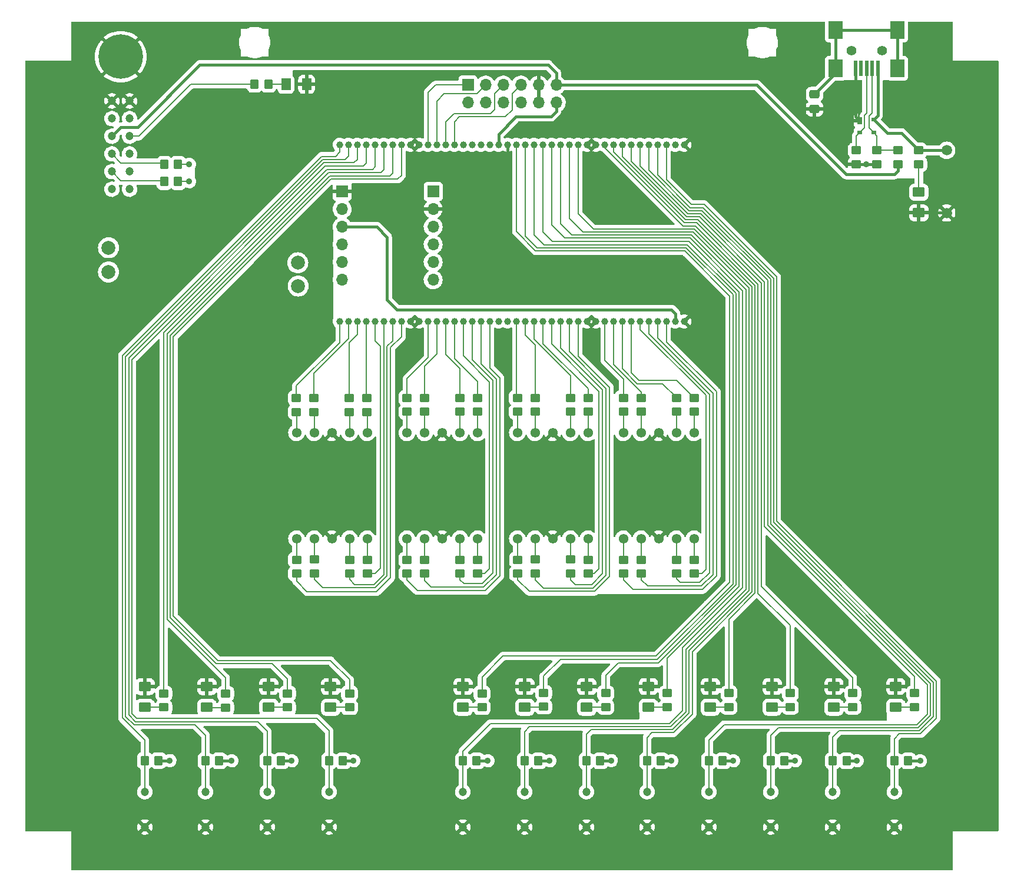
<source format=gtl>
G04 #@! TF.GenerationSoftware,KiCad,Pcbnew,(6.0.6)*
G04 #@! TF.CreationDate,2022-07-18T22:41:36+09:00*
G04 #@! TF.ProjectId,mifune_TE0890_local_board,6d696675-6e65-45f5-9445-303839305f6c,0.1*
G04 #@! TF.SameCoordinates,Original*
G04 #@! TF.FileFunction,Copper,L1,Top*
G04 #@! TF.FilePolarity,Positive*
%FSLAX46Y46*%
G04 Gerber Fmt 4.6, Leading zero omitted, Abs format (unit mm)*
G04 Created by KiCad (PCBNEW (6.0.6)) date 2022-07-18 22:41:36*
%MOMM*%
%LPD*%
G01*
G04 APERTURE LIST*
G04 Aperture macros list*
%AMRoundRect*
0 Rectangle with rounded corners*
0 $1 Rounding radius*
0 $2 $3 $4 $5 $6 $7 $8 $9 X,Y pos of 4 corners*
0 Add a 4 corners polygon primitive as box body*
4,1,4,$2,$3,$4,$5,$6,$7,$8,$9,$2,$3,0*
0 Add four circle primitives for the rounded corners*
1,1,$1+$1,$2,$3*
1,1,$1+$1,$4,$5*
1,1,$1+$1,$6,$7*
1,1,$1+$1,$8,$9*
0 Add four rect primitives between the rounded corners*
20,1,$1+$1,$2,$3,$4,$5,0*
20,1,$1+$1,$4,$5,$6,$7,0*
20,1,$1+$1,$6,$7,$8,$9,0*
20,1,$1+$1,$8,$9,$2,$3,0*%
G04 Aperture macros list end*
G04 #@! TA.AperFunction,ComponentPad*
%ADD10C,1.200000*%
G04 #@! TD*
G04 #@! TA.AperFunction,SMDPad,CuDef*
%ADD11R,0.700000X1.000000*%
G04 #@! TD*
G04 #@! TA.AperFunction,SMDPad,CuDef*
%ADD12R,0.700000X0.600000*%
G04 #@! TD*
G04 #@! TA.AperFunction,SMDPad,CuDef*
%ADD13RoundRect,0.250001X-0.624999X0.462499X-0.624999X-0.462499X0.624999X-0.462499X0.624999X0.462499X0*%
G04 #@! TD*
G04 #@! TA.AperFunction,SMDPad,CuDef*
%ADD14RoundRect,0.250000X0.350000X0.450000X-0.350000X0.450000X-0.350000X-0.450000X0.350000X-0.450000X0*%
G04 #@! TD*
G04 #@! TA.AperFunction,SMDPad,CuDef*
%ADD15RoundRect,0.250000X0.450000X-0.350000X0.450000X0.350000X-0.450000X0.350000X-0.450000X-0.350000X0*%
G04 #@! TD*
G04 #@! TA.AperFunction,ComponentPad*
%ADD16C,2.000000*%
G04 #@! TD*
G04 #@! TA.AperFunction,ComponentPad*
%ADD17C,1.000000*%
G04 #@! TD*
G04 #@! TA.AperFunction,SMDPad,CuDef*
%ADD18RoundRect,0.250001X0.462499X0.624999X-0.462499X0.624999X-0.462499X-0.624999X0.462499X-0.624999X0*%
G04 #@! TD*
G04 #@! TA.AperFunction,SMDPad,CuDef*
%ADD19RoundRect,0.250000X-0.450000X0.350000X-0.450000X-0.350000X0.450000X-0.350000X0.450000X0.350000X0*%
G04 #@! TD*
G04 #@! TA.AperFunction,ComponentPad*
%ADD20C,1.500000*%
G04 #@! TD*
G04 #@! TA.AperFunction,SMDPad,CuDef*
%ADD21R,0.500000X2.300000*%
G04 #@! TD*
G04 #@! TA.AperFunction,SMDPad,CuDef*
%ADD22R,2.000000X2.500000*%
G04 #@! TD*
G04 #@! TA.AperFunction,ComponentPad*
%ADD23C,1.400000*%
G04 #@! TD*
G04 #@! TA.AperFunction,ComponentPad*
%ADD24C,6.400000*%
G04 #@! TD*
G04 #@! TA.AperFunction,ComponentPad*
%ADD25R,1.700000X1.700000*%
G04 #@! TD*
G04 #@! TA.AperFunction,ComponentPad*
%ADD26O,1.700000X1.700000*%
G04 #@! TD*
G04 #@! TA.AperFunction,ComponentPad*
%ADD27C,1.381000*%
G04 #@! TD*
G04 #@! TA.AperFunction,SMDPad,CuDef*
%ADD28RoundRect,0.250000X-0.475000X0.337500X-0.475000X-0.337500X0.475000X-0.337500X0.475000X0.337500X0*%
G04 #@! TD*
G04 #@! TA.AperFunction,SMDPad,CuDef*
%ADD29RoundRect,0.250000X-0.350000X-0.450000X0.350000X-0.450000X0.350000X0.450000X-0.350000X0.450000X0*%
G04 #@! TD*
G04 #@! TA.AperFunction,SMDPad,CuDef*
%ADD30RoundRect,0.250001X0.624999X-0.462499X0.624999X0.462499X-0.624999X0.462499X-0.624999X-0.462499X0*%
G04 #@! TD*
G04 #@! TA.AperFunction,ViaPad*
%ADD31C,0.889000*%
G04 #@! TD*
G04 #@! TA.AperFunction,Conductor*
%ADD32C,0.406400*%
G04 #@! TD*
G04 #@! TA.AperFunction,Conductor*
%ADD33C,0.203200*%
G04 #@! TD*
G04 APERTURE END LIST*
D10*
X120419200Y-141732000D03*
X120419200Y-146812000D03*
D11*
X151000000Y-45250000D03*
D12*
X151000000Y-46950000D03*
X153000000Y-46950000D03*
X153000000Y-45050000D03*
D13*
X111760000Y-126604700D03*
X111760000Y-129579700D03*
D14*
X113709200Y-137287000D03*
X111709200Y-137287000D03*
X95929200Y-137287000D03*
X93929200Y-137287000D03*
D15*
X93522800Y-87106000D03*
X93522800Y-85106000D03*
X109423200Y-110362400D03*
X109423200Y-108362400D03*
X88442800Y-87106000D03*
X88442800Y-85106000D03*
D14*
X157981400Y-137287000D03*
X155981400Y-137287000D03*
D15*
X96062800Y-110372400D03*
X96062800Y-108372400D03*
X104343200Y-110362400D03*
X104343200Y-108362400D03*
D13*
X74930000Y-126615800D03*
X74930000Y-129590800D03*
D15*
X96697800Y-129600200D03*
X96697800Y-127600200D03*
D13*
X48260000Y-126619000D03*
X48260000Y-129594000D03*
D15*
X77622400Y-87115400D03*
X77622400Y-85115400D03*
X132207000Y-129565400D03*
X132207000Y-127565400D03*
D16*
X43000000Y-63500000D03*
D17*
X76235000Y-74100000D03*
X77505000Y-74100000D03*
X78775000Y-74100000D03*
X80045000Y-74100000D03*
X81315000Y-74100000D03*
X82585000Y-74100000D03*
X83855000Y-74100000D03*
X85125000Y-74100000D03*
X86395000Y-74100000D03*
X87665000Y-74100000D03*
X88935000Y-74100000D03*
X90205000Y-74100000D03*
X91475000Y-74100000D03*
X92745000Y-74100000D03*
X94015000Y-74100000D03*
X95285000Y-74100000D03*
X96555000Y-74100000D03*
X97825000Y-74100000D03*
X99095000Y-74100000D03*
X100365000Y-74100000D03*
X101635000Y-74100000D03*
X102905000Y-74100000D03*
X104175000Y-74100000D03*
X105445000Y-74100000D03*
X106715000Y-74100000D03*
X107985000Y-74100000D03*
X109255000Y-74100000D03*
X110525000Y-74100000D03*
X111795000Y-74100000D03*
X113065000Y-74100000D03*
X114335000Y-74100000D03*
X115605000Y-74100000D03*
X116875000Y-74100000D03*
X118145000Y-74100000D03*
X119415000Y-74100000D03*
X120685000Y-74100000D03*
X121955000Y-74100000D03*
X123225000Y-74100000D03*
X124495000Y-74100000D03*
X125765000Y-74100000D03*
X125765000Y-48700000D03*
X124495000Y-48700000D03*
X123225000Y-48700000D03*
X121955000Y-48700000D03*
X120685000Y-48700000D03*
X119415000Y-48700000D03*
X118145000Y-48700000D03*
X116875000Y-48700000D03*
X115605000Y-48700000D03*
X114335000Y-48700000D03*
X113065000Y-48700000D03*
X111795000Y-48700000D03*
X110525000Y-48700000D03*
X109255000Y-48700000D03*
X107985000Y-48700000D03*
X106715000Y-48700000D03*
X105445000Y-48700000D03*
X104175000Y-48700000D03*
X102905000Y-48700000D03*
X101635000Y-48700000D03*
X100365000Y-48700000D03*
X99095000Y-48700000D03*
X97825000Y-48700000D03*
X96555000Y-48700000D03*
X95285000Y-48700000D03*
X94015000Y-48700000D03*
X92745000Y-48700000D03*
X91475000Y-48700000D03*
X90205000Y-48700000D03*
X88935000Y-48700000D03*
X87665000Y-48700000D03*
X86395000Y-48700000D03*
X85125000Y-48700000D03*
X83855000Y-48700000D03*
X82585000Y-48700000D03*
X81315000Y-48700000D03*
X80045000Y-48700000D03*
X78775000Y-48700000D03*
X77505000Y-48700000D03*
X76235000Y-48700000D03*
D15*
X127177800Y-87106000D03*
X127177800Y-85106000D03*
X68732400Y-129600200D03*
X68732400Y-127600200D03*
D10*
X129309200Y-141732000D03*
X129309200Y-146812000D03*
X56919200Y-141732000D03*
X56919200Y-146812000D03*
D15*
X124663200Y-110372400D03*
X124663200Y-108372400D03*
D18*
X71487500Y-40000000D03*
X68512500Y-40000000D03*
D15*
X111937800Y-87106000D03*
X111937800Y-85106000D03*
D13*
X129540000Y-126604700D03*
X129540000Y-129579700D03*
D15*
X72567800Y-110350400D03*
X72567800Y-108350400D03*
X96062800Y-87106000D03*
X96062800Y-85106000D03*
X70027800Y-110372400D03*
X70027800Y-108372400D03*
D19*
X150499999Y-49499987D03*
X150499999Y-51499987D03*
D15*
X101777800Y-87106000D03*
X101777800Y-85106000D03*
D19*
X153499999Y-49499987D03*
X153499999Y-51499987D03*
D10*
X93929200Y-141732000D03*
X93929200Y-146812000D03*
D20*
X163499999Y-49499987D03*
D21*
X153593600Y-37700000D03*
X152793600Y-37700000D03*
X151993600Y-37700000D03*
X151193600Y-37700000D03*
X150393600Y-37700000D03*
D22*
X156443600Y-37700000D03*
X147543600Y-37700000D03*
X156443600Y-32200000D03*
X147543600Y-32200000D03*
D23*
X154193600Y-35200000D03*
X149793600Y-35200000D03*
D14*
X76701400Y-137287000D03*
X74701400Y-137287000D03*
D10*
X46020000Y-42400000D03*
X43480000Y-42400000D03*
X46020000Y-44940000D03*
X43480000Y-44940000D03*
X46020000Y-47480000D03*
X43480000Y-47480000D03*
X46020000Y-50020000D03*
X43480000Y-50020000D03*
X46020000Y-52560000D03*
X43480000Y-52560000D03*
X46020000Y-55100000D03*
X43480000Y-55100000D03*
D24*
X44750000Y-36050000D03*
D15*
X150012400Y-129565400D03*
X150012400Y-127565400D03*
D25*
X89670000Y-55420000D03*
D26*
X89670000Y-57960000D03*
X89670000Y-60500000D03*
X89670000Y-63040000D03*
X89670000Y-65580000D03*
X89670000Y-68120000D03*
D27*
X70027800Y-105368600D03*
X72567800Y-105368600D03*
X75107800Y-105368600D03*
X77647800Y-105368600D03*
X80187800Y-105368600D03*
X80187800Y-90128600D03*
X77647800Y-90128600D03*
X75107800Y-90128600D03*
X72567800Y-90128600D03*
X70027800Y-90128600D03*
D14*
X149116800Y-137287000D03*
X147116800Y-137287000D03*
D10*
X102819200Y-141732000D03*
X102819200Y-146812000D03*
D19*
X159499999Y-49499987D03*
X159499999Y-51499987D03*
D15*
X156499999Y-51499987D03*
X156499999Y-49499987D03*
X123317000Y-129565400D03*
X123317000Y-127565400D03*
D10*
X111709200Y-141732000D03*
X111709200Y-146812000D03*
D15*
X101803200Y-110372400D03*
X101803200Y-108372400D03*
X111963200Y-110372400D03*
X111963200Y-108372400D03*
D13*
X102870000Y-126604700D03*
X102870000Y-129579700D03*
D15*
X80187800Y-110372400D03*
X80187800Y-108372400D03*
X117043200Y-110372400D03*
X117043200Y-108372400D03*
D10*
X65809200Y-141732000D03*
X65809200Y-146812000D03*
D13*
X66040000Y-126604700D03*
X66040000Y-129579700D03*
D25*
X76590000Y-55420000D03*
D26*
X76590000Y-57960000D03*
X76590000Y-60500000D03*
X76590000Y-63040000D03*
X76590000Y-65580000D03*
X76590000Y-68120000D03*
D13*
X93980000Y-126604700D03*
X93980000Y-129579700D03*
D14*
X104819200Y-137287000D03*
X102819200Y-137287000D03*
D28*
X144500000Y-41462500D03*
X144500000Y-43537500D03*
D14*
X140201400Y-137287000D03*
X138201400Y-137287000D03*
D27*
X85902800Y-105368600D03*
X88442800Y-105368600D03*
X90982800Y-105368600D03*
X93522800Y-105368600D03*
X96062800Y-105368600D03*
X96062800Y-90128600D03*
X93522800Y-90128600D03*
X90982800Y-90128600D03*
X88442800Y-90128600D03*
X85902800Y-90128600D03*
D13*
X120624600Y-126604700D03*
X120624600Y-129579700D03*
D15*
X80162400Y-87115400D03*
X80162400Y-85115400D03*
X85902800Y-110372400D03*
X85902800Y-108372400D03*
X85902800Y-87106000D03*
X85902800Y-85106000D03*
D14*
X122421400Y-137287000D03*
X120421400Y-137287000D03*
D15*
X119557800Y-87106000D03*
X119557800Y-85106000D03*
X114477800Y-129549400D03*
X114477800Y-127549400D03*
X105562400Y-129514600D03*
X105562400Y-127514600D03*
X109397800Y-87106000D03*
X109397800Y-85106000D03*
D16*
X43000000Y-67000000D03*
D27*
X101777800Y-105368600D03*
X104317800Y-105368600D03*
X106857800Y-105368600D03*
X109397800Y-105368600D03*
X111937800Y-105368600D03*
X111937800Y-90128600D03*
X109397800Y-90128600D03*
X106857800Y-90128600D03*
X104317800Y-90128600D03*
X101777800Y-90128600D03*
D29*
X64000000Y-40000000D03*
X66000000Y-40000000D03*
X51000000Y-51500000D03*
X53000000Y-51500000D03*
D10*
X138199200Y-141732000D03*
X138199200Y-146812000D03*
X155979200Y-141732000D03*
X155979200Y-146812000D03*
D15*
X127203200Y-110372400D03*
X127203200Y-108372400D03*
X119583200Y-110372400D03*
X119583200Y-108372400D03*
X72542400Y-87115400D03*
X72542400Y-85115400D03*
D29*
X51000000Y-54000000D03*
X53000000Y-54000000D03*
D10*
X74699200Y-141732000D03*
X74699200Y-146812000D03*
D14*
X67811400Y-137287000D03*
X65811400Y-137287000D03*
X131311400Y-137287000D03*
X129311400Y-137287000D03*
D15*
X50952400Y-129600200D03*
X50952400Y-127600200D03*
X77647800Y-110372400D03*
X77647800Y-108372400D03*
X59842400Y-129616200D03*
X59842400Y-127616200D03*
X70002400Y-87115400D03*
X70002400Y-85115400D03*
D13*
X147294600Y-126604700D03*
X147294600Y-129579700D03*
D14*
X50199800Y-137261600D03*
X48199800Y-137261600D03*
D15*
X77647800Y-129600200D03*
X77647800Y-127600200D03*
D25*
X94675000Y-40110000D03*
D26*
X94675000Y-42650000D03*
X97215000Y-40110000D03*
X97215000Y-42650000D03*
X99755000Y-40110000D03*
X99755000Y-42650000D03*
X102295000Y-40110000D03*
X102295000Y-42650000D03*
X104835000Y-40110000D03*
X104835000Y-42650000D03*
X107375000Y-40110000D03*
X107375000Y-42650000D03*
D13*
X156184600Y-126604700D03*
X156184600Y-129579700D03*
D15*
X117017800Y-87106000D03*
X117017800Y-85106000D03*
X158902400Y-129565400D03*
X158902400Y-127565400D03*
D10*
X147089200Y-141732000D03*
X147089200Y-146812000D03*
D15*
X124637800Y-87106000D03*
X124637800Y-85106000D03*
D16*
X70220000Y-65670000D03*
D15*
X104317800Y-87106000D03*
X104317800Y-85106000D03*
D14*
X58921400Y-137282000D03*
X56921400Y-137282000D03*
D13*
X57150000Y-126619000D03*
X57150000Y-129594000D03*
D15*
X141020800Y-129565400D03*
X141020800Y-127565400D03*
X88442800Y-110372400D03*
X88442800Y-108372400D03*
D27*
X117017800Y-105368600D03*
X119557800Y-105368600D03*
X122097800Y-105368600D03*
X124637800Y-105368600D03*
X127177800Y-105368600D03*
X127177800Y-90128600D03*
X124637800Y-90128600D03*
X122097800Y-90128600D03*
X119557800Y-90128600D03*
X117017800Y-90128600D03*
D16*
X70270000Y-69020000D03*
D30*
X159499999Y-58487487D03*
X159499999Y-55512487D03*
D20*
X163499999Y-58499987D03*
D15*
X93522800Y-110372400D03*
X93522800Y-108372400D03*
D13*
X138430000Y-126604700D03*
X138430000Y-129579700D03*
D10*
X48209200Y-141732000D03*
X48209200Y-146812000D03*
D31*
X101300000Y-133300000D03*
X68500000Y-112600000D03*
X123100000Y-65300000D03*
X55050000Y-36050000D03*
X100365000Y-50535000D03*
X157000000Y-55900000D03*
X49600000Y-78600000D03*
X39400000Y-46000000D03*
X100400000Y-76700000D03*
X113400000Y-59400000D03*
X147648300Y-43537500D03*
X116700600Y-97799400D03*
X57150000Y-124460000D03*
X68218400Y-35718400D03*
X112000600Y-97799400D03*
X129540000Y-124460000D03*
X158700000Y-32100000D03*
X100365000Y-71035000D03*
X52500000Y-120500000D03*
X74100000Y-48600000D03*
X157500000Y-135200000D03*
X43700000Y-73500000D03*
X138430000Y-124460000D03*
X102870000Y-124434600D03*
X100700000Y-114800000D03*
X140700000Y-67100000D03*
X123000000Y-70900000D03*
X93980000Y-124434600D03*
X67200000Y-132500000D03*
X62600000Y-43700000D03*
X136500000Y-133600000D03*
X61040000Y-124460000D03*
X126000000Y-70900000D03*
X43600000Y-131600000D03*
X136200000Y-115500000D03*
X73482200Y-39979600D03*
X145500000Y-134000000D03*
X142500000Y-120300000D03*
X163500000Y-125500000D03*
X100800000Y-97500000D03*
X155400000Y-45100000D03*
X48530800Y-97469200D03*
X97500000Y-50500000D03*
X91700000Y-71000000D03*
X144400000Y-32100000D03*
X53900000Y-76900000D03*
X147294600Y-124460000D03*
X74600000Y-76600000D03*
X85165400Y-124434600D03*
X124900000Y-76500000D03*
X66040000Y-124460000D03*
X118700000Y-134300000D03*
X138300000Y-106700000D03*
X111760000Y-124434600D03*
X97600000Y-114800000D03*
X154400000Y-134400000D03*
X136900000Y-38700000D03*
X58200000Y-133000000D03*
X97500000Y-71000000D03*
X43400000Y-106600000D03*
X69940000Y-124460000D03*
X48260000Y-124460000D03*
X127200000Y-55700000D03*
X102200000Y-46800000D03*
X96200000Y-97500000D03*
X43500000Y-78600000D03*
X80330800Y-97469200D03*
X135400000Y-41700000D03*
X74930000Y-124460000D03*
X151979413Y-51499987D03*
X121900000Y-135000000D03*
X156184600Y-124460000D03*
X97500000Y-135300000D03*
X39400000Y-69200000D03*
X120624600Y-124460000D03*
X130700000Y-82100000D03*
X84600000Y-60900000D03*
X130700000Y-120000000D03*
X147900000Y-55100000D03*
X140500000Y-102100000D03*
X87665000Y-46735000D03*
X85730800Y-97469200D03*
X77400000Y-135200000D03*
X122600000Y-59500000D03*
X53500000Y-43500000D03*
X109200000Y-38400000D03*
X97600000Y-56900000D03*
X126600000Y-115000000D03*
X121000000Y-120800000D03*
X53900000Y-115800000D03*
X49400000Y-133500000D03*
X110000000Y-133800000D03*
X127400600Y-97799400D03*
X54610000Y-51511200D03*
X54610000Y-54000400D03*
X159715200Y-137287000D03*
X132842000Y-137287000D03*
X60706000Y-137287000D03*
X69342000Y-137287000D03*
X141732000Y-137287000D03*
X150622000Y-137287000D03*
X78232000Y-137287000D03*
X106426000Y-137287000D03*
X51816000Y-137261600D03*
X97536000Y-137287000D03*
X123952000Y-137287000D03*
X115290600Y-137261600D03*
D32*
X147543600Y-37700000D02*
X147543600Y-32200000D01*
X147543600Y-38418900D02*
X144500000Y-41462500D01*
X147543600Y-32200000D02*
X156443600Y-32200000D01*
X156443600Y-32200000D02*
X156443600Y-37700000D01*
X48260000Y-126619000D02*
X48260000Y-124460000D01*
X111760000Y-126604700D02*
X111760000Y-124434600D01*
X66040000Y-126604700D02*
X66040000Y-124460000D01*
X100365000Y-50535000D02*
X100365000Y-51535000D01*
X150499999Y-51499987D02*
X151979413Y-51499987D01*
X100365000Y-48700000D02*
X100365000Y-50535000D01*
X102870000Y-126604700D02*
X102870000Y-124434600D01*
X138430000Y-126604700D02*
X138430000Y-124460000D01*
X71487500Y-40000000D02*
X73461800Y-40000000D01*
X150393600Y-37700000D02*
X150393600Y-43535400D01*
X147648300Y-43537500D02*
X150391500Y-43537500D01*
X120624600Y-126604700D02*
X120624600Y-124460000D01*
X57150000Y-126619000D02*
X57150000Y-124460000D01*
X150393600Y-44643600D02*
X151000000Y-45250000D01*
X100365000Y-51535000D02*
X93940000Y-57960000D01*
X156184600Y-126604700D02*
X156184600Y-124460000D01*
X147294600Y-126604700D02*
X147294600Y-124460000D01*
X151979413Y-51499987D02*
X153499999Y-51499987D01*
X144500000Y-43537500D02*
X147648300Y-43537500D01*
X159499999Y-58487487D02*
X163487499Y-58487487D01*
X74930000Y-126615800D02*
X74930000Y-124460000D01*
X93940000Y-57960000D02*
X89670000Y-57960000D01*
X150393600Y-43535400D02*
X150393600Y-44643600D01*
X93980000Y-126604700D02*
X93980000Y-124434600D01*
X150391500Y-43537500D02*
X150393600Y-43535400D01*
X129540000Y-126604700D02*
X129540000Y-124460000D01*
X73461800Y-40000000D02*
X73482200Y-39979600D01*
D33*
X66000000Y-40000000D02*
X68512500Y-40000000D01*
X159499999Y-51499987D02*
X159499999Y-55512487D01*
X151993600Y-44170600D02*
X151654311Y-44509889D01*
X151654311Y-46295689D02*
X151000000Y-46950000D01*
X151654311Y-44509889D02*
X151654311Y-46295689D01*
X150499999Y-49499987D02*
X150499999Y-47450001D01*
X151993600Y-37700000D02*
X151993600Y-44170600D01*
X150499999Y-47450001D02*
X151000000Y-46950000D01*
X152345689Y-44580511D02*
X152345689Y-46295689D01*
X153499999Y-49499987D02*
X153499999Y-47449999D01*
X152345689Y-46295689D02*
X153000000Y-46950000D01*
X153499999Y-47449999D02*
X153000000Y-46950000D01*
X152793600Y-37700000D02*
X152793600Y-44132600D01*
X153499999Y-49499987D02*
X156499999Y-49499987D01*
X152793600Y-44132600D02*
X152345689Y-44580511D01*
D32*
X154965400Y-47015400D02*
X157015412Y-47015400D01*
X81556600Y-60500000D02*
X83032600Y-61976000D01*
X153000000Y-45050000D02*
X154965400Y-47015400D01*
X153593600Y-44456400D02*
X153000000Y-45050000D01*
X84480400Y-72440800D02*
X123952000Y-72440800D01*
X157015412Y-47015400D02*
X159499999Y-49499987D01*
X83032600Y-70993000D02*
X84480400Y-72440800D01*
X124495000Y-72983800D02*
X124495000Y-74100000D01*
X83032600Y-61976000D02*
X83032600Y-70993000D01*
X76590000Y-60500000D02*
X81556600Y-60500000D01*
X123952000Y-72440800D02*
X124495000Y-72983800D01*
X153593600Y-37700000D02*
X153593600Y-44456400D01*
X159499999Y-49499987D02*
X163499999Y-49499987D01*
D33*
X50952400Y-129600200D02*
X48266200Y-129600200D01*
X59842400Y-129616200D02*
X57172200Y-129616200D01*
X68732400Y-129600200D02*
X66060500Y-129600200D01*
X77647800Y-129600200D02*
X74939400Y-129600200D01*
X93980000Y-129579700D02*
X96677300Y-129579700D01*
X102870000Y-129579700D02*
X105497300Y-129579700D01*
X111760000Y-129579700D02*
X114447500Y-129579700D01*
X120624600Y-129579700D02*
X123302700Y-129579700D01*
X129540000Y-129579700D02*
X132192700Y-129579700D01*
X138430000Y-129579700D02*
X141006500Y-129579700D01*
X147294600Y-129579700D02*
X149998100Y-129579700D01*
X156184600Y-129579700D02*
X158888100Y-129579700D01*
X48199800Y-134331200D02*
X48199800Y-137261600D01*
X44983400Y-131114800D02*
X48199800Y-134331200D01*
X73634600Y-50368200D02*
X44983400Y-79019400D01*
X75615800Y-50368200D02*
X76235000Y-49749000D01*
X48209200Y-137271000D02*
X48209200Y-141732000D01*
X76235000Y-48700000D02*
X76235000Y-49749000D01*
X44983400Y-79019400D02*
X44983400Y-131114800D01*
X75615800Y-50368200D02*
X73634600Y-50368200D01*
X76235000Y-74100000D02*
X76235000Y-77130200D01*
X76235000Y-77130200D02*
X70002400Y-83362800D01*
X70002400Y-83362800D02*
X70002400Y-85115400D01*
X46685200Y-132130800D02*
X55448200Y-132130800D01*
X45440600Y-79171800D02*
X45440600Y-130886200D01*
X77038200Y-50825400D02*
X73787000Y-50825400D01*
X45440600Y-130886200D02*
X46685200Y-132130800D01*
X73787000Y-50825400D02*
X45440600Y-79171800D01*
X56921400Y-133604000D02*
X56921400Y-137282000D01*
X77038200Y-50825400D02*
X77505000Y-50358600D01*
X55448200Y-132130800D02*
X56921400Y-133604000D01*
X56919200Y-137284200D02*
X56919200Y-141732000D01*
X77505000Y-48700000D02*
X77505000Y-50358600D01*
X77505000Y-76571400D02*
X72542400Y-81534000D01*
X77505000Y-74100000D02*
X77505000Y-76571400D01*
X72542400Y-81534000D02*
X72542400Y-85115400D01*
X73964800Y-51282600D02*
X45897800Y-79349600D01*
X65809200Y-137289200D02*
X65809200Y-141732000D01*
X78775000Y-48700000D02*
X78775000Y-50815800D01*
X65811400Y-133045200D02*
X65811400Y-137287000D01*
X78308200Y-51282600D02*
X73964800Y-51282600D01*
X64439800Y-131673600D02*
X65811400Y-133045200D01*
X78308200Y-51282600D02*
X78775000Y-50815800D01*
X45897800Y-130708400D02*
X46863000Y-131673600D01*
X46863000Y-131673600D02*
X64439800Y-131673600D01*
X45897800Y-79349600D02*
X45897800Y-130708400D01*
X77622400Y-77165200D02*
X77622400Y-85115400D01*
X78775000Y-76012600D02*
X77622400Y-77165200D01*
X78775000Y-74100000D02*
X78775000Y-76012600D01*
X74701400Y-132994400D02*
X72923400Y-131216400D01*
X80045000Y-51323800D02*
X80045000Y-48700000D01*
X46355000Y-130530600D02*
X46355000Y-79578200D01*
X74168000Y-51765200D02*
X79603600Y-51765200D01*
X47040800Y-131216400D02*
X46355000Y-130530600D01*
X72923400Y-131216400D02*
X47040800Y-131216400D01*
X79603600Y-51765200D02*
X80045000Y-51323800D01*
X74699200Y-137289200D02*
X74699200Y-141732000D01*
X46355000Y-79578200D02*
X74168000Y-51765200D01*
X74701400Y-137287000D02*
X74701400Y-132994400D01*
X80045000Y-74100000D02*
X80045000Y-84998000D01*
X80045000Y-84998000D02*
X80162400Y-85115400D01*
X50952400Y-75692000D02*
X74396600Y-52247800D01*
X50952400Y-127600200D02*
X50952400Y-75692000D01*
X74396600Y-52247800D02*
X80949800Y-52247800D01*
X81315000Y-51882600D02*
X81315000Y-48700000D01*
X80949800Y-52247800D02*
X81315000Y-51882600D01*
X82092800Y-77673200D02*
X81315000Y-76895400D01*
X80187800Y-110372400D02*
X81346800Y-110372400D01*
X81315000Y-76895400D02*
X81315000Y-74100000D01*
X82092800Y-109626400D02*
X82092800Y-77673200D01*
X81346800Y-110372400D02*
X82092800Y-109626400D01*
X82169000Y-52705000D02*
X82585000Y-52289000D01*
X59842400Y-127616200D02*
X59842400Y-125374400D01*
X59842400Y-125374400D02*
X51409600Y-116941600D01*
X74599800Y-52705000D02*
X82169000Y-52705000D01*
X51409600Y-75895200D02*
X74599800Y-52705000D01*
X51409600Y-116941600D02*
X51409600Y-75895200D01*
X82585000Y-52289000D02*
X82585000Y-48700000D01*
X78384400Y-111963200D02*
X81127600Y-111963200D01*
X77647800Y-111226600D02*
X78384400Y-111963200D01*
X81127600Y-111963200D02*
X82585000Y-110505800D01*
X82585000Y-110505800D02*
X82585000Y-74100000D01*
X77647800Y-110372400D02*
X77647800Y-111226600D01*
X66548000Y-123342400D02*
X58470800Y-123342400D01*
X83855000Y-52746200D02*
X83855000Y-48700000D01*
X58470800Y-123342400D02*
X51866800Y-116738400D01*
X83413600Y-53187600D02*
X83855000Y-52746200D01*
X68732400Y-125526800D02*
X66548000Y-123342400D01*
X68732400Y-127600200D02*
X68732400Y-125526800D01*
X51866800Y-76123800D02*
X74803000Y-53187600D01*
X51866800Y-116738400D02*
X51866800Y-76123800D01*
X74803000Y-53187600D02*
X83413600Y-53187600D01*
X83058000Y-110693200D02*
X83058000Y-77673200D01*
X73761600Y-112420400D02*
X81330800Y-112420400D01*
X83855000Y-76876200D02*
X83855000Y-74100000D01*
X72567800Y-111226600D02*
X73761600Y-112420400D01*
X81330800Y-112420400D02*
X83058000Y-110693200D01*
X83058000Y-77673200D02*
X83855000Y-76876200D01*
X72567800Y-110350400D02*
X72567800Y-111226600D01*
X75006200Y-53644800D02*
X84582000Y-53644800D01*
X77647800Y-125603000D02*
X74930000Y-122885200D01*
X58724800Y-122885200D02*
X52324000Y-116484400D01*
X85125000Y-53101800D02*
X85125000Y-48700000D01*
X52324000Y-116484400D02*
X52324000Y-76327000D01*
X52324000Y-76327000D02*
X75006200Y-53644800D01*
X84582000Y-53644800D02*
X85125000Y-53101800D01*
X77647800Y-127600200D02*
X77647800Y-125603000D01*
X74930000Y-122885200D02*
X58724800Y-122885200D01*
X71526400Y-112979200D02*
X81534000Y-112979200D01*
X81534000Y-112979200D02*
X83566000Y-110947200D01*
X83566000Y-77876400D02*
X85125000Y-76317400D01*
X70027800Y-111480600D02*
X71526400Y-112979200D01*
X83566000Y-110947200D02*
X83566000Y-77876400D01*
X85125000Y-76317400D02*
X85125000Y-74100000D01*
X70027800Y-110372400D02*
X70027800Y-111480600D01*
X88935000Y-74100000D02*
X88935000Y-79314600D01*
X85902800Y-82346800D02*
X85902800Y-85106000D01*
X88935000Y-79314600D02*
X85902800Y-82346800D01*
X90205000Y-42408400D02*
X91236800Y-41376600D01*
X91236800Y-41376600D02*
X95948400Y-41376600D01*
X90205000Y-48700000D02*
X90205000Y-42408400D01*
X95948400Y-41376600D02*
X97215000Y-40110000D01*
X88442800Y-80518000D02*
X88442800Y-85106000D01*
X90205000Y-74100000D02*
X90205000Y-78755800D01*
X90205000Y-78755800D02*
X88442800Y-80518000D01*
X92659200Y-44221400D02*
X97891600Y-44221400D01*
X91475000Y-45405600D02*
X92659200Y-44221400D01*
X91475000Y-48700000D02*
X91475000Y-45405600D01*
X98501200Y-41363800D02*
X99755000Y-40110000D01*
X97891600Y-44221400D02*
X98501200Y-43611800D01*
X98501200Y-43611800D02*
X98501200Y-41363800D01*
X93522800Y-80873600D02*
X93522800Y-85106000D01*
X91475000Y-78825800D02*
X93522800Y-80873600D01*
X91475000Y-74100000D02*
X91475000Y-78825800D01*
X93472000Y-44653200D02*
X100076000Y-44653200D01*
X92745000Y-45380200D02*
X93472000Y-44653200D01*
X100076000Y-44653200D02*
X101041200Y-43688000D01*
X101041200Y-41363800D02*
X102295000Y-40110000D01*
X92745000Y-48700000D02*
X92745000Y-45380200D01*
X101041200Y-43688000D02*
X101041200Y-41363800D01*
X92745000Y-74100000D02*
X92745000Y-79435400D01*
X92745000Y-79435400D02*
X96062800Y-82753200D01*
X96062800Y-82753200D02*
X96062800Y-85106000D01*
X97790000Y-82804000D02*
X94015000Y-79029000D01*
X96062800Y-110372400D02*
X97094800Y-110372400D01*
X94015000Y-79029000D02*
X94015000Y-74100000D01*
X97094800Y-110372400D02*
X97790000Y-109677200D01*
X97790000Y-109677200D02*
X97790000Y-82804000D01*
X94081600Y-111810800D02*
X96723200Y-111810800D01*
X95285000Y-79587800D02*
X95285000Y-74100000D01*
X93522800Y-111252000D02*
X94081600Y-111810800D01*
X98298000Y-110236000D02*
X98298000Y-82600800D01*
X98298000Y-82600800D02*
X95285000Y-79587800D01*
X93522800Y-110372400D02*
X93522800Y-111252000D01*
X96723200Y-111810800D02*
X98298000Y-110236000D01*
X98755200Y-82397600D02*
X96555000Y-80197400D01*
X96555000Y-80197400D02*
X96555000Y-74100000D01*
X96926400Y-112318800D02*
X98755200Y-110490000D01*
X89408000Y-112318800D02*
X96926400Y-112318800D01*
X88442800Y-111353600D02*
X89408000Y-112318800D01*
X88442800Y-110372400D02*
X88442800Y-111353600D01*
X98755200Y-110490000D02*
X98755200Y-82397600D01*
X99263200Y-82245200D02*
X97825000Y-80807000D01*
X85902800Y-111302800D02*
X87426800Y-112826800D01*
X97825000Y-80807000D02*
X97825000Y-74100000D01*
X99263200Y-110693200D02*
X99263200Y-82245200D01*
X85902800Y-110372400D02*
X85902800Y-111302800D01*
X97129600Y-112826800D02*
X99263200Y-110693200D01*
X87426800Y-112826800D02*
X97129600Y-112826800D01*
X132308600Y-70434200D02*
X132308600Y-111607600D01*
X121716800Y-122224800D02*
X99720400Y-122224800D01*
X125831600Y-63957200D02*
X132308600Y-70434200D01*
X132308600Y-111607600D02*
X129082800Y-114833400D01*
X129082800Y-114858800D02*
X121716800Y-122224800D01*
X96697800Y-125247400D02*
X96697800Y-127600200D01*
X101635000Y-48700000D02*
X101635000Y-61198200D01*
X99720400Y-122224800D02*
X96697800Y-125247400D01*
X104394000Y-63957200D02*
X125831600Y-63957200D01*
X101635000Y-61198200D02*
X104394000Y-63957200D01*
X129082800Y-114833400D02*
X129082800Y-114858800D01*
X101635000Y-74100000D02*
X101635000Y-84963200D01*
X101635000Y-84963200D02*
X101777800Y-85106000D01*
X126034800Y-63525400D02*
X132765800Y-70256400D01*
X132765800Y-111836200D02*
X121920000Y-122682000D01*
X105562400Y-125120400D02*
X105562400Y-127514600D01*
X121920000Y-122682000D02*
X108000800Y-122682000D01*
X132765800Y-70256400D02*
X132765800Y-111836200D01*
X102905000Y-48700000D02*
X102905000Y-61833200D01*
X102905000Y-61833200D02*
X104597200Y-63525400D01*
X104597200Y-63525400D02*
X126034800Y-63525400D01*
X108000800Y-122682000D02*
X105562400Y-125120400D01*
X88935000Y-41189200D02*
X90014200Y-40110000D01*
X90014200Y-40110000D02*
X94675000Y-40110000D01*
X88935000Y-48700000D02*
X88935000Y-41189200D01*
X102905000Y-76082600D02*
X104317800Y-77495400D01*
X104317800Y-77495400D02*
X104317800Y-85106000D01*
X102905000Y-74100000D02*
X102905000Y-76082600D01*
X126238000Y-63093600D02*
X133223000Y-70078600D01*
X105587800Y-63093600D02*
X126238000Y-63093600D01*
X116281200Y-123190000D02*
X114477800Y-124993400D01*
X114477800Y-124993400D02*
X114477800Y-127549400D01*
X133223000Y-111988600D02*
X122021600Y-123190000D01*
X104175000Y-61680800D02*
X105587800Y-63093600D01*
X122021600Y-123190000D02*
X116281200Y-123190000D01*
X104175000Y-48700000D02*
X104175000Y-61680800D01*
X133223000Y-70078600D02*
X133223000Y-111988600D01*
X104175000Y-76692200D02*
X109397800Y-81915000D01*
X109397800Y-81915000D02*
X109397800Y-85106000D01*
X104175000Y-74100000D02*
X104175000Y-76692200D01*
X123317000Y-122555000D02*
X123317000Y-127565400D01*
X133680200Y-112191800D02*
X123317000Y-122555000D01*
X105445000Y-61274400D02*
X106807000Y-62636400D01*
X105445000Y-48700000D02*
X105445000Y-61274400D01*
X126441200Y-62636400D02*
X133680200Y-69875400D01*
X133680200Y-69875400D02*
X133680200Y-112191800D01*
X106807000Y-62636400D02*
X126441200Y-62636400D01*
X105445000Y-74100000D02*
X105445000Y-77301800D01*
X111937800Y-83794600D02*
X111937800Y-85106000D01*
X105445000Y-77301800D02*
X111937800Y-83794600D01*
X106715000Y-60233000D02*
X106715000Y-48700000D01*
X125552200Y-121056400D02*
X134188200Y-112420400D01*
X123672600Y-131927600D02*
X125552200Y-130048000D01*
X93929200Y-137287000D02*
X93929200Y-141732000D01*
X134188200Y-112420400D02*
X134188200Y-69697600D01*
X125552200Y-130048000D02*
X125552200Y-121056400D01*
X126619000Y-62128400D02*
X108610400Y-62128400D01*
X134188200Y-69697600D02*
X126619000Y-62128400D01*
X93929200Y-137287000D02*
X93929200Y-135940800D01*
X97942400Y-131927600D02*
X123672600Y-131927600D01*
X108610400Y-62128400D02*
X106715000Y-60233000D01*
X93929200Y-135940800D02*
X97942400Y-131927600D01*
X106715000Y-77352600D02*
X106715000Y-74100000D01*
X111963200Y-110372400D02*
X112842800Y-110372400D01*
X112842800Y-110372400D02*
X113538000Y-109677200D01*
X113538000Y-109677200D02*
X113538000Y-84175600D01*
X113538000Y-84175600D02*
X106715000Y-77352600D01*
X126009400Y-121234200D02*
X134645400Y-112598200D01*
X109601000Y-61696600D02*
X107985000Y-60080600D01*
X123850400Y-132384800D02*
X126009400Y-130225800D01*
X102819200Y-137287000D02*
X102819200Y-141732000D01*
X126009400Y-130225800D02*
X126009400Y-121234200D01*
X103530400Y-132384800D02*
X123850400Y-132384800D01*
X102819200Y-133096000D02*
X103530400Y-132384800D01*
X134645400Y-112598200D02*
X134645400Y-69519800D01*
X126822200Y-61696600D02*
X109601000Y-61696600D01*
X134645400Y-69519800D02*
X126822200Y-61696600D01*
X102819200Y-137287000D02*
X102819200Y-133096000D01*
X107985000Y-60080600D02*
X107985000Y-48700000D01*
X43480000Y-50020000D02*
X44768000Y-51308000D01*
X44768000Y-51308000D02*
X50808000Y-51308000D01*
X54598800Y-51500000D02*
X54610000Y-51511200D01*
X53000000Y-51500000D02*
X54598800Y-51500000D01*
X54609600Y-54000000D02*
X54610000Y-54000400D01*
X53000000Y-54000000D02*
X54609600Y-54000000D01*
X44768000Y-53848000D02*
X50848000Y-53848000D01*
X43480000Y-52560000D02*
X44768000Y-53848000D01*
X46020000Y-47480000D02*
X47363600Y-47480000D01*
X47363600Y-47480000D02*
X54843600Y-40000000D01*
X54843600Y-40000000D02*
X64000000Y-40000000D01*
D32*
X60701000Y-137282000D02*
X60706000Y-137287000D01*
X58921400Y-137282000D02*
X60701000Y-137282000D01*
X106222800Y-37236400D02*
X107375000Y-38388600D01*
X101600000Y-44653200D02*
X99095000Y-47158200D01*
X50199800Y-137261600D02*
X51816000Y-137261600D01*
X149047200Y-52959000D02*
X136198200Y-40110000D01*
X136198200Y-40110000D02*
X107375000Y-40110000D01*
X76701400Y-137287000D02*
X78232000Y-137287000D01*
X107375000Y-43907400D02*
X106629200Y-44653200D01*
X47167800Y-46202600D02*
X56134000Y-37236400D01*
X43480000Y-47480000D02*
X44757400Y-46202600D01*
X115265200Y-137287000D02*
X115290600Y-137261600D01*
X122421400Y-137287000D02*
X123952000Y-137287000D01*
X44757400Y-46202600D02*
X47167800Y-46202600D01*
X140201400Y-137287000D02*
X141732000Y-137287000D01*
X104819200Y-137287000D02*
X106426000Y-137287000D01*
X156499999Y-51499987D02*
X156499999Y-52465801D01*
X157981400Y-137287000D02*
X159715200Y-137287000D01*
X95929200Y-137287000D02*
X97536000Y-137287000D01*
X156006800Y-52959000D02*
X149047200Y-52959000D01*
X156499999Y-52465801D02*
X156006800Y-52959000D01*
X99095000Y-47158200D02*
X99095000Y-48700000D01*
X67811400Y-137287000D02*
X69342000Y-137287000D01*
X56134000Y-37236400D02*
X106222800Y-37236400D01*
X131311400Y-137287000D02*
X132842000Y-137287000D01*
X149116800Y-137287000D02*
X150622000Y-137287000D01*
X107375000Y-42650000D02*
X107375000Y-43907400D01*
X107375000Y-38388600D02*
X107375000Y-40110000D01*
X113709200Y-137287000D02*
X115265200Y-137287000D01*
X106629200Y-44653200D02*
X101600000Y-44653200D01*
D33*
X112471200Y-111963200D02*
X114046000Y-110388400D01*
X110083600Y-111963200D02*
X112471200Y-111963200D01*
X109423200Y-110362400D02*
X109423200Y-111302800D01*
X114046000Y-110388400D02*
X114046000Y-83972400D01*
X114046000Y-83972400D02*
X107985000Y-77911400D01*
X109423200Y-111302800D02*
X110083600Y-111963200D01*
X107985000Y-77911400D02*
X107985000Y-74100000D01*
X111175800Y-61239400D02*
X109255000Y-59318600D01*
X135102600Y-69316600D02*
X127025400Y-61239400D01*
X124053600Y-132816600D02*
X126466600Y-130403600D01*
X111709200Y-137287000D02*
X111709200Y-141732000D01*
X126466600Y-121412000D02*
X135102600Y-112776000D01*
X127025400Y-61239400D02*
X111175800Y-61239400D01*
X112369600Y-132816600D02*
X124053600Y-132816600D01*
X126466600Y-130403600D02*
X126466600Y-121412000D01*
X111709200Y-137287000D02*
X111709200Y-133477000D01*
X135102600Y-112776000D02*
X135102600Y-69316600D01*
X111709200Y-133477000D02*
X112369600Y-132816600D01*
X109255000Y-59318600D02*
X109255000Y-48700000D01*
X114554000Y-110591600D02*
X114554000Y-83769200D01*
X112674400Y-112471200D02*
X114554000Y-110591600D01*
X114554000Y-83769200D02*
X109255000Y-78470200D01*
X105511600Y-112471200D02*
X112674400Y-112471200D01*
X109255000Y-78470200D02*
X109255000Y-74100000D01*
X104343200Y-111302800D02*
X105511600Y-112471200D01*
X104343200Y-110362400D02*
X104343200Y-111302800D01*
X124256800Y-133248400D02*
X126923800Y-130581400D01*
X126923800Y-121589800D02*
X135534400Y-112979200D01*
X135534400Y-69113400D02*
X127228600Y-60807600D01*
X110525000Y-58632800D02*
X110525000Y-48700000D01*
X126923800Y-130581400D02*
X126923800Y-121589800D01*
X127228600Y-60807600D02*
X112699800Y-60807600D01*
X112699800Y-60807600D02*
X110525000Y-58632800D01*
X120421400Y-137287000D02*
X120421400Y-133934200D01*
X135534400Y-112979200D02*
X135534400Y-69113400D01*
X121107200Y-133248400D02*
X124256800Y-133248400D01*
X120421400Y-133934200D02*
X121107200Y-133248400D01*
X120419200Y-137289200D02*
X120419200Y-141732000D01*
X103479600Y-112928400D02*
X112877600Y-112928400D01*
X115011200Y-83566000D02*
X110525000Y-79079800D01*
X110525000Y-79079800D02*
X110525000Y-74100000D01*
X101803200Y-110372400D02*
X101803200Y-111252000D01*
X115011200Y-110794800D02*
X115011200Y-83566000D01*
X101803200Y-111252000D02*
X103479600Y-112928400D01*
X112877600Y-112928400D02*
X115011200Y-110794800D01*
X135966200Y-68935600D02*
X135966200Y-113182400D01*
X132207000Y-116941600D02*
X132207000Y-127565400D01*
X114335000Y-49107800D02*
X125603000Y-60375800D01*
X135966200Y-113182400D02*
X132207000Y-116941600D01*
X127406400Y-60375800D02*
X135966200Y-68935600D01*
X125603000Y-60375800D02*
X127406400Y-60375800D01*
X114335000Y-48700000D02*
X114335000Y-49107800D01*
X117017800Y-82372200D02*
X117017800Y-85106000D01*
X114335000Y-79689400D02*
X117017800Y-82372200D01*
X114335000Y-74100000D02*
X114335000Y-79689400D01*
X127558800Y-59918600D02*
X136398000Y-68757800D01*
X125755400Y-59918600D02*
X127558800Y-59918600D01*
X136398000Y-113207800D02*
X141020800Y-117830600D01*
X115605000Y-48700000D02*
X115605000Y-49768200D01*
X136398000Y-68757800D02*
X136398000Y-113207800D01*
X141020800Y-117830600D02*
X141020800Y-127565400D01*
X115605000Y-49768200D02*
X125755400Y-59918600D01*
X115605000Y-74100000D02*
X115605000Y-80299000D01*
X119557800Y-84251800D02*
X119557800Y-85106000D01*
X115605000Y-80299000D02*
X119557800Y-84251800D01*
X116875000Y-50403200D02*
X125933200Y-59461400D01*
X116875000Y-48700000D02*
X116875000Y-50403200D01*
X127736600Y-59461400D02*
X136880600Y-68605400D01*
X150012400Y-125374400D02*
X150012400Y-127565400D01*
X136880600Y-112242600D02*
X150012400Y-125374400D01*
X125933200Y-59461400D02*
X127736600Y-59461400D01*
X136880600Y-68605400D02*
X136880600Y-112242600D01*
X124637800Y-85064600D02*
X124637800Y-85106000D01*
X116875000Y-74100000D02*
X116875000Y-80908600D01*
X122631200Y-83058000D02*
X124637800Y-85064600D01*
X116875000Y-80908600D02*
X119024400Y-83058000D01*
X119024400Y-83058000D02*
X122631200Y-83058000D01*
X137312400Y-68402200D02*
X137312400Y-103581200D01*
X118145000Y-48700000D02*
X118145000Y-51063600D01*
X127913920Y-59055480D02*
X127939800Y-59029600D01*
X137312400Y-103581200D02*
X158902400Y-125171200D01*
X127939800Y-59029600D02*
X137312400Y-68402200D01*
X158902400Y-125171200D02*
X158902400Y-127565400D01*
X118145000Y-51063600D02*
X126136880Y-59055480D01*
X126136880Y-59055480D02*
X127913920Y-59055480D01*
X118145000Y-81518200D02*
X119227600Y-82600800D01*
X124672600Y-82600800D02*
X127177800Y-85106000D01*
X118145000Y-74100000D02*
X118145000Y-81518200D01*
X119227600Y-82600800D02*
X124672600Y-82600800D01*
X131495800Y-132105400D02*
X129311400Y-134289800D01*
X128143000Y-58597800D02*
X137769600Y-68224400D01*
X137769600Y-103378000D02*
X160731200Y-126339600D01*
X137769600Y-68224400D02*
X137769600Y-103378000D01*
X119415000Y-48700000D02*
X119415000Y-51724000D01*
X119415000Y-51724000D02*
X126288800Y-58597800D01*
X160731200Y-130606800D02*
X159232600Y-132105400D01*
X126288800Y-58597800D02*
X128143000Y-58597800D01*
X160731200Y-126339600D02*
X160731200Y-130606800D01*
X159232600Y-132105400D02*
X131495800Y-132105400D01*
X129311400Y-134289800D02*
X129311400Y-137287000D01*
X129309200Y-137289200D02*
X129309200Y-141732000D01*
X128879600Y-84734400D02*
X119415000Y-75269800D01*
X128879600Y-109778800D02*
X128879600Y-84734400D01*
X127203200Y-110372400D02*
X128286000Y-110372400D01*
X119415000Y-75269800D02*
X119415000Y-74100000D01*
X128286000Y-110372400D02*
X128879600Y-109778800D01*
X139293600Y-132537200D02*
X138201400Y-133629400D01*
X161163000Y-130784600D02*
X159410400Y-132537200D01*
X120685000Y-48700000D02*
X120685000Y-52384400D01*
X138201400Y-68046600D02*
X138201400Y-103200200D01*
X138199200Y-137289200D02*
X138199200Y-141732000D01*
X161163000Y-126161800D02*
X161163000Y-130784600D01*
X138201400Y-133629400D02*
X138201400Y-137287000D01*
X126466600Y-58166000D02*
X128320800Y-58166000D01*
X138201400Y-103200200D02*
X161163000Y-126161800D01*
X128320800Y-58166000D02*
X138201400Y-68046600D01*
X120685000Y-52384400D02*
X126466600Y-58166000D01*
X159410400Y-132537200D02*
X139293600Y-132537200D01*
X129387600Y-84582000D02*
X120685000Y-75879400D01*
X120685000Y-75879400D02*
X120685000Y-74100000D01*
X124663200Y-110372400D02*
X124663200Y-111150400D01*
X129387600Y-110286800D02*
X129387600Y-84582000D01*
X124663200Y-111150400D02*
X125171200Y-111658400D01*
X128016000Y-111658400D02*
X129387600Y-110286800D01*
X125171200Y-111658400D02*
X128016000Y-111658400D01*
X147089200Y-137314600D02*
X147089200Y-141732000D01*
X159588200Y-132969000D02*
X148031200Y-132969000D01*
X138633200Y-103022400D02*
X161594800Y-125984000D01*
X161594800Y-130962400D02*
X159588200Y-132969000D01*
X161594800Y-125984000D02*
X161594800Y-130962400D01*
X147116800Y-133883400D02*
X147116800Y-137287000D01*
X128473200Y-57734200D02*
X138633200Y-67894200D01*
X126644400Y-57734200D02*
X128473200Y-57734200D01*
X148031200Y-132969000D02*
X147116800Y-133883400D01*
X121955000Y-53044800D02*
X126644400Y-57734200D01*
X121955000Y-48700000D02*
X121955000Y-53044800D01*
X138633200Y-67894200D02*
X138633200Y-103022400D01*
X120497600Y-112166400D02*
X128219200Y-112166400D01*
X129895600Y-110490000D02*
X129895600Y-84429600D01*
X121955000Y-76489000D02*
X121955000Y-74100000D01*
X129895600Y-84429600D02*
X121955000Y-76489000D01*
X119583200Y-111252000D02*
X120497600Y-112166400D01*
X128219200Y-112166400D02*
X129895600Y-110490000D01*
X119583200Y-110372400D02*
X119583200Y-111252000D01*
X123225000Y-53730600D02*
X123225000Y-48700000D01*
X156692600Y-133400800D02*
X159766000Y-133400800D01*
X155979200Y-137289200D02*
X155979200Y-141732000D01*
X162026600Y-131140200D02*
X162026600Y-125806200D01*
X162026600Y-125806200D02*
X139065000Y-102844600D01*
X128676400Y-57302400D02*
X126796800Y-57302400D01*
X159766000Y-133400800D02*
X162026600Y-131140200D01*
X139065000Y-102844600D02*
X139065000Y-67691000D01*
X126796800Y-57302400D02*
X123225000Y-53730600D01*
X155981400Y-137287000D02*
X155981400Y-134112000D01*
X155981400Y-134112000D02*
X156692600Y-133400800D01*
X139065000Y-67691000D02*
X128676400Y-57302400D01*
X117043200Y-110372400D02*
X117043200Y-111302800D01*
X117043200Y-111302800D02*
X118414800Y-112674400D01*
X118414800Y-112674400D02*
X128422400Y-112674400D01*
X123225000Y-77047800D02*
X123225000Y-74100000D01*
X130403600Y-84226400D02*
X123225000Y-77047800D01*
X128422400Y-112674400D02*
X130403600Y-110693200D01*
X130403600Y-110693200D02*
X130403600Y-84226400D01*
X104317800Y-105368600D02*
X104317800Y-108337000D01*
X104317800Y-108337000D02*
X104343200Y-108362400D01*
X109397800Y-108337000D02*
X109423200Y-108362400D01*
X109397800Y-105368600D02*
X109397800Y-108337000D01*
X111937800Y-108347000D02*
X111963200Y-108372400D01*
X111937800Y-105368600D02*
X111937800Y-108347000D01*
X85902800Y-105368600D02*
X85902800Y-108372400D01*
X88442800Y-105368600D02*
X88442800Y-108372400D01*
X93522800Y-105368600D02*
X93522800Y-108372400D01*
X96062800Y-105368600D02*
X96062800Y-108372400D01*
X70027800Y-105368600D02*
X70027800Y-108372400D01*
X119557800Y-105368600D02*
X119557800Y-108347000D01*
X119557800Y-108347000D02*
X119583200Y-108372400D01*
X72567800Y-105368600D02*
X72567800Y-108350400D01*
X77647800Y-105368600D02*
X77647800Y-108372400D01*
X80187800Y-105368600D02*
X80187800Y-108372400D01*
X117017800Y-87106000D02*
X117017800Y-90128600D01*
X119557800Y-87106000D02*
X119557800Y-90128600D01*
X124637800Y-87106000D02*
X124637800Y-90128600D01*
X127177800Y-87106000D02*
X127177800Y-90128600D01*
X101777800Y-87106000D02*
X101777800Y-90128600D01*
X104317800Y-87106000D02*
X104317800Y-90128600D01*
X109397800Y-87106000D02*
X109397800Y-90128600D01*
X111937800Y-87106000D02*
X111937800Y-90128600D01*
X85902800Y-87106000D02*
X85902800Y-90128600D01*
X88442800Y-87106000D02*
X88442800Y-90128600D01*
X93522800Y-87106000D02*
X93522800Y-90128600D01*
X96062800Y-87106000D02*
X96062800Y-90128600D01*
X70002400Y-87115400D02*
X70027800Y-87140800D01*
X70027800Y-87140800D02*
X70027800Y-90128600D01*
X72567800Y-87140800D02*
X72567800Y-90128600D01*
X72542400Y-87115400D02*
X72567800Y-87140800D01*
X80187800Y-87140800D02*
X80187800Y-90128600D01*
X80162400Y-87115400D02*
X80187800Y-87140800D01*
X77647800Y-87140800D02*
X77647800Y-90128600D01*
X77622400Y-87115400D02*
X77647800Y-87140800D01*
X117017800Y-108347000D02*
X117043200Y-108372400D01*
X117017800Y-105368600D02*
X117017800Y-108347000D01*
X124637800Y-108347000D02*
X124663200Y-108372400D01*
X124637800Y-105368600D02*
X124637800Y-108347000D01*
X127177800Y-108347000D02*
X127203200Y-108372400D01*
X127177800Y-105368600D02*
X127177800Y-108347000D01*
X101777800Y-108347000D02*
X101803200Y-108372400D01*
X101777800Y-105368600D02*
X101777800Y-108347000D01*
G04 #@! TA.AperFunction,Conductor*
G36*
X145977221Y-31020002D02*
G01*
X146023714Y-31073658D01*
X146035100Y-31126000D01*
X146035100Y-33498134D01*
X146041855Y-33560316D01*
X146092985Y-33696705D01*
X146180339Y-33813261D01*
X146296895Y-33900615D01*
X146433284Y-33951745D01*
X146495466Y-33958500D01*
X146705900Y-33958500D01*
X146774021Y-33978502D01*
X146820514Y-34032158D01*
X146831900Y-34084500D01*
X146831900Y-35815500D01*
X146811898Y-35883621D01*
X146758242Y-35930114D01*
X146705900Y-35941500D01*
X146495466Y-35941500D01*
X146433284Y-35948255D01*
X146296895Y-35999385D01*
X146180339Y-36086739D01*
X146092985Y-36203295D01*
X146041855Y-36339684D01*
X146035100Y-36401866D01*
X146035100Y-38868714D01*
X146015098Y-38936835D01*
X145998195Y-38957809D01*
X144626409Y-40329595D01*
X144564097Y-40363621D01*
X144537314Y-40366500D01*
X143974600Y-40366500D01*
X143971354Y-40366837D01*
X143971350Y-40366837D01*
X143875692Y-40376762D01*
X143875688Y-40376763D01*
X143868834Y-40377474D01*
X143862298Y-40379655D01*
X143862296Y-40379655D01*
X143807103Y-40398069D01*
X143701054Y-40433450D01*
X143550652Y-40526522D01*
X143425695Y-40651697D01*
X143421855Y-40657927D01*
X143421854Y-40657928D01*
X143341922Y-40787602D01*
X143332885Y-40802262D01*
X143318871Y-40844514D01*
X143282567Y-40953968D01*
X143277203Y-40970139D01*
X143276503Y-40976975D01*
X143276502Y-40976978D01*
X143274470Y-40996812D01*
X143266500Y-41074600D01*
X143266500Y-41850400D01*
X143266837Y-41853646D01*
X143266837Y-41853650D01*
X143276576Y-41947509D01*
X143277474Y-41956166D01*
X143279655Y-41962702D01*
X143279655Y-41962704D01*
X143294334Y-42006702D01*
X143333450Y-42123946D01*
X143426522Y-42274348D01*
X143551697Y-42399305D01*
X143556235Y-42402102D01*
X143596824Y-42459353D01*
X143600054Y-42530276D01*
X143564428Y-42591687D01*
X143555932Y-42599062D01*
X143545793Y-42607098D01*
X143431261Y-42721829D01*
X143422249Y-42733240D01*
X143337184Y-42871243D01*
X143331037Y-42884424D01*
X143279862Y-43038710D01*
X143276995Y-43052086D01*
X143267328Y-43146438D01*
X143267000Y-43152855D01*
X143267000Y-43265385D01*
X143271475Y-43280624D01*
X143272865Y-43281829D01*
X143280548Y-43283500D01*
X145714884Y-43283500D01*
X145730123Y-43279025D01*
X145731328Y-43277635D01*
X145732999Y-43269952D01*
X145732999Y-43152905D01*
X145732662Y-43146386D01*
X145722743Y-43050794D01*
X145719851Y-43037400D01*
X145668412Y-42883216D01*
X145662239Y-42870038D01*
X145576937Y-42732193D01*
X145567901Y-42720792D01*
X145453172Y-42606262D01*
X145444238Y-42599206D01*
X145403177Y-42541288D01*
X145399947Y-42470365D01*
X145435574Y-42408954D01*
X145443407Y-42402154D01*
X145449348Y-42398478D01*
X145574305Y-42273303D01*
X145617656Y-42202975D01*
X145663275Y-42128968D01*
X145663276Y-42128966D01*
X145667115Y-42122738D01*
X145706748Y-42003247D01*
X145720632Y-41961389D01*
X145720632Y-41961387D01*
X145722797Y-41954861D01*
X145723551Y-41947509D01*
X145733172Y-41853598D01*
X145733500Y-41850400D01*
X145733500Y-41287685D01*
X145753502Y-41219564D01*
X145770405Y-41198590D01*
X147473591Y-39495405D01*
X147535903Y-39461379D01*
X147562686Y-39458500D01*
X148591734Y-39458500D01*
X148653916Y-39451745D01*
X148661312Y-39448973D01*
X148661318Y-39448971D01*
X148770559Y-39408018D01*
X148814788Y-39400000D01*
X151257500Y-39400000D01*
X151325621Y-39420002D01*
X151372114Y-39473658D01*
X151383500Y-39526000D01*
X151383500Y-43865698D01*
X151363498Y-43933819D01*
X151346595Y-43954793D01*
X151276421Y-44024967D01*
X151268606Y-44032079D01*
X151262328Y-44036063D01*
X151256902Y-44041841D01*
X151217481Y-44083820D01*
X151214726Y-44086662D01*
X151195764Y-44105624D01*
X151193338Y-44108751D01*
X151192773Y-44109392D01*
X151185805Y-44117550D01*
X151156807Y-44148431D01*
X151147583Y-44165208D01*
X151136736Y-44181721D01*
X151129859Y-44190587D01*
X151129856Y-44190592D01*
X151124998Y-44196855D01*
X151121490Y-44204962D01*
X151108173Y-44235736D01*
X151102957Y-44246384D01*
X151082546Y-44283511D01*
X151079166Y-44296676D01*
X151077786Y-44302050D01*
X151071385Y-44320748D01*
X151063779Y-44338324D01*
X151060611Y-44358329D01*
X151057153Y-44380163D01*
X151054746Y-44391786D01*
X151044211Y-44432815D01*
X151044211Y-44451953D01*
X151042660Y-44471663D01*
X151039665Y-44490573D01*
X151040411Y-44498464D01*
X151043652Y-44532750D01*
X151044211Y-44544608D01*
X151044211Y-45378000D01*
X151024209Y-45446121D01*
X150970553Y-45492614D01*
X150918211Y-45504000D01*
X150160116Y-45504000D01*
X150144877Y-45508475D01*
X150143672Y-45509865D01*
X150142001Y-45517548D01*
X150142001Y-45794669D01*
X150142371Y-45801490D01*
X150147895Y-45852352D01*
X150151521Y-45867604D01*
X150196676Y-45988054D01*
X150205214Y-46003649D01*
X150281715Y-46105724D01*
X150286539Y-46110548D01*
X150320565Y-46172860D01*
X150315500Y-46243675D01*
X150288832Y-46285171D01*
X150286739Y-46286739D01*
X150199385Y-46403295D01*
X150148255Y-46539684D01*
X150141500Y-46601866D01*
X150141500Y-46890631D01*
X150121498Y-46958752D01*
X150107350Y-46976884D01*
X150063169Y-47023932D01*
X150060414Y-47026774D01*
X150041452Y-47045736D01*
X150039027Y-47048862D01*
X150038461Y-47049504D01*
X150031493Y-47057662D01*
X150002495Y-47088543D01*
X149993271Y-47105320D01*
X149982424Y-47121833D01*
X149975547Y-47130699D01*
X149975544Y-47130704D01*
X149970686Y-47136967D01*
X149953938Y-47175670D01*
X149953861Y-47175848D01*
X149948645Y-47186496D01*
X149928234Y-47223623D01*
X149923474Y-47242162D01*
X149917073Y-47260860D01*
X149909467Y-47278436D01*
X149908227Y-47286267D01*
X149902841Y-47320275D01*
X149900434Y-47331898D01*
X149889899Y-47372927D01*
X149889899Y-47392065D01*
X149888348Y-47411775D01*
X149885353Y-47430685D01*
X149886099Y-47438576D01*
X149889340Y-47472862D01*
X149889899Y-47484720D01*
X149889899Y-48312983D01*
X149869897Y-48381104D01*
X149816241Y-48427597D01*
X149803776Y-48432506D01*
X149732997Y-48456120D01*
X149732995Y-48456121D01*
X149726053Y-48458437D01*
X149575651Y-48551509D01*
X149570478Y-48556691D01*
X149536335Y-48590894D01*
X149450694Y-48676684D01*
X149446854Y-48682914D01*
X149446853Y-48682915D01*
X149381901Y-48788287D01*
X149357884Y-48827249D01*
X149354466Y-48837554D01*
X149310340Y-48970592D01*
X149302202Y-48995126D01*
X149291499Y-49099587D01*
X149291499Y-49900387D01*
X149291836Y-49903633D01*
X149291836Y-49903637D01*
X149299280Y-49975378D01*
X149302473Y-50006153D01*
X149304654Y-50012689D01*
X149304654Y-50012691D01*
X149328777Y-50084996D01*
X149358449Y-50173933D01*
X149451521Y-50324335D01*
X149456703Y-50329508D01*
X149538462Y-50411125D01*
X149572541Y-50473408D01*
X149567538Y-50544228D01*
X149538617Y-50589316D01*
X149456260Y-50671816D01*
X149447248Y-50683227D01*
X149362183Y-50821230D01*
X149356036Y-50834411D01*
X149304861Y-50988697D01*
X149301994Y-51002073D01*
X149292327Y-51096425D01*
X149291999Y-51102842D01*
X149291999Y-51227872D01*
X149296474Y-51243111D01*
X149297864Y-51244316D01*
X149305547Y-51245987D01*
X150474000Y-51245987D01*
X150542121Y-51265989D01*
X150588614Y-51319645D01*
X150600000Y-51371987D01*
X150600000Y-51627987D01*
X150579998Y-51696108D01*
X150526342Y-51742601D01*
X150474000Y-51753987D01*
X149310115Y-51753987D01*
X149294876Y-51758462D01*
X149293671Y-51759852D01*
X149292000Y-51767535D01*
X149292000Y-51893115D01*
X149271998Y-51961236D01*
X149218342Y-52007729D01*
X149148068Y-52017833D01*
X149083488Y-51988339D01*
X149076905Y-51982210D01*
X143015318Y-45920622D01*
X142072581Y-44977885D01*
X150142000Y-44977885D01*
X150146475Y-44993124D01*
X150147865Y-44994329D01*
X150155548Y-44996000D01*
X150727885Y-44996000D01*
X150743124Y-44991525D01*
X150744329Y-44990135D01*
X150746000Y-44982452D01*
X150746000Y-44260116D01*
X150741525Y-44244877D01*
X150740135Y-44243672D01*
X150732452Y-44242001D01*
X150605331Y-44242001D01*
X150598510Y-44242371D01*
X150547648Y-44247895D01*
X150532396Y-44251521D01*
X150411946Y-44296676D01*
X150396351Y-44305214D01*
X150294276Y-44381715D01*
X150281715Y-44394276D01*
X150205214Y-44496351D01*
X150196676Y-44511946D01*
X150151522Y-44632394D01*
X150147895Y-44647649D01*
X150142369Y-44698514D01*
X150142000Y-44705328D01*
X150142000Y-44977885D01*
X142072581Y-44977885D01*
X141016791Y-43922095D01*
X143267001Y-43922095D01*
X143267338Y-43928614D01*
X143277257Y-44024206D01*
X143280149Y-44037600D01*
X143331588Y-44191784D01*
X143337761Y-44204962D01*
X143423063Y-44342807D01*
X143432099Y-44354208D01*
X143546829Y-44468739D01*
X143558240Y-44477751D01*
X143696243Y-44562816D01*
X143709424Y-44568963D01*
X143863710Y-44620138D01*
X143877086Y-44623005D01*
X143971438Y-44632672D01*
X143977854Y-44633000D01*
X144227885Y-44633000D01*
X144243124Y-44628525D01*
X144244329Y-44627135D01*
X144246000Y-44619452D01*
X144246000Y-44614884D01*
X144754000Y-44614884D01*
X144758475Y-44630123D01*
X144759865Y-44631328D01*
X144767548Y-44632999D01*
X145022095Y-44632999D01*
X145028614Y-44632662D01*
X145124206Y-44622743D01*
X145137600Y-44619851D01*
X145291784Y-44568412D01*
X145304962Y-44562239D01*
X145442807Y-44476937D01*
X145454208Y-44467901D01*
X145568739Y-44353171D01*
X145577751Y-44341760D01*
X145662816Y-44203757D01*
X145668963Y-44190576D01*
X145720138Y-44036290D01*
X145723005Y-44022914D01*
X145732672Y-43928562D01*
X145733000Y-43922146D01*
X145733000Y-43809615D01*
X145728525Y-43794376D01*
X145727135Y-43793171D01*
X145719452Y-43791500D01*
X144772115Y-43791500D01*
X144756876Y-43795975D01*
X144755671Y-43797365D01*
X144754000Y-43805048D01*
X144754000Y-44614884D01*
X144246000Y-44614884D01*
X144246000Y-43809615D01*
X144241525Y-43794376D01*
X144240135Y-43793171D01*
X144232452Y-43791500D01*
X143285116Y-43791500D01*
X143269877Y-43795975D01*
X143268672Y-43797365D01*
X143267001Y-43805048D01*
X143267001Y-43922095D01*
X141016791Y-43922095D01*
X136721980Y-39627284D01*
X136716126Y-39621018D01*
X136682910Y-39582941D01*
X136682908Y-39582939D01*
X136677918Y-39577219D01*
X136625399Y-39540309D01*
X136620102Y-39536375D01*
X136575566Y-39501454D01*
X136575560Y-39501450D01*
X136569587Y-39496767D01*
X136562666Y-39493642D01*
X136560661Y-39492428D01*
X136545288Y-39483659D01*
X136543204Y-39482541D01*
X136536984Y-39478170D01*
X136529905Y-39475410D01*
X136529903Y-39475409D01*
X136477176Y-39454852D01*
X136471103Y-39452300D01*
X136412591Y-39425880D01*
X136405123Y-39424496D01*
X136402864Y-39423788D01*
X136385882Y-39418951D01*
X136383573Y-39418358D01*
X136376492Y-39415597D01*
X136368963Y-39414606D01*
X136368960Y-39414605D01*
X136312844Y-39407217D01*
X136306330Y-39406185D01*
X136250685Y-39395872D01*
X136250684Y-39395872D01*
X136243217Y-39394488D01*
X136235637Y-39394925D01*
X136235636Y-39394925D01*
X136180730Y-39398091D01*
X136173477Y-39398300D01*
X108601215Y-39398300D01*
X108533094Y-39378298D01*
X108495423Y-39340740D01*
X108457822Y-39282617D01*
X108457820Y-39282614D01*
X108455014Y-39278277D01*
X108304670Y-39113051D01*
X108134606Y-38978742D01*
X108093545Y-38920825D01*
X108086700Y-38879861D01*
X108086700Y-38417630D01*
X108086992Y-38409060D01*
X108090429Y-38358654D01*
X108090429Y-38358650D01*
X108090945Y-38351079D01*
X108089640Y-38343600D01*
X108079904Y-38287817D01*
X108078941Y-38281292D01*
X108072145Y-38225133D01*
X108072145Y-38225132D01*
X108071232Y-38217589D01*
X108068546Y-38210481D01*
X108067981Y-38208181D01*
X108063314Y-38191120D01*
X108062633Y-38188866D01*
X108061328Y-38181385D01*
X108058276Y-38174433D01*
X108058275Y-38174429D01*
X108035524Y-38122603D01*
X108033031Y-38116494D01*
X108013027Y-38063555D01*
X108010343Y-38056451D01*
X108006043Y-38050195D01*
X108004954Y-38048111D01*
X107996338Y-38032632D01*
X107995142Y-38030609D01*
X107992089Y-38023655D01*
X107962432Y-37985005D01*
X107953009Y-37972724D01*
X107949131Y-37967387D01*
X107943701Y-37959486D01*
X107912775Y-37914488D01*
X107866026Y-37872836D01*
X107860751Y-37867856D01*
X106746580Y-36753684D01*
X106740726Y-36747418D01*
X106707510Y-36709341D01*
X106707508Y-36709339D01*
X106702518Y-36703619D01*
X106649999Y-36666709D01*
X106644702Y-36662775D01*
X106600166Y-36627854D01*
X106600160Y-36627850D01*
X106594187Y-36623167D01*
X106587266Y-36620042D01*
X106585261Y-36618828D01*
X106569888Y-36610059D01*
X106567804Y-36608941D01*
X106561584Y-36604570D01*
X106554505Y-36601810D01*
X106554503Y-36601809D01*
X106501776Y-36581252D01*
X106495703Y-36578700D01*
X106437191Y-36552280D01*
X106429723Y-36550896D01*
X106427464Y-36550188D01*
X106410482Y-36545351D01*
X106408173Y-36544758D01*
X106401092Y-36541997D01*
X106393563Y-36541006D01*
X106393560Y-36541005D01*
X106337444Y-36533617D01*
X106330930Y-36532585D01*
X106275285Y-36522272D01*
X106275284Y-36522272D01*
X106267817Y-36520888D01*
X106260237Y-36521325D01*
X106260236Y-36521325D01*
X106205330Y-36524491D01*
X106198077Y-36524700D01*
X56163030Y-36524700D01*
X56154460Y-36524408D01*
X56104054Y-36520971D01*
X56104050Y-36520971D01*
X56096479Y-36520455D01*
X56089003Y-36521760D01*
X56089000Y-36521760D01*
X56033217Y-36531496D01*
X56026692Y-36532459D01*
X55970533Y-36539255D01*
X55970532Y-36539255D01*
X55962989Y-36540168D01*
X55955881Y-36542854D01*
X55953581Y-36543419D01*
X55936520Y-36548086D01*
X55934266Y-36548767D01*
X55926785Y-36550072D01*
X55919833Y-36553124D01*
X55919829Y-36553125D01*
X55868003Y-36575876D01*
X55861899Y-36578367D01*
X55801851Y-36601057D01*
X55795595Y-36605357D01*
X55793511Y-36606446D01*
X55778048Y-36615053D01*
X55776012Y-36616257D01*
X55769055Y-36619311D01*
X55718104Y-36658407D01*
X55712796Y-36662263D01*
X55666149Y-36694321D01*
X55666144Y-36694326D01*
X55659888Y-36698625D01*
X55654836Y-36704295D01*
X55654835Y-36704296D01*
X55618245Y-36745364D01*
X55613264Y-36750640D01*
X47347691Y-45016213D01*
X47285379Y-45050239D01*
X47214564Y-45045174D01*
X47157728Y-45002627D01*
X47133125Y-44938647D01*
X47115137Y-44742880D01*
X47115136Y-44742877D01*
X47114608Y-44737126D01*
X47093156Y-44661064D01*
X47060875Y-44546606D01*
X47060874Y-44546604D01*
X47059307Y-44541047D01*
X47055216Y-44532750D01*
X46971756Y-44363510D01*
X46969201Y-44358329D01*
X46950796Y-44333681D01*
X46850758Y-44199715D01*
X46850758Y-44199714D01*
X46847305Y-44195091D01*
X46739116Y-44095082D01*
X46701943Y-44060719D01*
X46701940Y-44060717D01*
X46697703Y-44056800D01*
X46651675Y-44027759D01*
X46530288Y-43951169D01*
X46530283Y-43951167D01*
X46525404Y-43948088D01*
X46336180Y-43872595D01*
X46136366Y-43832849D01*
X46130592Y-43832773D01*
X46130588Y-43832773D01*
X46027452Y-43831424D01*
X45932655Y-43830183D01*
X45926958Y-43831162D01*
X45926957Y-43831162D01*
X45737567Y-43863705D01*
X45731870Y-43864684D01*
X45540734Y-43935198D01*
X45535773Y-43938150D01*
X45535772Y-43938150D01*
X45391126Y-44024206D01*
X45365649Y-44039363D01*
X45212478Y-44173690D01*
X45208911Y-44178215D01*
X45208906Y-44178220D01*
X45136682Y-44269837D01*
X45086351Y-44333681D01*
X45083662Y-44338792D01*
X45083660Y-44338795D01*
X45061508Y-44380900D01*
X44991492Y-44513978D01*
X44931078Y-44708543D01*
X44907132Y-44910859D01*
X44920457Y-45114151D01*
X44970605Y-45311610D01*
X44973024Y-45316857D01*
X44974952Y-45322302D01*
X44972496Y-45323172D01*
X44981195Y-45382478D01*
X44951885Y-45447142D01*
X44892267Y-45485695D01*
X44856427Y-45490900D01*
X44786430Y-45490900D01*
X44777860Y-45490608D01*
X44727454Y-45487171D01*
X44727450Y-45487171D01*
X44719879Y-45486655D01*
X44712406Y-45487959D01*
X44712394Y-45487960D01*
X44658360Y-45497392D01*
X44587815Y-45489401D01*
X44532789Y-45444539D01*
X44510752Y-45377049D01*
X44517382Y-45332768D01*
X44560634Y-45205352D01*
X44560635Y-45205347D01*
X44562490Y-45199883D01*
X44591723Y-44998263D01*
X44593249Y-44940000D01*
X44574608Y-44737126D01*
X44553156Y-44661064D01*
X44520875Y-44546606D01*
X44520874Y-44546604D01*
X44519307Y-44541047D01*
X44515216Y-44532750D01*
X44431756Y-44363510D01*
X44429201Y-44358329D01*
X44410796Y-44333681D01*
X44310758Y-44199715D01*
X44310758Y-44199714D01*
X44307305Y-44195091D01*
X44199116Y-44095082D01*
X44161943Y-44060719D01*
X44161940Y-44060717D01*
X44157703Y-44056800D01*
X44111675Y-44027759D01*
X43990288Y-43951169D01*
X43990283Y-43951167D01*
X43985404Y-43948088D01*
X43796180Y-43872595D01*
X43596366Y-43832849D01*
X43590592Y-43832773D01*
X43590588Y-43832773D01*
X43487452Y-43831424D01*
X43392655Y-43830183D01*
X43386958Y-43831162D01*
X43386957Y-43831162D01*
X43197567Y-43863705D01*
X43191870Y-43864684D01*
X43000734Y-43935198D01*
X42995773Y-43938150D01*
X42995772Y-43938150D01*
X42851126Y-44024206D01*
X42825649Y-44039363D01*
X42672478Y-44173690D01*
X42668911Y-44178215D01*
X42668906Y-44178220D01*
X42596682Y-44269837D01*
X42546351Y-44333681D01*
X42543662Y-44338792D01*
X42543660Y-44338795D01*
X42521508Y-44380900D01*
X42451492Y-44513978D01*
X42391078Y-44708543D01*
X42367132Y-44910859D01*
X42380457Y-45114151D01*
X42430605Y-45311610D01*
X42515898Y-45496624D01*
X42633479Y-45662997D01*
X42779410Y-45805157D01*
X42784206Y-45808362D01*
X42784209Y-45808364D01*
X42922264Y-45900609D01*
X42948803Y-45918342D01*
X42954106Y-45920620D01*
X42954109Y-45920622D01*
X43111061Y-45988054D01*
X43135987Y-45998763D01*
X43195742Y-46012284D01*
X43329055Y-46042450D01*
X43329060Y-46042451D01*
X43334692Y-46043725D01*
X43340463Y-46043952D01*
X43340465Y-46043952D01*
X43403470Y-46046427D01*
X43538263Y-46051723D01*
X43588031Y-46044507D01*
X43658317Y-46054527D01*
X43712028Y-46100956D01*
X43732111Y-46169053D01*
X43712190Y-46237198D01*
X43695206Y-46258298D01*
X43618448Y-46335056D01*
X43556136Y-46369082D01*
X43527705Y-46371950D01*
X43457795Y-46371035D01*
X43392655Y-46370183D01*
X43386958Y-46371162D01*
X43386957Y-46371162D01*
X43197567Y-46403705D01*
X43191870Y-46404684D01*
X43000734Y-46475198D01*
X42825649Y-46579363D01*
X42672478Y-46713690D01*
X42668911Y-46718215D01*
X42668906Y-46718220D01*
X42589130Y-46819416D01*
X42546351Y-46873681D01*
X42543662Y-46878792D01*
X42543660Y-46878795D01*
X42537433Y-46890631D01*
X42451492Y-47053978D01*
X42391078Y-47248543D01*
X42367132Y-47450859D01*
X42380457Y-47654151D01*
X42430605Y-47851610D01*
X42515898Y-48036624D01*
X42633479Y-48202997D01*
X42668547Y-48237159D01*
X42746383Y-48312983D01*
X42779410Y-48345157D01*
X42784206Y-48348362D01*
X42784209Y-48348364D01*
X42875089Y-48409088D01*
X42948803Y-48458342D01*
X42954106Y-48460620D01*
X42954109Y-48460622D01*
X43039624Y-48497362D01*
X43135987Y-48538763D01*
X43188662Y-48550682D01*
X43329055Y-48582450D01*
X43329060Y-48582451D01*
X43334692Y-48583725D01*
X43340463Y-48583952D01*
X43340465Y-48583952D01*
X43403470Y-48586427D01*
X43538263Y-48591723D01*
X43739883Y-48562490D01*
X43745347Y-48560635D01*
X43745352Y-48560634D01*
X43927327Y-48498862D01*
X43927332Y-48498860D01*
X43932799Y-48497004D01*
X43957027Y-48483436D01*
X44002674Y-48457872D01*
X44110551Y-48397458D01*
X44267186Y-48267186D01*
X44397458Y-48110551D01*
X44486039Y-47952378D01*
X44494180Y-47937842D01*
X44494181Y-47937840D01*
X44497004Y-47932799D01*
X44498860Y-47927332D01*
X44498862Y-47927327D01*
X44560634Y-47745352D01*
X44560635Y-47745347D01*
X44562490Y-47739883D01*
X44591723Y-47538263D01*
X44593249Y-47480000D01*
X44589672Y-47441072D01*
X44603357Y-47371407D01*
X44626048Y-47340447D01*
X44702760Y-47263736D01*
X44765073Y-47229711D01*
X44835888Y-47234777D01*
X44892724Y-47277324D01*
X44917534Y-47343844D01*
X44916982Y-47367637D01*
X44907132Y-47450859D01*
X44920457Y-47654151D01*
X44970605Y-47851610D01*
X45055898Y-48036624D01*
X45173479Y-48202997D01*
X45208547Y-48237159D01*
X45286383Y-48312983D01*
X45319410Y-48345157D01*
X45324206Y-48348362D01*
X45324209Y-48348364D01*
X45415089Y-48409088D01*
X45488803Y-48458342D01*
X45494106Y-48460620D01*
X45494109Y-48460622D01*
X45579624Y-48497362D01*
X45675987Y-48538763D01*
X45728662Y-48550682D01*
X45869055Y-48582450D01*
X45869060Y-48582451D01*
X45874692Y-48583725D01*
X45880463Y-48583952D01*
X45880465Y-48583952D01*
X45943470Y-48586427D01*
X46078263Y-48591723D01*
X46279883Y-48562490D01*
X46285347Y-48560635D01*
X46285352Y-48560634D01*
X46467327Y-48498862D01*
X46467332Y-48498860D01*
X46472799Y-48497004D01*
X46497027Y-48483436D01*
X46542674Y-48457872D01*
X46650551Y-48397458D01*
X46807186Y-48267186D01*
X46916683Y-48135530D01*
X46975619Y-48095947D01*
X47013556Y-48090100D01*
X47287922Y-48090100D01*
X47298474Y-48090598D01*
X47305728Y-48092219D01*
X47371195Y-48090162D01*
X47375152Y-48090100D01*
X47401983Y-48090100D01*
X47405910Y-48089604D01*
X47406816Y-48089547D01*
X47417460Y-48088708D01*
X47459799Y-48087378D01*
X47478186Y-48082036D01*
X47497543Y-48078028D01*
X47508665Y-48076623D01*
X47508666Y-48076623D01*
X47516532Y-48075629D01*
X47527104Y-48071444D01*
X47555918Y-48060036D01*
X47567145Y-48056192D01*
X47600209Y-48046585D01*
X47600211Y-48046584D01*
X47607825Y-48044372D01*
X47624305Y-48034626D01*
X47642045Y-48025935D01*
X47659854Y-48018884D01*
X47694132Y-47993980D01*
X47704052Y-47987464D01*
X47733679Y-47969943D01*
X47733682Y-47969941D01*
X47740506Y-47965905D01*
X47754033Y-47952378D01*
X47769067Y-47939537D01*
X47778147Y-47932940D01*
X47778148Y-47932939D01*
X47784562Y-47928279D01*
X47811574Y-47895627D01*
X47819563Y-47886848D01*
X55059406Y-40647005D01*
X55121718Y-40612979D01*
X55148501Y-40610100D01*
X62812996Y-40610100D01*
X62881117Y-40630102D01*
X62927610Y-40683758D01*
X62932519Y-40696223D01*
X62952845Y-40757145D01*
X62958450Y-40773946D01*
X62962301Y-40780170D01*
X62962302Y-40780171D01*
X63010839Y-40858605D01*
X63051522Y-40924348D01*
X63176697Y-41049305D01*
X63182927Y-41053145D01*
X63182928Y-41053146D01*
X63320090Y-41137694D01*
X63327262Y-41142115D01*
X63363610Y-41154171D01*
X63488611Y-41195632D01*
X63488613Y-41195632D01*
X63495139Y-41197797D01*
X63501975Y-41198497D01*
X63501978Y-41198498D01*
X63545031Y-41202909D01*
X63599600Y-41208500D01*
X64400400Y-41208500D01*
X64403646Y-41208163D01*
X64403650Y-41208163D01*
X64499308Y-41198238D01*
X64499312Y-41198237D01*
X64506166Y-41197526D01*
X64512702Y-41195345D01*
X64512704Y-41195345D01*
X64657194Y-41147139D01*
X64673946Y-41141550D01*
X64824348Y-41048478D01*
X64910784Y-40961891D01*
X64973066Y-40927812D01*
X65043886Y-40932815D01*
X65088975Y-40961736D01*
X65124112Y-40996812D01*
X65176697Y-41049305D01*
X65182927Y-41053145D01*
X65182928Y-41053146D01*
X65320090Y-41137694D01*
X65327262Y-41142115D01*
X65363610Y-41154171D01*
X65488611Y-41195632D01*
X65488613Y-41195632D01*
X65495139Y-41197797D01*
X65501975Y-41198497D01*
X65501978Y-41198498D01*
X65545031Y-41202909D01*
X65599600Y-41208500D01*
X66400400Y-41208500D01*
X66403646Y-41208163D01*
X66403650Y-41208163D01*
X66499308Y-41198238D01*
X66499312Y-41198237D01*
X66506166Y-41197526D01*
X66512702Y-41195345D01*
X66512704Y-41195345D01*
X66657194Y-41147139D01*
X66673946Y-41141550D01*
X66824348Y-41048478D01*
X66949305Y-40923303D01*
X66979589Y-40874174D01*
X67038275Y-40778968D01*
X67038276Y-40778966D01*
X67042115Y-40772738D01*
X67055316Y-40732938D01*
X67095746Y-40674578D01*
X67161310Y-40647340D01*
X67231191Y-40659873D01*
X67283204Y-40708197D01*
X67300236Y-40759598D01*
X67302474Y-40781165D01*
X67304655Y-40787701D01*
X67304655Y-40787703D01*
X67322671Y-40841702D01*
X67358450Y-40948945D01*
X67451522Y-41099348D01*
X67576697Y-41224305D01*
X67582927Y-41228145D01*
X67582928Y-41228146D01*
X67720090Y-41312694D01*
X67727262Y-41317115D01*
X67781835Y-41335216D01*
X67888611Y-41370632D01*
X67888613Y-41370632D01*
X67895139Y-41372797D01*
X67901975Y-41373497D01*
X67901978Y-41373498D01*
X67945031Y-41377909D01*
X67999600Y-41383500D01*
X69025400Y-41383500D01*
X69028646Y-41383163D01*
X69028650Y-41383163D01*
X69124307Y-41373238D01*
X69124311Y-41373237D01*
X69131165Y-41372526D01*
X69137701Y-41370345D01*
X69137703Y-41370345D01*
X69285265Y-41321114D01*
X69298945Y-41316550D01*
X69449348Y-41223478D01*
X69474285Y-41198498D01*
X69569134Y-41103483D01*
X69574305Y-41098303D01*
X69578339Y-41091759D01*
X69663275Y-40953968D01*
X69663276Y-40953966D01*
X69667115Y-40947738D01*
X69702493Y-40841075D01*
X69720632Y-40786389D01*
X69720632Y-40786387D01*
X69722797Y-40779861D01*
X69723509Y-40772919D01*
X69731366Y-40696223D01*
X69733500Y-40675400D01*
X69733500Y-40672096D01*
X70267000Y-40672096D01*
X70267337Y-40678611D01*
X70277256Y-40774203D01*
X70280150Y-40787602D01*
X70331588Y-40941783D01*
X70337762Y-40954962D01*
X70423063Y-41092807D01*
X70432099Y-41104208D01*
X70546830Y-41218739D01*
X70558241Y-41227751D01*
X70696245Y-41312818D01*
X70709423Y-41318962D01*
X70863716Y-41370139D01*
X70877081Y-41373005D01*
X70971439Y-41382672D01*
X70977855Y-41383000D01*
X71215385Y-41383000D01*
X71230624Y-41378525D01*
X71231829Y-41377135D01*
X71233500Y-41369452D01*
X71233500Y-41364885D01*
X71741500Y-41364885D01*
X71745975Y-41380124D01*
X71747365Y-41381329D01*
X71755048Y-41383000D01*
X71997096Y-41383000D01*
X72003611Y-41382663D01*
X72099203Y-41372744D01*
X72112602Y-41369850D01*
X72266783Y-41318412D01*
X72279962Y-41312238D01*
X72417807Y-41226937D01*
X72429208Y-41217901D01*
X72543739Y-41103170D01*
X72552751Y-41091759D01*
X72637818Y-40953755D01*
X72643962Y-40940577D01*
X72695139Y-40786284D01*
X72698005Y-40772919D01*
X72707672Y-40678561D01*
X72708000Y-40672145D01*
X72708000Y-40272115D01*
X72703525Y-40256876D01*
X72702135Y-40255671D01*
X72694452Y-40254000D01*
X71759615Y-40254000D01*
X71744376Y-40258475D01*
X71743171Y-40259865D01*
X71741500Y-40267548D01*
X71741500Y-41364885D01*
X71233500Y-41364885D01*
X71233500Y-40272115D01*
X71229025Y-40256876D01*
X71227635Y-40255671D01*
X71219952Y-40254000D01*
X70285115Y-40254000D01*
X70269876Y-40258475D01*
X70268671Y-40259865D01*
X70267000Y-40267548D01*
X70267000Y-40672096D01*
X69733500Y-40672096D01*
X69733500Y-39727885D01*
X70267000Y-39727885D01*
X70271475Y-39743124D01*
X70272865Y-39744329D01*
X70280548Y-39746000D01*
X71215385Y-39746000D01*
X71230624Y-39741525D01*
X71231829Y-39740135D01*
X71233500Y-39732452D01*
X71233500Y-39727885D01*
X71741500Y-39727885D01*
X71745975Y-39743124D01*
X71747365Y-39744329D01*
X71755048Y-39746000D01*
X72689885Y-39746000D01*
X72705124Y-39741525D01*
X72706329Y-39740135D01*
X72708000Y-39732452D01*
X72708000Y-39327904D01*
X72707663Y-39321389D01*
X72697744Y-39225797D01*
X72694850Y-39212398D01*
X72643412Y-39058217D01*
X72637238Y-39045038D01*
X72551937Y-38907193D01*
X72542901Y-38895792D01*
X72428170Y-38781261D01*
X72416759Y-38772249D01*
X72278755Y-38687182D01*
X72265577Y-38681038D01*
X72111284Y-38629861D01*
X72097919Y-38626995D01*
X72003561Y-38617328D01*
X71997144Y-38617000D01*
X71759615Y-38617000D01*
X71744376Y-38621475D01*
X71743171Y-38622865D01*
X71741500Y-38630548D01*
X71741500Y-39727885D01*
X71233500Y-39727885D01*
X71233500Y-38635115D01*
X71229025Y-38619876D01*
X71227635Y-38618671D01*
X71219952Y-38617000D01*
X70977904Y-38617000D01*
X70971389Y-38617337D01*
X70875797Y-38627256D01*
X70862398Y-38630150D01*
X70708217Y-38681588D01*
X70695038Y-38687762D01*
X70557193Y-38773063D01*
X70545792Y-38782099D01*
X70431261Y-38896830D01*
X70422249Y-38908241D01*
X70337182Y-39046245D01*
X70331038Y-39059423D01*
X70279861Y-39213716D01*
X70276995Y-39227081D01*
X70267328Y-39321439D01*
X70267000Y-39327856D01*
X70267000Y-39727885D01*
X69733500Y-39727885D01*
X69733500Y-39324600D01*
X69732882Y-39318642D01*
X69723238Y-39225693D01*
X69723237Y-39225689D01*
X69722526Y-39218835D01*
X69717541Y-39203891D01*
X69668868Y-39058003D01*
X69666550Y-39051055D01*
X69573478Y-38900652D01*
X69536982Y-38864220D01*
X69502903Y-38801938D01*
X69500000Y-38775047D01*
X69500000Y-38074100D01*
X69520002Y-38005979D01*
X69573658Y-37959486D01*
X69626000Y-37948100D01*
X105875814Y-37948100D01*
X105943935Y-37968102D01*
X105964910Y-37985005D01*
X106626396Y-38646492D01*
X106660421Y-38708804D01*
X106663300Y-38735587D01*
X106663300Y-38882517D01*
X106643298Y-38950638D01*
X106612953Y-38983277D01*
X106500492Y-39067715D01*
X106469965Y-39090635D01*
X106466393Y-39094373D01*
X106358729Y-39207037D01*
X106315629Y-39252138D01*
X106208204Y-39409618D01*
X106207898Y-39410066D01*
X106152987Y-39455069D01*
X106082462Y-39463240D01*
X106018715Y-39431986D01*
X105998018Y-39407502D01*
X105917426Y-39282926D01*
X105911136Y-39274757D01*
X105767806Y-39117240D01*
X105760273Y-39110215D01*
X105593139Y-38978222D01*
X105584552Y-38972517D01*
X105398117Y-38869599D01*
X105388705Y-38865369D01*
X105187959Y-38794280D01*
X105177988Y-38791646D01*
X105106837Y-38778972D01*
X105093540Y-38780432D01*
X105089000Y-38794989D01*
X105089000Y-42778000D01*
X105068998Y-42846121D01*
X105015342Y-42892614D01*
X104963000Y-42904000D01*
X104707000Y-42904000D01*
X104638879Y-42883998D01*
X104592386Y-42830342D01*
X104581000Y-42778000D01*
X104581000Y-38793102D01*
X104577082Y-38779758D01*
X104562806Y-38777771D01*
X104524324Y-38783660D01*
X104514288Y-38786051D01*
X104311868Y-38852212D01*
X104302359Y-38856209D01*
X104113463Y-38954542D01*
X104104738Y-38960036D01*
X103934433Y-39087905D01*
X103926726Y-39094748D01*
X103779590Y-39248717D01*
X103773109Y-39256722D01*
X103668498Y-39410074D01*
X103613587Y-39455076D01*
X103543062Y-39463247D01*
X103479315Y-39431993D01*
X103458618Y-39407509D01*
X103377822Y-39282617D01*
X103377820Y-39282614D01*
X103375014Y-39278277D01*
X103224670Y-39113051D01*
X103220619Y-39109852D01*
X103220615Y-39109848D01*
X103053414Y-38977800D01*
X103053410Y-38977798D01*
X103049359Y-38974598D01*
X103013028Y-38954542D01*
X102929153Y-38908241D01*
X102853789Y-38866638D01*
X102848920Y-38864914D01*
X102848916Y-38864912D01*
X102648087Y-38793795D01*
X102648083Y-38793794D01*
X102643212Y-38792069D01*
X102638119Y-38791162D01*
X102638116Y-38791161D01*
X102428373Y-38753800D01*
X102428367Y-38753799D01*
X102423284Y-38752894D01*
X102349452Y-38751992D01*
X102205081Y-38750228D01*
X102205079Y-38750228D01*
X102199911Y-38750165D01*
X101979091Y-38783955D01*
X101766756Y-38853357D01*
X101715842Y-38879861D01*
X101579092Y-38951049D01*
X101568607Y-38956507D01*
X101564474Y-38959610D01*
X101564471Y-38959612D01*
X101394100Y-39087530D01*
X101389965Y-39090635D01*
X101386393Y-39094373D01*
X101278729Y-39207037D01*
X101235629Y-39252138D01*
X101128201Y-39409621D01*
X101073293Y-39454621D01*
X101002768Y-39462792D01*
X100939021Y-39431538D01*
X100918324Y-39407054D01*
X100837822Y-39282617D01*
X100837820Y-39282614D01*
X100835014Y-39278277D01*
X100684670Y-39113051D01*
X100680619Y-39109852D01*
X100680615Y-39109848D01*
X100513414Y-38977800D01*
X100513410Y-38977798D01*
X100509359Y-38974598D01*
X100473028Y-38954542D01*
X100389153Y-38908241D01*
X100313789Y-38866638D01*
X100308920Y-38864914D01*
X100308916Y-38864912D01*
X100108087Y-38793795D01*
X100108083Y-38793794D01*
X100103212Y-38792069D01*
X100098119Y-38791162D01*
X100098116Y-38791161D01*
X99888373Y-38753800D01*
X99888367Y-38753799D01*
X99883284Y-38752894D01*
X99809452Y-38751992D01*
X99665081Y-38750228D01*
X99665079Y-38750228D01*
X99659911Y-38750165D01*
X99439091Y-38783955D01*
X99226756Y-38853357D01*
X99175842Y-38879861D01*
X99039092Y-38951049D01*
X99028607Y-38956507D01*
X99024474Y-38959610D01*
X99024471Y-38959612D01*
X98854100Y-39087530D01*
X98849965Y-39090635D01*
X98846393Y-39094373D01*
X98738729Y-39207037D01*
X98695629Y-39252138D01*
X98588201Y-39409621D01*
X98533293Y-39454621D01*
X98462768Y-39462792D01*
X98399021Y-39431538D01*
X98378324Y-39407054D01*
X98297822Y-39282617D01*
X98297820Y-39282614D01*
X98295014Y-39278277D01*
X98144670Y-39113051D01*
X98140619Y-39109852D01*
X98140615Y-39109848D01*
X97973414Y-38977800D01*
X97973410Y-38977798D01*
X97969359Y-38974598D01*
X97933028Y-38954542D01*
X97849153Y-38908241D01*
X97773789Y-38866638D01*
X97768920Y-38864914D01*
X97768916Y-38864912D01*
X97568087Y-38793795D01*
X97568083Y-38793794D01*
X97563212Y-38792069D01*
X97558119Y-38791162D01*
X97558116Y-38791161D01*
X97348373Y-38753800D01*
X97348367Y-38753799D01*
X97343284Y-38752894D01*
X97269452Y-38751992D01*
X97125081Y-38750228D01*
X97125079Y-38750228D01*
X97119911Y-38750165D01*
X96899091Y-38783955D01*
X96686756Y-38853357D01*
X96635842Y-38879861D01*
X96499092Y-38951049D01*
X96488607Y-38956507D01*
X96484474Y-38959610D01*
X96484471Y-38959612D01*
X96314100Y-39087530D01*
X96309965Y-39090635D01*
X96253537Y-39149684D01*
X96229283Y-39175064D01*
X96167759Y-39210494D01*
X96096846Y-39207037D01*
X96039060Y-39165791D01*
X96020207Y-39132243D01*
X95978767Y-39021703D01*
X95975615Y-39013295D01*
X95888261Y-38896739D01*
X95771705Y-38809385D01*
X95635316Y-38758255D01*
X95573134Y-38751500D01*
X93776866Y-38751500D01*
X93714684Y-38758255D01*
X93578295Y-38809385D01*
X93461739Y-38896739D01*
X93374385Y-39013295D01*
X93323255Y-39149684D01*
X93316500Y-39211866D01*
X93316500Y-39373900D01*
X93296498Y-39442021D01*
X93242842Y-39488514D01*
X93190500Y-39499900D01*
X90089878Y-39499900D01*
X90079326Y-39499402D01*
X90072072Y-39497781D01*
X90009961Y-39499733D01*
X90006605Y-39499838D01*
X90002648Y-39499900D01*
X89975817Y-39499900D01*
X89971890Y-39500396D01*
X89970984Y-39500453D01*
X89960340Y-39501292D01*
X89918001Y-39502622D01*
X89899614Y-39507964D01*
X89880257Y-39511972D01*
X89861268Y-39514371D01*
X89821880Y-39529965D01*
X89810657Y-39533807D01*
X89777590Y-39543415D01*
X89777588Y-39543416D01*
X89769974Y-39545628D01*
X89753493Y-39555375D01*
X89735751Y-39564067D01*
X89717946Y-39571116D01*
X89711532Y-39575776D01*
X89683669Y-39596019D01*
X89673749Y-39602535D01*
X89637294Y-39624095D01*
X89623767Y-39637622D01*
X89608733Y-39650463D01*
X89593238Y-39661721D01*
X89588185Y-39667829D01*
X89566227Y-39694372D01*
X89558237Y-39703152D01*
X88557110Y-40704278D01*
X88549295Y-40711390D01*
X88543017Y-40715374D01*
X88537591Y-40721152D01*
X88498170Y-40763131D01*
X88495415Y-40765973D01*
X88476453Y-40784935D01*
X88474027Y-40788062D01*
X88473462Y-40788703D01*
X88466494Y-40796861D01*
X88437496Y-40827742D01*
X88428272Y-40844519D01*
X88417425Y-40861032D01*
X88410548Y-40869898D01*
X88410545Y-40869903D01*
X88405687Y-40876166D01*
X88390878Y-40910388D01*
X88388862Y-40915047D01*
X88383646Y-40925695D01*
X88363235Y-40962822D01*
X88358475Y-40981361D01*
X88352074Y-41000059D01*
X88344468Y-41017635D01*
X88338973Y-41052332D01*
X88337842Y-41059474D01*
X88335435Y-41071097D01*
X88324900Y-41112126D01*
X88324900Y-41131264D01*
X88323349Y-41150974D01*
X88320354Y-41169884D01*
X88321100Y-41177775D01*
X88324341Y-41212061D01*
X88324900Y-41223919D01*
X88324900Y-47699478D01*
X88304898Y-47767599D01*
X88251242Y-47814092D01*
X88180968Y-47824196D01*
X88138971Y-47810314D01*
X88062924Y-47769196D01*
X88051619Y-47764444D01*
X87874554Y-47709633D01*
X87862541Y-47707167D01*
X87678199Y-47687792D01*
X87665931Y-47687707D01*
X87481345Y-47704505D01*
X87469296Y-47706803D01*
X87291483Y-47759137D01*
X87280108Y-47763732D01*
X87169969Y-47821312D01*
X87159820Y-47831101D01*
X87162274Y-47838064D01*
X87887749Y-48563539D01*
X87921775Y-48625851D01*
X87923869Y-48666677D01*
X87922406Y-48679721D01*
X87922406Y-48679726D01*
X87921719Y-48685851D01*
X87924988Y-48724772D01*
X87925861Y-48735173D01*
X87911630Y-48804728D01*
X87889398Y-48834812D01*
X87167458Y-49556752D01*
X87160698Y-49569132D01*
X87165607Y-49575690D01*
X87254118Y-49625157D01*
X87265357Y-49630067D01*
X87441641Y-49687345D01*
X87453615Y-49689978D01*
X87637676Y-49711926D01*
X87649925Y-49712183D01*
X87834742Y-49697962D01*
X87846822Y-49695831D01*
X88025337Y-49645988D01*
X88036787Y-49641548D01*
X88202226Y-49557979D01*
X88212588Y-49551403D01*
X88221074Y-49544773D01*
X88287068Y-49518595D01*
X88360117Y-49534074D01*
X88529294Y-49628624D01*
X88717392Y-49689740D01*
X88913777Y-49713158D01*
X88919912Y-49712686D01*
X88919914Y-49712686D01*
X89104830Y-49698457D01*
X89104834Y-49698456D01*
X89110972Y-49697984D01*
X89301463Y-49644798D01*
X89306967Y-49642018D01*
X89306969Y-49642017D01*
X89472493Y-49558405D01*
X89472495Y-49558404D01*
X89477996Y-49555625D01*
X89482850Y-49551833D01*
X89482859Y-49551827D01*
X89491548Y-49545038D01*
X89557542Y-49518860D01*
X89630592Y-49534339D01*
X89799294Y-49628624D01*
X89987392Y-49689740D01*
X90183777Y-49713158D01*
X90189912Y-49712686D01*
X90189914Y-49712686D01*
X90374830Y-49698457D01*
X90374834Y-49698456D01*
X90380972Y-49697984D01*
X90571463Y-49644798D01*
X90576967Y-49642018D01*
X90576969Y-49642017D01*
X90742493Y-49558405D01*
X90742495Y-49558404D01*
X90747996Y-49555625D01*
X90752850Y-49551833D01*
X90752859Y-49551827D01*
X90761548Y-49545038D01*
X90827542Y-49518860D01*
X90900592Y-49534339D01*
X91069294Y-49628624D01*
X91257392Y-49689740D01*
X91453777Y-49713158D01*
X91459912Y-49712686D01*
X91459914Y-49712686D01*
X91644830Y-49698457D01*
X91644834Y-49698456D01*
X91650972Y-49697984D01*
X91841463Y-49644798D01*
X91846967Y-49642018D01*
X91846969Y-49642017D01*
X92012493Y-49558405D01*
X92012495Y-49558404D01*
X92017996Y-49555625D01*
X92022850Y-49551833D01*
X92022859Y-49551827D01*
X92031548Y-49545038D01*
X92097542Y-49518860D01*
X92170592Y-49534339D01*
X92339294Y-49628624D01*
X92527392Y-49689740D01*
X92723777Y-49713158D01*
X92729912Y-49712686D01*
X92729914Y-49712686D01*
X92914830Y-49698457D01*
X92914834Y-49698456D01*
X92920972Y-49697984D01*
X93111463Y-49644798D01*
X93116967Y-49642018D01*
X93116969Y-49642017D01*
X93282493Y-49558405D01*
X93282495Y-49558404D01*
X93287996Y-49555625D01*
X93292850Y-49551833D01*
X93292859Y-49551827D01*
X93301548Y-49545038D01*
X93367542Y-49518860D01*
X93440592Y-49534339D01*
X93609294Y-49628624D01*
X93797392Y-49689740D01*
X93993777Y-49713158D01*
X93999912Y-49712686D01*
X93999914Y-49712686D01*
X94184830Y-49698457D01*
X94184834Y-49698456D01*
X94190972Y-49697984D01*
X94381463Y-49644798D01*
X94386967Y-49642018D01*
X94386969Y-49642017D01*
X94552493Y-49558405D01*
X94552495Y-49558404D01*
X94557996Y-49555625D01*
X94562850Y-49551833D01*
X94562859Y-49551827D01*
X94571548Y-49545038D01*
X94637542Y-49518860D01*
X94710592Y-49534339D01*
X94879294Y-49628624D01*
X95067392Y-49689740D01*
X95263777Y-49713158D01*
X95269912Y-49712686D01*
X95269914Y-49712686D01*
X95454830Y-49698457D01*
X95454834Y-49698456D01*
X95460972Y-49697984D01*
X95651463Y-49644798D01*
X95656967Y-49642018D01*
X95656969Y-49642017D01*
X95822493Y-49558405D01*
X95822495Y-49558404D01*
X95827996Y-49555625D01*
X95832850Y-49551833D01*
X95832859Y-49551827D01*
X95841548Y-49545038D01*
X95907542Y-49518860D01*
X95980592Y-49534339D01*
X96149294Y-49628624D01*
X96337392Y-49689740D01*
X96533777Y-49713158D01*
X96539912Y-49712686D01*
X96539914Y-49712686D01*
X96724830Y-49698457D01*
X96724834Y-49698456D01*
X96730972Y-49697984D01*
X96921463Y-49644798D01*
X96926967Y-49642018D01*
X96926969Y-49642017D01*
X97092493Y-49558405D01*
X97092495Y-49558404D01*
X97097996Y-49555625D01*
X97102850Y-49551833D01*
X97102859Y-49551827D01*
X97111548Y-49545038D01*
X97177542Y-49518860D01*
X97250592Y-49534339D01*
X97419294Y-49628624D01*
X97607392Y-49689740D01*
X97803777Y-49713158D01*
X97809912Y-49712686D01*
X97809914Y-49712686D01*
X97994830Y-49698457D01*
X97994834Y-49698456D01*
X98000972Y-49697984D01*
X98191463Y-49644798D01*
X98196967Y-49642018D01*
X98196969Y-49642017D01*
X98362493Y-49558405D01*
X98362495Y-49558404D01*
X98367996Y-49555625D01*
X98372850Y-49551833D01*
X98372859Y-49551827D01*
X98381548Y-49545038D01*
X98447542Y-49518860D01*
X98520592Y-49534339D01*
X98689294Y-49628624D01*
X98877392Y-49689740D01*
X99073777Y-49713158D01*
X99079912Y-49712686D01*
X99079914Y-49712686D01*
X99264830Y-49698457D01*
X99264834Y-49698456D01*
X99270972Y-49697984D01*
X99461463Y-49644798D01*
X99466967Y-49642018D01*
X99466969Y-49642017D01*
X99632493Y-49558405D01*
X99632495Y-49558404D01*
X99637996Y-49555625D01*
X99642858Y-49551827D01*
X99651973Y-49544705D01*
X99717967Y-49518525D01*
X99791020Y-49534004D01*
X99954121Y-49625159D01*
X99965356Y-49630067D01*
X100141641Y-49687345D01*
X100153615Y-49689978D01*
X100337676Y-49711926D01*
X100349925Y-49712183D01*
X100534742Y-49697962D01*
X100546822Y-49695831D01*
X100725337Y-49645988D01*
X100736788Y-49641547D01*
X100842090Y-49588356D01*
X100911912Y-49575496D01*
X100977603Y-49602426D01*
X101018306Y-49660596D01*
X101024900Y-49700822D01*
X101024900Y-61122522D01*
X101024402Y-61133074D01*
X101022781Y-61140328D01*
X101023030Y-61148249D01*
X101024838Y-61205795D01*
X101024900Y-61209752D01*
X101024900Y-61236583D01*
X101025396Y-61240510D01*
X101025453Y-61241416D01*
X101026292Y-61252060D01*
X101027622Y-61294399D01*
X101031861Y-61308990D01*
X101032964Y-61312786D01*
X101036972Y-61332143D01*
X101039371Y-61351132D01*
X101042291Y-61358507D01*
X101054964Y-61390518D01*
X101058808Y-61401745D01*
X101068415Y-61434809D01*
X101070628Y-61442425D01*
X101080374Y-61458905D01*
X101089065Y-61476645D01*
X101096116Y-61494454D01*
X101106066Y-61508149D01*
X101121020Y-61528732D01*
X101127536Y-61538652D01*
X101138689Y-61557510D01*
X101149095Y-61575106D01*
X101162622Y-61588633D01*
X101175463Y-61603667D01*
X101180830Y-61611054D01*
X101186721Y-61619162D01*
X101192829Y-61624215D01*
X101219372Y-61646173D01*
X101228152Y-61654163D01*
X103909078Y-64335090D01*
X103916190Y-64342905D01*
X103920174Y-64349183D01*
X103925952Y-64354609D01*
X103967931Y-64394030D01*
X103970773Y-64396785D01*
X103989735Y-64415747D01*
X103992867Y-64418176D01*
X103993494Y-64418729D01*
X104001667Y-64425710D01*
X104032542Y-64454704D01*
X104039489Y-64458523D01*
X104039490Y-64458524D01*
X104049324Y-64463931D01*
X104065843Y-64474782D01*
X104080966Y-64486512D01*
X104088238Y-64489659D01*
X104119840Y-64503335D01*
X104130500Y-64508557D01*
X104160678Y-64525148D01*
X104160681Y-64525149D01*
X104167622Y-64528965D01*
X104175295Y-64530935D01*
X104175300Y-64530937D01*
X104186157Y-64533724D01*
X104204865Y-64540129D01*
X104222435Y-64547732D01*
X104264278Y-64554359D01*
X104275897Y-64556765D01*
X104316926Y-64567300D01*
X104336064Y-64567300D01*
X104355774Y-64568851D01*
X104374684Y-64571846D01*
X104416860Y-64567859D01*
X104428719Y-64567300D01*
X125526699Y-64567300D01*
X125594820Y-64587302D01*
X125615794Y-64604205D01*
X131661595Y-70650007D01*
X131695621Y-70712319D01*
X131698500Y-70739102D01*
X131698500Y-111302699D01*
X131678498Y-111370820D01*
X131661595Y-111391794D01*
X128704910Y-114348479D01*
X128697094Y-114355591D01*
X128690817Y-114359574D01*
X128685391Y-114365352D01*
X128645970Y-114407331D01*
X128643215Y-114410173D01*
X128624253Y-114429135D01*
X128621827Y-114432262D01*
X128621262Y-114432903D01*
X128614294Y-114441061D01*
X128585296Y-114471942D01*
X128576072Y-114488719D01*
X128565225Y-114505232D01*
X128558348Y-114514098D01*
X128558345Y-114514103D01*
X128553487Y-114520366D01*
X128553065Y-114521342D01*
X128537911Y-114540878D01*
X121500993Y-121577795D01*
X121438681Y-121611821D01*
X121411898Y-121614700D01*
X99796078Y-121614700D01*
X99785526Y-121614202D01*
X99778272Y-121612581D01*
X99716161Y-121614533D01*
X99712805Y-121614638D01*
X99708848Y-121614700D01*
X99682017Y-121614700D01*
X99678090Y-121615196D01*
X99677184Y-121615253D01*
X99666540Y-121616092D01*
X99624201Y-121617422D01*
X99606304Y-121622622D01*
X99605814Y-121622764D01*
X99586457Y-121626772D01*
X99575335Y-121628177D01*
X99575334Y-121628177D01*
X99567468Y-121629171D01*
X99560092Y-121632091D01*
X99560093Y-121632091D01*
X99528082Y-121644764D01*
X99516855Y-121648608D01*
X99483791Y-121658215D01*
X99483789Y-121658216D01*
X99476175Y-121660428D01*
X99459695Y-121670174D01*
X99441955Y-121678865D01*
X99424146Y-121685916D01*
X99390504Y-121710358D01*
X99389868Y-121710820D01*
X99379948Y-121717336D01*
X99350321Y-121734857D01*
X99350318Y-121734859D01*
X99343494Y-121738895D01*
X99329967Y-121752422D01*
X99314933Y-121765263D01*
X99299438Y-121776521D01*
X99294385Y-121782629D01*
X99272427Y-121809172D01*
X99264437Y-121817952D01*
X96319910Y-124762479D01*
X96312094Y-124769591D01*
X96305817Y-124773574D01*
X96300391Y-124779352D01*
X96260970Y-124821331D01*
X96258215Y-124824173D01*
X96239253Y-124843135D01*
X96236827Y-124846262D01*
X96236262Y-124846903D01*
X96229294Y-124855061D01*
X96200296Y-124885942D01*
X96191072Y-124902719D01*
X96180225Y-124919232D01*
X96173348Y-124928098D01*
X96173345Y-124928103D01*
X96168487Y-124934366D01*
X96157458Y-124959853D01*
X96151662Y-124973247D01*
X96146446Y-124983895D01*
X96126035Y-125021022D01*
X96122716Y-125033949D01*
X96121275Y-125039561D01*
X96114874Y-125058259D01*
X96107268Y-125075835D01*
X96101272Y-125113697D01*
X96100642Y-125117674D01*
X96098235Y-125129297D01*
X96087700Y-125170326D01*
X96087700Y-125189464D01*
X96086149Y-125209174D01*
X96083154Y-125228084D01*
X96083900Y-125235975D01*
X96087141Y-125270261D01*
X96087700Y-125282119D01*
X96087700Y-126413196D01*
X96067698Y-126481317D01*
X96014042Y-126527810D01*
X96001577Y-126532719D01*
X95930798Y-126556333D01*
X95930796Y-126556334D01*
X95923854Y-126558650D01*
X95917630Y-126562501D01*
X95917629Y-126562502D01*
X95837231Y-126612254D01*
X95773452Y-126651722D01*
X95648495Y-126776897D01*
X95644655Y-126783127D01*
X95644654Y-126783128D01*
X95633060Y-126801937D01*
X95584242Y-126881135D01*
X95583695Y-126882022D01*
X95530923Y-126929515D01*
X95460851Y-126940939D01*
X95395727Y-126912665D01*
X95367066Y-126868976D01*
X95357135Y-126860371D01*
X95349452Y-126858700D01*
X94252115Y-126858700D01*
X94236876Y-126863175D01*
X94235671Y-126864565D01*
X94234000Y-126872248D01*
X94234000Y-127807085D01*
X94238475Y-127822324D01*
X94239865Y-127823529D01*
X94247548Y-127825200D01*
X94652096Y-127825200D01*
X94658611Y-127824863D01*
X94754203Y-127814944D01*
X94767602Y-127812050D01*
X94921783Y-127760612D01*
X94934962Y-127754438D01*
X95072807Y-127669137D01*
X95084208Y-127660101D01*
X95198739Y-127545370D01*
X95207751Y-127533959D01*
X95256040Y-127455620D01*
X95308813Y-127408127D01*
X95378884Y-127396703D01*
X95444008Y-127424977D01*
X95483507Y-127483971D01*
X95489300Y-127521736D01*
X95489300Y-128000600D01*
X95489637Y-128003846D01*
X95489637Y-128003850D01*
X95497342Y-128078104D01*
X95500274Y-128106366D01*
X95502455Y-128112902D01*
X95502455Y-128112904D01*
X95507793Y-128128904D01*
X95556250Y-128274146D01*
X95649322Y-128424548D01*
X95723609Y-128498705D01*
X95735909Y-128510984D01*
X95769988Y-128573266D01*
X95764985Y-128644086D01*
X95736064Y-128689175D01*
X95688405Y-128736917D01*
X95648495Y-128776897D01*
X95644655Y-128783127D01*
X95644654Y-128783128D01*
X95630056Y-128806810D01*
X95575669Y-128895043D01*
X95566624Y-128909716D01*
X95513852Y-128957209D01*
X95459364Y-128969600D01*
X95446174Y-128969600D01*
X95378053Y-128949598D01*
X95331560Y-128895942D01*
X95326650Y-128883476D01*
X95312364Y-128840654D01*
X95296550Y-128793255D01*
X95203478Y-128642852D01*
X95176771Y-128616191D01*
X95083483Y-128523066D01*
X95078303Y-128517895D01*
X95071786Y-128513878D01*
X94933968Y-128428925D01*
X94933966Y-128428924D01*
X94927738Y-128425085D01*
X94809502Y-128385868D01*
X94766389Y-128371568D01*
X94766387Y-128371568D01*
X94759861Y-128369403D01*
X94753025Y-128368703D01*
X94753022Y-128368702D01*
X94709969Y-128364291D01*
X94655400Y-128358700D01*
X93304600Y-128358700D01*
X93301354Y-128359037D01*
X93301350Y-128359037D01*
X93205693Y-128368962D01*
X93205689Y-128368963D01*
X93198835Y-128369674D01*
X93192299Y-128371855D01*
X93192297Y-128371855D01*
X93060195Y-128415928D01*
X93031055Y-128425650D01*
X92880652Y-128518722D01*
X92755695Y-128643897D01*
X92751855Y-128650127D01*
X92751854Y-128650128D01*
X92667043Y-128787717D01*
X92662885Y-128794462D01*
X92655838Y-128815709D01*
X92616868Y-128933201D01*
X92607203Y-128962339D01*
X92606503Y-128969175D01*
X92606502Y-128969178D01*
X92603150Y-129001896D01*
X92596500Y-129066800D01*
X92596500Y-130092600D01*
X92596837Y-130095846D01*
X92596837Y-130095850D01*
X92606662Y-130190536D01*
X92607474Y-130198365D01*
X92609655Y-130204901D01*
X92609655Y-130204903D01*
X92652739Y-130334040D01*
X92663450Y-130366145D01*
X92756522Y-130516548D01*
X92881697Y-130641505D01*
X92887927Y-130645345D01*
X92887928Y-130645346D01*
X93025090Y-130729894D01*
X93032262Y-130734315D01*
X93094210Y-130754862D01*
X93193611Y-130787832D01*
X93193613Y-130787832D01*
X93200139Y-130789997D01*
X93206975Y-130790697D01*
X93206978Y-130790698D01*
X93250031Y-130795109D01*
X93304600Y-130800700D01*
X94655400Y-130800700D01*
X94658646Y-130800363D01*
X94658650Y-130800363D01*
X94754307Y-130790438D01*
X94754311Y-130790437D01*
X94761165Y-130789726D01*
X94767701Y-130787545D01*
X94767703Y-130787545D01*
X94907232Y-130740994D01*
X94928945Y-130733750D01*
X95079348Y-130640678D01*
X95204305Y-130515503D01*
X95212794Y-130501732D01*
X95293275Y-130371168D01*
X95293276Y-130371166D01*
X95297115Y-130364938D01*
X95323003Y-130286886D01*
X95363433Y-130228527D01*
X95428997Y-130201289D01*
X95498878Y-130213822D01*
X95550891Y-130262146D01*
X95554550Y-130269051D01*
X95556250Y-130274146D01*
X95649322Y-130424548D01*
X95774497Y-130549505D01*
X95780727Y-130553345D01*
X95780728Y-130553346D01*
X95917890Y-130637894D01*
X95925062Y-130642315D01*
X95987203Y-130662926D01*
X96086411Y-130695832D01*
X96086413Y-130695832D01*
X96092939Y-130697997D01*
X96099775Y-130698697D01*
X96099778Y-130698698D01*
X96142831Y-130703109D01*
X96197400Y-130708700D01*
X97198200Y-130708700D01*
X97201446Y-130708363D01*
X97201450Y-130708363D01*
X97297108Y-130698438D01*
X97297112Y-130698437D01*
X97303966Y-130697726D01*
X97310502Y-130695545D01*
X97310504Y-130695545D01*
X97457221Y-130646596D01*
X97471746Y-130641750D01*
X97622148Y-130548678D01*
X97747105Y-130423503D01*
X97772523Y-130382268D01*
X97836075Y-130279168D01*
X97836076Y-130279166D01*
X97839915Y-130272938D01*
X97890290Y-130121061D01*
X97893432Y-130111589D01*
X97893432Y-130111587D01*
X97895597Y-130105061D01*
X97897209Y-130089334D01*
X97903204Y-130030819D01*
X97906300Y-130000600D01*
X97906300Y-129199800D01*
X97903028Y-129168266D01*
X97896038Y-129100892D01*
X97896037Y-129100888D01*
X97895326Y-129094034D01*
X97891011Y-129081100D01*
X97841668Y-128933201D01*
X97841667Y-128933199D01*
X97839350Y-128926254D01*
X97746278Y-128775852D01*
X97659691Y-128689416D01*
X97625612Y-128627134D01*
X97630615Y-128556314D01*
X97659536Y-128511225D01*
X97741934Y-128428683D01*
X97747105Y-128423503D01*
X97778028Y-128373337D01*
X97836075Y-128279168D01*
X97836076Y-128279166D01*
X97839915Y-128272938D01*
X97892132Y-128115508D01*
X97893432Y-128111589D01*
X97893432Y-128111587D01*
X97895597Y-128105061D01*
X97906300Y-128000600D01*
X97906300Y-127199800D01*
X97903028Y-127168266D01*
X97897429Y-127114296D01*
X101487000Y-127114296D01*
X101487337Y-127120811D01*
X101497256Y-127216403D01*
X101500150Y-127229802D01*
X101551588Y-127383983D01*
X101557762Y-127397162D01*
X101643063Y-127535007D01*
X101652099Y-127546408D01*
X101766830Y-127660939D01*
X101778241Y-127669951D01*
X101916245Y-127755018D01*
X101929423Y-127761162D01*
X102083716Y-127812339D01*
X102097081Y-127815205D01*
X102191439Y-127824872D01*
X102197855Y-127825200D01*
X102597885Y-127825200D01*
X102613124Y-127820725D01*
X102614329Y-127819335D01*
X102616000Y-127811652D01*
X102616000Y-126876815D01*
X102611525Y-126861576D01*
X102610135Y-126860371D01*
X102602452Y-126858700D01*
X101505115Y-126858700D01*
X101489876Y-126863175D01*
X101488671Y-126864565D01*
X101487000Y-126872248D01*
X101487000Y-127114296D01*
X97897429Y-127114296D01*
X97896038Y-127100892D01*
X97896037Y-127100888D01*
X97895326Y-127094034D01*
X97876197Y-127036696D01*
X97841668Y-126933202D01*
X97839350Y-126926254D01*
X97746278Y-126775852D01*
X97621103Y-126650895D01*
X97548439Y-126606104D01*
X97476768Y-126561925D01*
X97476766Y-126561924D01*
X97470538Y-126558085D01*
X97394233Y-126532776D01*
X97335873Y-126492346D01*
X97308636Y-126426782D01*
X97307900Y-126413183D01*
X97307900Y-126332585D01*
X101487000Y-126332585D01*
X101491475Y-126347824D01*
X101492865Y-126349029D01*
X101500548Y-126350700D01*
X102597885Y-126350700D01*
X102613124Y-126346225D01*
X102614329Y-126344835D01*
X102616000Y-126337152D01*
X102616000Y-126332585D01*
X103124000Y-126332585D01*
X103128475Y-126347824D01*
X103129865Y-126349029D01*
X103137548Y-126350700D01*
X104234885Y-126350700D01*
X104250124Y-126346225D01*
X104251329Y-126344835D01*
X104253000Y-126337152D01*
X104253000Y-126095104D01*
X104252663Y-126088589D01*
X104242744Y-125992997D01*
X104239850Y-125979598D01*
X104188412Y-125825417D01*
X104182238Y-125812238D01*
X104096937Y-125674393D01*
X104087901Y-125662992D01*
X103973170Y-125548461D01*
X103961759Y-125539449D01*
X103823755Y-125454382D01*
X103810577Y-125448238D01*
X103656284Y-125397061D01*
X103642919Y-125394195D01*
X103548561Y-125384528D01*
X103542144Y-125384200D01*
X103142115Y-125384200D01*
X103126876Y-125388675D01*
X103125671Y-125390065D01*
X103124000Y-125397748D01*
X103124000Y-126332585D01*
X102616000Y-126332585D01*
X102616000Y-125402315D01*
X102611525Y-125387076D01*
X102610135Y-125385871D01*
X102602452Y-125384200D01*
X102197904Y-125384200D01*
X102191389Y-125384537D01*
X102095797Y-125394456D01*
X102082398Y-125397350D01*
X101928217Y-125448788D01*
X101915038Y-125454962D01*
X101777193Y-125540263D01*
X101765792Y-125549299D01*
X101651261Y-125664030D01*
X101642249Y-125675441D01*
X101557182Y-125813445D01*
X101551038Y-125826623D01*
X101499861Y-125980916D01*
X101496995Y-125994281D01*
X101487328Y-126088639D01*
X101487000Y-126095056D01*
X101487000Y-126332585D01*
X97307900Y-126332585D01*
X97307900Y-125552301D01*
X97327902Y-125484180D01*
X97344805Y-125463206D01*
X99936207Y-122871805D01*
X99998519Y-122837779D01*
X100025302Y-122834900D01*
X106680898Y-122834900D01*
X106749019Y-122854902D01*
X106795512Y-122908558D01*
X106805616Y-122978832D01*
X106776122Y-123043412D01*
X106769993Y-123049995D01*
X105184508Y-124635480D01*
X105176695Y-124642590D01*
X105170417Y-124646574D01*
X105164991Y-124652353D01*
X105164990Y-124652353D01*
X105125570Y-124694331D01*
X105122815Y-124697173D01*
X105103853Y-124716135D01*
X105101427Y-124719262D01*
X105100862Y-124719903D01*
X105093894Y-124728061D01*
X105064896Y-124758942D01*
X105055672Y-124775719D01*
X105044825Y-124792232D01*
X105037948Y-124801098D01*
X105037945Y-124801103D01*
X105033087Y-124807366D01*
X105017609Y-124843135D01*
X105016262Y-124846247D01*
X105011046Y-124856895D01*
X104990635Y-124894022D01*
X104986879Y-124908650D01*
X104985875Y-124912561D01*
X104979474Y-124931259D01*
X104971868Y-124948835D01*
X104966620Y-124981975D01*
X104965242Y-124990674D01*
X104962835Y-125002297D01*
X104952300Y-125043326D01*
X104952300Y-125062464D01*
X104950749Y-125082174D01*
X104947754Y-125101084D01*
X104948500Y-125108975D01*
X104951741Y-125143261D01*
X104952300Y-125155119D01*
X104952300Y-126327596D01*
X104932298Y-126395717D01*
X104878642Y-126442210D01*
X104866177Y-126447119D01*
X104795398Y-126470733D01*
X104795396Y-126470734D01*
X104788454Y-126473050D01*
X104782230Y-126476901D01*
X104782229Y-126476902D01*
X104706362Y-126523850D01*
X104638052Y-126566122D01*
X104513095Y-126691297D01*
X104509255Y-126697527D01*
X104509254Y-126697528D01*
X104430331Y-126825564D01*
X104377558Y-126873058D01*
X104307487Y-126884481D01*
X104259290Y-126863015D01*
X104239452Y-126858700D01*
X103142115Y-126858700D01*
X103126876Y-126863175D01*
X103125671Y-126864565D01*
X103124000Y-126872248D01*
X103124000Y-127807085D01*
X103128475Y-127822324D01*
X103129865Y-127823529D01*
X103137548Y-127825200D01*
X103542096Y-127825200D01*
X103548611Y-127824863D01*
X103644203Y-127814944D01*
X103657602Y-127812050D01*
X103811783Y-127760612D01*
X103824962Y-127754438D01*
X103962807Y-127669137D01*
X103974208Y-127660101D01*
X104088739Y-127545370D01*
X104097751Y-127533959D01*
X104120640Y-127496826D01*
X104173412Y-127449333D01*
X104243484Y-127437909D01*
X104308608Y-127466183D01*
X104348107Y-127525177D01*
X104353900Y-127562942D01*
X104353900Y-127915000D01*
X104354237Y-127918246D01*
X104354237Y-127918250D01*
X104364103Y-128013334D01*
X104364874Y-128020766D01*
X104367055Y-128027302D01*
X104367055Y-128027304D01*
X104400513Y-128127589D01*
X104420850Y-128188546D01*
X104513922Y-128338948D01*
X104599672Y-128424548D01*
X104600509Y-128425384D01*
X104634588Y-128487666D01*
X104629585Y-128558486D01*
X104600664Y-128603575D01*
X104536629Y-128667722D01*
X104513095Y-128691297D01*
X104432956Y-128821307D01*
X104420617Y-128841324D01*
X104367845Y-128888817D01*
X104297773Y-128900241D01*
X104232649Y-128871967D01*
X104193834Y-128815086D01*
X104188869Y-128800206D01*
X104188868Y-128800203D01*
X104186550Y-128793255D01*
X104093478Y-128642852D01*
X104066771Y-128616191D01*
X103973483Y-128523066D01*
X103968303Y-128517895D01*
X103961786Y-128513878D01*
X103823968Y-128428925D01*
X103823966Y-128428924D01*
X103817738Y-128425085D01*
X103699502Y-128385868D01*
X103656389Y-128371568D01*
X103656387Y-128371568D01*
X103649861Y-128369403D01*
X103643025Y-128368703D01*
X103643022Y-128368702D01*
X103599969Y-128364291D01*
X103545400Y-128358700D01*
X102194600Y-128358700D01*
X102191354Y-128359037D01*
X102191350Y-128359037D01*
X102095693Y-128368962D01*
X102095689Y-128368963D01*
X102088835Y-128369674D01*
X102082299Y-128371855D01*
X102082297Y-128371855D01*
X101950195Y-128415928D01*
X101921055Y-128425650D01*
X101770652Y-128518722D01*
X101645695Y-128643897D01*
X101641855Y-128650127D01*
X101641854Y-128650128D01*
X101557043Y-128787717D01*
X101552885Y-128794462D01*
X101545838Y-128815709D01*
X101506868Y-128933201D01*
X101497203Y-128962339D01*
X101496503Y-128969175D01*
X101496502Y-128969178D01*
X101493150Y-129001896D01*
X101486500Y-129066800D01*
X101486500Y-130092600D01*
X101486837Y-130095846D01*
X101486837Y-130095850D01*
X101496662Y-130190536D01*
X101497474Y-130198365D01*
X101499655Y-130204901D01*
X101499655Y-130204903D01*
X101542739Y-130334040D01*
X101553450Y-130366145D01*
X101646522Y-130516548D01*
X101771697Y-130641505D01*
X101777927Y-130645345D01*
X101777928Y-130645346D01*
X101915090Y-130729894D01*
X101922262Y-130734315D01*
X101984210Y-130754862D01*
X102083611Y-130787832D01*
X102083613Y-130787832D01*
X102090139Y-130789997D01*
X102096975Y-130790697D01*
X102096978Y-130790698D01*
X102140031Y-130795109D01*
X102194600Y-130800700D01*
X103545400Y-130800700D01*
X103548646Y-130800363D01*
X103548650Y-130800363D01*
X103644307Y-130790438D01*
X103644311Y-130790437D01*
X103651165Y-130789726D01*
X103657701Y-130787545D01*
X103657703Y-130787545D01*
X103797232Y-130740994D01*
X103818945Y-130733750D01*
X103969348Y-130640678D01*
X104094305Y-130515503D01*
X104102794Y-130501732D01*
X104183275Y-130371168D01*
X104183276Y-130371166D01*
X104187115Y-130364938D01*
X104216570Y-130276133D01*
X104257000Y-130217773D01*
X104322564Y-130190536D01*
X104336163Y-130189800D01*
X104351424Y-130189800D01*
X104419545Y-130209802D01*
X104458567Y-130249496D01*
X104513922Y-130338948D01*
X104639097Y-130463905D01*
X104645327Y-130467745D01*
X104645328Y-130467746D01*
X104783011Y-130552615D01*
X104789662Y-130556715D01*
X104869405Y-130583164D01*
X104951011Y-130610232D01*
X104951013Y-130610232D01*
X104957539Y-130612397D01*
X104964375Y-130613097D01*
X104964378Y-130613098D01*
X105000844Y-130616834D01*
X105062000Y-130623100D01*
X106062800Y-130623100D01*
X106066046Y-130622763D01*
X106066050Y-130622763D01*
X106161708Y-130612838D01*
X106161712Y-130612837D01*
X106168566Y-130612126D01*
X106175102Y-130609945D01*
X106175104Y-130609945D01*
X106310785Y-130564678D01*
X106336346Y-130556150D01*
X106486748Y-130463078D01*
X106611705Y-130337903D01*
X106621135Y-130322605D01*
X106700675Y-130193568D01*
X106700676Y-130193566D01*
X106704515Y-130187338D01*
X106741182Y-130076789D01*
X106758032Y-130025989D01*
X106758032Y-130025987D01*
X106760197Y-130019461D01*
X106762130Y-130000600D01*
X106770572Y-129918198D01*
X106770900Y-129915000D01*
X106770900Y-129114200D01*
X106770468Y-129110034D01*
X106760638Y-129015292D01*
X106760637Y-129015288D01*
X106759926Y-129008434D01*
X106753810Y-128990100D01*
X106712747Y-128867023D01*
X106703950Y-128840654D01*
X106610878Y-128690252D01*
X106524291Y-128603816D01*
X106490212Y-128541534D01*
X106495215Y-128470714D01*
X106524136Y-128425625D01*
X106606534Y-128343083D01*
X106611705Y-128337903D01*
X106637303Y-128296376D01*
X106700675Y-128193568D01*
X106700676Y-128193566D01*
X106704515Y-128187338D01*
X106742915Y-128071566D01*
X106758032Y-128025989D01*
X106758032Y-128025987D01*
X106760197Y-128019461D01*
X106761797Y-128003850D01*
X106770572Y-127918198D01*
X106770900Y-127915000D01*
X106770900Y-127114296D01*
X110377000Y-127114296D01*
X110377337Y-127120811D01*
X110387256Y-127216403D01*
X110390150Y-127229802D01*
X110441588Y-127383983D01*
X110447762Y-127397162D01*
X110533063Y-127535007D01*
X110542099Y-127546408D01*
X110656830Y-127660939D01*
X110668241Y-127669951D01*
X110806245Y-127755018D01*
X110819423Y-127761162D01*
X110973716Y-127812339D01*
X110987081Y-127815205D01*
X111081439Y-127824872D01*
X111087855Y-127825200D01*
X111487885Y-127825200D01*
X111503124Y-127820725D01*
X111504329Y-127819335D01*
X111506000Y-127811652D01*
X111506000Y-126876815D01*
X111501525Y-126861576D01*
X111500135Y-126860371D01*
X111492452Y-126858700D01*
X110395115Y-126858700D01*
X110379876Y-126863175D01*
X110378671Y-126864565D01*
X110377000Y-126872248D01*
X110377000Y-127114296D01*
X106770900Y-127114296D01*
X106770900Y-127114200D01*
X106770468Y-127110034D01*
X106760638Y-127015292D01*
X106760637Y-127015288D01*
X106759926Y-127008434D01*
X106733597Y-126929515D01*
X106706268Y-126847602D01*
X106703950Y-126840654D01*
X106610878Y-126690252D01*
X106485703Y-126565295D01*
X106474923Y-126558650D01*
X106341368Y-126476325D01*
X106341366Y-126476324D01*
X106335138Y-126472485D01*
X106258833Y-126447176D01*
X106200473Y-126406746D01*
X106173236Y-126341182D01*
X106172771Y-126332585D01*
X110377000Y-126332585D01*
X110381475Y-126347824D01*
X110382865Y-126349029D01*
X110390548Y-126350700D01*
X111487885Y-126350700D01*
X111503124Y-126346225D01*
X111504329Y-126344835D01*
X111506000Y-126337152D01*
X111506000Y-126332585D01*
X112014000Y-126332585D01*
X112018475Y-126347824D01*
X112019865Y-126349029D01*
X112027548Y-126350700D01*
X113124885Y-126350700D01*
X113140124Y-126346225D01*
X113141329Y-126344835D01*
X113143000Y-126337152D01*
X113143000Y-126095104D01*
X113142663Y-126088589D01*
X113132744Y-125992997D01*
X113129850Y-125979598D01*
X113078412Y-125825417D01*
X113072238Y-125812238D01*
X112986937Y-125674393D01*
X112977901Y-125662992D01*
X112863170Y-125548461D01*
X112851759Y-125539449D01*
X112713755Y-125454382D01*
X112700577Y-125448238D01*
X112546284Y-125397061D01*
X112532919Y-125394195D01*
X112438561Y-125384528D01*
X112432144Y-125384200D01*
X112032115Y-125384200D01*
X112016876Y-125388675D01*
X112015671Y-125390065D01*
X112014000Y-125397748D01*
X112014000Y-126332585D01*
X111506000Y-126332585D01*
X111506000Y-125402315D01*
X111501525Y-125387076D01*
X111500135Y-125385871D01*
X111492452Y-125384200D01*
X111087904Y-125384200D01*
X111081389Y-125384537D01*
X110985797Y-125394456D01*
X110972398Y-125397350D01*
X110818217Y-125448788D01*
X110805038Y-125454962D01*
X110667193Y-125540263D01*
X110655792Y-125549299D01*
X110541261Y-125664030D01*
X110532249Y-125675441D01*
X110447182Y-125813445D01*
X110441038Y-125826623D01*
X110389861Y-125980916D01*
X110386995Y-125994281D01*
X110377328Y-126088639D01*
X110377000Y-126095056D01*
X110377000Y-126332585D01*
X106172771Y-126332585D01*
X106172500Y-126327583D01*
X106172500Y-125425301D01*
X106192502Y-125357180D01*
X106209405Y-125336206D01*
X108216606Y-123329005D01*
X108278918Y-123294979D01*
X108305701Y-123292100D01*
X115012098Y-123292100D01*
X115080219Y-123312102D01*
X115126712Y-123365758D01*
X115136816Y-123436032D01*
X115107322Y-123500612D01*
X115101193Y-123507195D01*
X114099908Y-124508480D01*
X114092095Y-124515590D01*
X114085817Y-124519574D01*
X114080391Y-124525353D01*
X114080390Y-124525353D01*
X114040970Y-124567331D01*
X114038215Y-124570173D01*
X114019253Y-124589135D01*
X114016827Y-124592262D01*
X114016262Y-124592903D01*
X114009294Y-124601061D01*
X113980296Y-124631942D01*
X113971072Y-124648719D01*
X113960225Y-124665232D01*
X113953348Y-124674098D01*
X113953345Y-124674103D01*
X113948487Y-124680366D01*
X113933009Y-124716135D01*
X113931662Y-124719247D01*
X113926446Y-124729895D01*
X113906035Y-124767022D01*
X113901572Y-124784404D01*
X113901275Y-124785561D01*
X113894874Y-124804259D01*
X113887268Y-124821835D01*
X113882006Y-124855063D01*
X113880642Y-124863674D01*
X113878235Y-124875297D01*
X113867700Y-124916326D01*
X113867700Y-124935464D01*
X113866149Y-124955174D01*
X113863154Y-124974084D01*
X113863900Y-124981975D01*
X113867141Y-125016261D01*
X113867700Y-125028119D01*
X113867700Y-126362396D01*
X113847698Y-126430517D01*
X113794042Y-126477010D01*
X113781577Y-126481919D01*
X113710798Y-126505533D01*
X113710796Y-126505534D01*
X113703854Y-126507850D01*
X113697630Y-126511701D01*
X113697629Y-126511702D01*
X113621762Y-126558650D01*
X113553452Y-126600922D01*
X113428495Y-126726097D01*
X113424655Y-126732327D01*
X113424654Y-126732328D01*
X113350870Y-126852027D01*
X113298097Y-126899521D01*
X113228026Y-126910944D01*
X113161097Y-126881135D01*
X113137135Y-126860371D01*
X113129452Y-126858700D01*
X112032115Y-126858700D01*
X112016876Y-126863175D01*
X112015671Y-126864565D01*
X112014000Y-126872248D01*
X112014000Y-127807085D01*
X112018475Y-127822324D01*
X112019865Y-127823529D01*
X112027548Y-127825200D01*
X112432096Y-127825200D01*
X112438611Y-127824863D01*
X112534203Y-127814944D01*
X112547602Y-127812050D01*
X112701783Y-127760612D01*
X112714962Y-127754438D01*
X112852807Y-127669137D01*
X112864208Y-127660101D01*
X112978739Y-127545370D01*
X112987751Y-127533959D01*
X113036040Y-127455620D01*
X113088813Y-127408127D01*
X113158884Y-127396703D01*
X113224008Y-127424977D01*
X113263507Y-127483971D01*
X113269300Y-127521736D01*
X113269300Y-127949800D01*
X113269637Y-127953046D01*
X113269637Y-127953050D01*
X113277342Y-128027304D01*
X113280274Y-128055566D01*
X113282455Y-128062102D01*
X113282455Y-128062104D01*
X113321919Y-128180391D01*
X113336250Y-128223346D01*
X113429322Y-128373748D01*
X113495640Y-128439950D01*
X113515909Y-128460184D01*
X113549988Y-128522466D01*
X113544985Y-128593286D01*
X113516064Y-128638375D01*
X113468405Y-128686117D01*
X113428495Y-128726097D01*
X113424655Y-128732327D01*
X113424654Y-128732328D01*
X113341627Y-128867023D01*
X113335685Y-128876662D01*
X113334185Y-128881183D01*
X113287966Y-128933679D01*
X113219690Y-128953142D01*
X113151729Y-128932603D01*
X113105662Y-128878581D01*
X113101162Y-128867023D01*
X113078870Y-128800208D01*
X113078868Y-128800203D01*
X113076550Y-128793255D01*
X112983478Y-128642852D01*
X112956771Y-128616191D01*
X112863483Y-128523066D01*
X112858303Y-128517895D01*
X112851786Y-128513878D01*
X112713968Y-128428925D01*
X112713966Y-128428924D01*
X112707738Y-128425085D01*
X112589502Y-128385868D01*
X112546389Y-128371568D01*
X112546387Y-128371568D01*
X112539861Y-128369403D01*
X112533025Y-128368703D01*
X112533022Y-128368702D01*
X112489969Y-128364291D01*
X112435400Y-128358700D01*
X111084600Y-128358700D01*
X111081354Y-128359037D01*
X111081350Y-128359037D01*
X110985693Y-128368962D01*
X110985689Y-128368963D01*
X110978835Y-128369674D01*
X110972299Y-128371855D01*
X110972297Y-128371855D01*
X110840195Y-128415928D01*
X110811055Y-128425650D01*
X110660652Y-128518722D01*
X110535695Y-128643897D01*
X110531855Y-128650127D01*
X110531854Y-128650128D01*
X110447043Y-128787717D01*
X110442885Y-128794462D01*
X110435838Y-128815709D01*
X110396868Y-128933201D01*
X110387203Y-128962339D01*
X110386503Y-128969175D01*
X110386502Y-128969178D01*
X110383150Y-129001896D01*
X110376500Y-129066800D01*
X110376500Y-130092600D01*
X110376837Y-130095846D01*
X110376837Y-130095850D01*
X110386662Y-130190536D01*
X110387474Y-130198365D01*
X110389655Y-130204901D01*
X110389655Y-130204903D01*
X110432739Y-130334040D01*
X110443450Y-130366145D01*
X110536522Y-130516548D01*
X110661697Y-130641505D01*
X110667927Y-130645345D01*
X110667928Y-130645346D01*
X110805090Y-130729894D01*
X110812262Y-130734315D01*
X110874210Y-130754862D01*
X110973611Y-130787832D01*
X110973613Y-130787832D01*
X110980139Y-130789997D01*
X110986975Y-130790697D01*
X110986978Y-130790698D01*
X111030031Y-130795109D01*
X111084600Y-130800700D01*
X112435400Y-130800700D01*
X112438646Y-130800363D01*
X112438650Y-130800363D01*
X112534307Y-130790438D01*
X112534311Y-130790437D01*
X112541165Y-130789726D01*
X112547701Y-130787545D01*
X112547703Y-130787545D01*
X112687232Y-130740994D01*
X112708945Y-130733750D01*
X112859348Y-130640678D01*
X112984305Y-130515503D01*
X112992794Y-130501732D01*
X113073275Y-130371168D01*
X113073276Y-130371166D01*
X113077115Y-130364938D01*
X113106570Y-130276133D01*
X113147000Y-130217773D01*
X113212564Y-130190536D01*
X113226163Y-130189800D01*
X113245289Y-130189800D01*
X113313410Y-130209802D01*
X113352432Y-130249496D01*
X113429322Y-130373748D01*
X113554497Y-130498705D01*
X113560727Y-130502545D01*
X113560728Y-130502546D01*
X113697890Y-130587094D01*
X113705062Y-130591515D01*
X113767203Y-130612126D01*
X113866411Y-130645032D01*
X113866413Y-130645032D01*
X113872939Y-130647197D01*
X113879775Y-130647897D01*
X113879778Y-130647898D01*
X113917649Y-130651778D01*
X113977400Y-130657900D01*
X114978200Y-130657900D01*
X114981446Y-130657563D01*
X114981450Y-130657563D01*
X115077108Y-130647638D01*
X115077112Y-130647637D01*
X115083966Y-130646926D01*
X115090502Y-130644745D01*
X115090504Y-130644745D01*
X115237242Y-130595789D01*
X115251746Y-130590950D01*
X115402148Y-130497878D01*
X115527105Y-130372703D01*
X115530946Y-130366472D01*
X115616075Y-130228368D01*
X115616076Y-130228366D01*
X115619915Y-130222138D01*
X115658138Y-130106900D01*
X115673432Y-130060789D01*
X115673432Y-130060787D01*
X115675597Y-130054261D01*
X115686300Y-129949800D01*
X115686300Y-129149000D01*
X115682969Y-129116892D01*
X115676038Y-129050092D01*
X115676037Y-129050088D01*
X115675326Y-129043234D01*
X115652041Y-128973439D01*
X115621668Y-128882402D01*
X115619350Y-128875454D01*
X115526278Y-128725052D01*
X115439691Y-128638616D01*
X115405612Y-128576334D01*
X115410615Y-128505514D01*
X115439536Y-128460425D01*
X115521934Y-128377883D01*
X115527105Y-128372703D01*
X115535529Y-128359037D01*
X115616075Y-128228368D01*
X115616076Y-128228366D01*
X115619915Y-128222138D01*
X115658315Y-128106366D01*
X115673432Y-128060789D01*
X115673432Y-128060787D01*
X115675597Y-128054261D01*
X115686300Y-127949800D01*
X115686300Y-127149000D01*
X115682699Y-127114296D01*
X119241600Y-127114296D01*
X119241937Y-127120811D01*
X119251856Y-127216403D01*
X119254750Y-127229802D01*
X119306188Y-127383983D01*
X119312362Y-127397162D01*
X119397663Y-127535007D01*
X119406699Y-127546408D01*
X119521430Y-127660939D01*
X119532841Y-127669951D01*
X119670845Y-127755018D01*
X119684023Y-127761162D01*
X119838316Y-127812339D01*
X119851681Y-127815205D01*
X119946039Y-127824872D01*
X119952455Y-127825200D01*
X120352485Y-127825200D01*
X120367724Y-127820725D01*
X120368929Y-127819335D01*
X120370600Y-127811652D01*
X120370600Y-126876815D01*
X120366125Y-126861576D01*
X120364735Y-126860371D01*
X120357052Y-126858700D01*
X119259715Y-126858700D01*
X119244476Y-126863175D01*
X119243271Y-126864565D01*
X119241600Y-126872248D01*
X119241600Y-127114296D01*
X115682699Y-127114296D01*
X115676038Y-127050092D01*
X115676037Y-127050088D01*
X115675326Y-127043234D01*
X115635415Y-126923605D01*
X115621668Y-126882402D01*
X115619350Y-126875454D01*
X115526278Y-126725052D01*
X115401103Y-126600095D01*
X115356065Y-126572333D01*
X115256768Y-126511125D01*
X115256766Y-126511124D01*
X115250538Y-126507285D01*
X115174233Y-126481976D01*
X115115873Y-126441546D01*
X115088636Y-126375982D01*
X115087900Y-126362383D01*
X115087900Y-126332585D01*
X119241600Y-126332585D01*
X119246075Y-126347824D01*
X119247465Y-126349029D01*
X119255148Y-126350700D01*
X120352485Y-126350700D01*
X120367724Y-126346225D01*
X120368929Y-126344835D01*
X120370600Y-126337152D01*
X120370600Y-126332585D01*
X120878600Y-126332585D01*
X120883075Y-126347824D01*
X120884465Y-126349029D01*
X120892148Y-126350700D01*
X121989485Y-126350700D01*
X122004724Y-126346225D01*
X122005929Y-126344835D01*
X122007600Y-126337152D01*
X122007600Y-126095104D01*
X122007263Y-126088589D01*
X121997344Y-125992997D01*
X121994450Y-125979598D01*
X121943012Y-125825417D01*
X121936838Y-125812238D01*
X121851537Y-125674393D01*
X121842501Y-125662992D01*
X121727770Y-125548461D01*
X121716359Y-125539449D01*
X121578355Y-125454382D01*
X121565177Y-125448238D01*
X121410884Y-125397061D01*
X121397519Y-125394195D01*
X121303161Y-125384528D01*
X121296744Y-125384200D01*
X120896715Y-125384200D01*
X120881476Y-125388675D01*
X120880271Y-125390065D01*
X120878600Y-125397748D01*
X120878600Y-126332585D01*
X120370600Y-126332585D01*
X120370600Y-125402315D01*
X120366125Y-125387076D01*
X120364735Y-125385871D01*
X120357052Y-125384200D01*
X119952504Y-125384200D01*
X119945989Y-125384537D01*
X119850397Y-125394456D01*
X119836998Y-125397350D01*
X119682817Y-125448788D01*
X119669638Y-125454962D01*
X119531793Y-125540263D01*
X119520392Y-125549299D01*
X119405861Y-125664030D01*
X119396849Y-125675441D01*
X119311782Y-125813445D01*
X119305638Y-125826623D01*
X119254461Y-125980916D01*
X119251595Y-125994281D01*
X119241928Y-126088639D01*
X119241600Y-126095056D01*
X119241600Y-126332585D01*
X115087900Y-126332585D01*
X115087900Y-125298301D01*
X115107902Y-125230180D01*
X115124805Y-125209206D01*
X116497007Y-123837005D01*
X116559319Y-123802979D01*
X116586102Y-123800100D01*
X121945922Y-123800100D01*
X121956474Y-123800598D01*
X121963728Y-123802219D01*
X122029195Y-123800162D01*
X122033152Y-123800100D01*
X122059983Y-123800100D01*
X122063910Y-123799604D01*
X122064816Y-123799547D01*
X122075460Y-123798708D01*
X122117799Y-123797378D01*
X122136186Y-123792036D01*
X122155543Y-123788028D01*
X122166665Y-123786623D01*
X122166666Y-123786623D01*
X122174532Y-123785629D01*
X122185104Y-123781444D01*
X122213918Y-123770036D01*
X122225145Y-123766192D01*
X122258209Y-123756585D01*
X122258211Y-123756584D01*
X122265825Y-123754372D01*
X122282305Y-123744626D01*
X122300045Y-123735935D01*
X122317854Y-123728884D01*
X122352132Y-123703980D01*
X122362052Y-123697464D01*
X122391679Y-123679943D01*
X122391682Y-123679941D01*
X122398506Y-123675905D01*
X122412033Y-123662378D01*
X122427067Y-123649537D01*
X122436147Y-123642940D01*
X122436148Y-123642939D01*
X122442562Y-123638279D01*
X122469574Y-123605627D01*
X122477563Y-123596848D01*
X122491805Y-123582606D01*
X122554117Y-123548580D01*
X122624932Y-123553645D01*
X122681768Y-123596192D01*
X122706579Y-123662712D01*
X122706900Y-123671701D01*
X122706900Y-126378396D01*
X122686898Y-126446517D01*
X122633242Y-126493010D01*
X122620777Y-126497919D01*
X122549998Y-126521533D01*
X122549996Y-126521534D01*
X122543054Y-126523850D01*
X122536830Y-126527701D01*
X122536829Y-126527702D01*
X122460962Y-126574650D01*
X122392652Y-126616922D01*
X122267695Y-126742097D01*
X122206944Y-126840654D01*
X122205343Y-126843251D01*
X122152571Y-126890744D01*
X122082499Y-126902168D01*
X122015571Y-126872360D01*
X122001735Y-126860371D01*
X121994052Y-126858700D01*
X120896715Y-126858700D01*
X120881476Y-126863175D01*
X120880271Y-126864565D01*
X120878600Y-126872248D01*
X120878600Y-127807085D01*
X120883075Y-127822324D01*
X120884465Y-127823529D01*
X120892148Y-127825200D01*
X121296696Y-127825200D01*
X121303211Y-127824863D01*
X121398803Y-127814944D01*
X121412202Y-127812050D01*
X121566383Y-127760612D01*
X121579562Y-127754438D01*
X121717407Y-127669137D01*
X121728808Y-127660101D01*
X121843339Y-127545370D01*
X121852351Y-127533959D01*
X121875240Y-127496826D01*
X121928012Y-127449333D01*
X121998084Y-127437909D01*
X122063208Y-127466183D01*
X122102707Y-127525177D01*
X122108500Y-127562942D01*
X122108500Y-127965800D01*
X122108837Y-127969046D01*
X122108837Y-127969050D01*
X122118356Y-128060789D01*
X122119474Y-128071566D01*
X122121655Y-128078102D01*
X122121655Y-128078104D01*
X122155781Y-128180391D01*
X122175450Y-128239346D01*
X122268522Y-128389748D01*
X122342809Y-128463905D01*
X122355109Y-128476184D01*
X122389188Y-128538466D01*
X122384185Y-128609286D01*
X122355264Y-128654375D01*
X122312186Y-128697528D01*
X122267695Y-128742097D01*
X122263855Y-128748327D01*
X122263854Y-128748328D01*
X122186213Y-128874284D01*
X122133440Y-128921778D01*
X122063369Y-128933201D01*
X121998245Y-128904927D01*
X121959429Y-128848044D01*
X121943468Y-128800203D01*
X121941150Y-128793255D01*
X121848078Y-128642852D01*
X121821371Y-128616191D01*
X121728083Y-128523066D01*
X121722903Y-128517895D01*
X121716386Y-128513878D01*
X121578568Y-128428925D01*
X121578566Y-128428924D01*
X121572338Y-128425085D01*
X121454102Y-128385868D01*
X121410989Y-128371568D01*
X121410987Y-128371568D01*
X121404461Y-128369403D01*
X121397625Y-128368703D01*
X121397622Y-128368702D01*
X121354569Y-128364291D01*
X121300000Y-128358700D01*
X119949200Y-128358700D01*
X119945954Y-128359037D01*
X119945950Y-128359037D01*
X119850293Y-128368962D01*
X119850289Y-128368963D01*
X119843435Y-128369674D01*
X119836899Y-128371855D01*
X119836897Y-128371855D01*
X119704795Y-128415928D01*
X119675655Y-128425650D01*
X119525252Y-128518722D01*
X119400295Y-128643897D01*
X119396455Y-128650127D01*
X119396454Y-128650128D01*
X119311643Y-128787717D01*
X119307485Y-128794462D01*
X119300438Y-128815709D01*
X119261468Y-128933201D01*
X119251803Y-128962339D01*
X119251103Y-128969175D01*
X119251102Y-128969178D01*
X119247750Y-129001896D01*
X119241100Y-129066800D01*
X119241100Y-130092600D01*
X119241437Y-130095846D01*
X119241437Y-130095850D01*
X119251262Y-130190536D01*
X119252074Y-130198365D01*
X119254255Y-130204901D01*
X119254255Y-130204903D01*
X119293524Y-130322605D01*
X119300000Y-130362481D01*
X119300000Y-131191500D01*
X119279998Y-131259621D01*
X119226342Y-131306114D01*
X119174000Y-131317500D01*
X98018081Y-131317500D01*
X98007532Y-131317003D01*
X98000272Y-131315380D01*
X97992346Y-131315629D01*
X97992345Y-131315629D01*
X97934787Y-131317438D01*
X97930829Y-131317500D01*
X97904017Y-131317500D01*
X97900091Y-131317996D01*
X97899235Y-131318050D01*
X97888545Y-131318892D01*
X97846201Y-131320222D01*
X97828304Y-131325422D01*
X97827814Y-131325564D01*
X97808457Y-131329572D01*
X97797335Y-131330977D01*
X97797334Y-131330977D01*
X97789468Y-131331971D01*
X97782092Y-131334891D01*
X97782093Y-131334891D01*
X97750082Y-131347564D01*
X97738855Y-131351408D01*
X97705791Y-131361015D01*
X97705789Y-131361016D01*
X97698175Y-131363228D01*
X97681695Y-131372974D01*
X97663955Y-131381665D01*
X97646146Y-131388716D01*
X97618354Y-131408908D01*
X97611868Y-131413620D01*
X97601948Y-131420136D01*
X97572321Y-131437657D01*
X97572318Y-131437659D01*
X97565494Y-131441695D01*
X97551967Y-131455222D01*
X97536933Y-131468063D01*
X97527853Y-131474660D01*
X97521438Y-131479321D01*
X97516385Y-131485429D01*
X97494427Y-131511972D01*
X97486437Y-131520752D01*
X93551310Y-135455879D01*
X93543494Y-135462991D01*
X93537217Y-135466974D01*
X93531791Y-135472752D01*
X93492370Y-135514731D01*
X93489615Y-135517573D01*
X93470653Y-135536535D01*
X93468227Y-135539662D01*
X93467662Y-135540303D01*
X93460694Y-135548461D01*
X93431696Y-135579342D01*
X93422472Y-135596119D01*
X93411625Y-135612632D01*
X93404748Y-135621498D01*
X93404745Y-135621503D01*
X93399887Y-135627766D01*
X93383062Y-135666647D01*
X93377846Y-135677295D01*
X93357435Y-135714422D01*
X93352675Y-135732961D01*
X93346274Y-135751659D01*
X93338668Y-135769235D01*
X93337428Y-135777066D01*
X93332042Y-135811074D01*
X93329635Y-135822697D01*
X93319100Y-135863726D01*
X93319100Y-135882864D01*
X93317549Y-135902574D01*
X93314554Y-135921484D01*
X93315300Y-135929375D01*
X93318541Y-135963661D01*
X93319100Y-135975519D01*
X93319100Y-136036362D01*
X93299098Y-136104483D01*
X93254211Y-136143764D01*
X93255254Y-136145450D01*
X93104852Y-136238522D01*
X92979895Y-136363697D01*
X92976055Y-136369927D01*
X92976054Y-136369928D01*
X92897705Y-136497034D01*
X92887085Y-136514262D01*
X92884781Y-136521209D01*
X92835227Y-136670611D01*
X92831403Y-136682139D01*
X92820700Y-136786600D01*
X92820700Y-137787400D01*
X92821037Y-137790646D01*
X92821037Y-137790650D01*
X92830444Y-137881308D01*
X92831674Y-137893166D01*
X92833855Y-137899702D01*
X92833855Y-137899704D01*
X92853594Y-137958869D01*
X92887650Y-138060946D01*
X92980722Y-138211348D01*
X92985904Y-138216521D01*
X93013322Y-138243891D01*
X93105897Y-138336305D01*
X93112127Y-138340145D01*
X93112128Y-138340146D01*
X93256462Y-138429115D01*
X93255162Y-138431225D01*
X93299631Y-138470375D01*
X93319100Y-138537659D01*
X93319100Y-140735666D01*
X93299098Y-140803787D01*
X93273986Y-140830379D01*
X93274849Y-140831363D01*
X93121678Y-140965690D01*
X93118111Y-140970215D01*
X93118106Y-140970220D01*
X93031531Y-141080040D01*
X92995551Y-141125681D01*
X92900692Y-141305978D01*
X92840278Y-141500543D01*
X92816332Y-141702859D01*
X92829657Y-141906151D01*
X92879805Y-142103610D01*
X92965098Y-142288624D01*
X93082679Y-142454997D01*
X93228610Y-142597157D01*
X93233406Y-142600362D01*
X93233409Y-142600364D01*
X93301349Y-142645760D01*
X93398003Y-142710342D01*
X93403306Y-142712620D01*
X93403309Y-142712622D01*
X93492315Y-142750862D01*
X93585187Y-142790763D01*
X93658017Y-142807243D01*
X93778255Y-142834450D01*
X93778260Y-142834451D01*
X93783892Y-142835725D01*
X93789663Y-142835952D01*
X93789665Y-142835952D01*
X93852670Y-142838427D01*
X93987463Y-142843723D01*
X94189083Y-142814490D01*
X94194547Y-142812635D01*
X94194552Y-142812634D01*
X94376527Y-142750862D01*
X94376532Y-142750860D01*
X94381999Y-142749004D01*
X94559751Y-142649458D01*
X94716386Y-142519186D01*
X94846658Y-142362551D01*
X94946204Y-142184799D01*
X94948060Y-142179332D01*
X94948062Y-142179327D01*
X95009834Y-141997352D01*
X95009835Y-141997347D01*
X95011690Y-141991883D01*
X95040923Y-141790263D01*
X95042449Y-141732000D01*
X95023808Y-141529126D01*
X94968507Y-141333047D01*
X94957880Y-141311496D01*
X94880956Y-141155510D01*
X94878401Y-141150329D01*
X94859996Y-141125681D01*
X94759958Y-140991715D01*
X94759958Y-140991714D01*
X94756505Y-140987091D01*
X94606903Y-140848800D01*
X94598067Y-140843225D01*
X94551128Y-140789961D01*
X94539300Y-140736662D01*
X94539300Y-138537638D01*
X94559302Y-138469517D01*
X94604189Y-138430236D01*
X94603146Y-138428550D01*
X94747320Y-138339332D01*
X94753548Y-138335478D01*
X94839984Y-138248891D01*
X94902266Y-138214812D01*
X94973086Y-138219815D01*
X95018176Y-138248736D01*
X95105897Y-138336305D01*
X95112127Y-138340145D01*
X95112128Y-138340146D01*
X95249290Y-138424694D01*
X95256462Y-138429115D01*
X95336205Y-138455564D01*
X95417811Y-138482632D01*
X95417813Y-138482632D01*
X95424339Y-138484797D01*
X95431175Y-138485497D01*
X95431178Y-138485498D01*
X95474231Y-138489909D01*
X95528800Y-138495500D01*
X96329600Y-138495500D01*
X96332846Y-138495163D01*
X96332850Y-138495163D01*
X96428508Y-138485238D01*
X96428512Y-138485237D01*
X96435366Y-138484526D01*
X96441902Y-138482345D01*
X96441904Y-138482345D01*
X96594355Y-138431483D01*
X96603146Y-138428550D01*
X96753548Y-138335478D01*
X96878505Y-138210303D01*
X96883003Y-138203007D01*
X96906384Y-138165075D01*
X96959155Y-138117581D01*
X97029227Y-138106157D01*
X97075114Y-138121202D01*
X97152621Y-138164519D01*
X97330367Y-138222272D01*
X97515945Y-138244401D01*
X97522080Y-138243929D01*
X97522082Y-138243929D01*
X97578119Y-138239617D01*
X97702287Y-138230063D01*
X97882296Y-138179804D01*
X97887785Y-138177031D01*
X97887791Y-138177029D01*
X97969474Y-138135767D01*
X98049114Y-138095538D01*
X98058412Y-138088274D01*
X98127446Y-138034338D01*
X98196387Y-137980475D01*
X98200413Y-137975811D01*
X98200416Y-137975808D01*
X98314480Y-137843663D01*
X98318507Y-137838998D01*
X98410821Y-137676495D01*
X98417489Y-137656452D01*
X98467867Y-137505009D01*
X98469814Y-137499157D01*
X98475203Y-137456501D01*
X98492796Y-137317241D01*
X98492797Y-137317232D01*
X98493238Y-137313738D01*
X98493611Y-137287000D01*
X98475373Y-137100999D01*
X98421355Y-136922083D01*
X98333615Y-136757066D01*
X98309004Y-136726890D01*
X98219388Y-136617010D01*
X98219385Y-136617007D01*
X98215493Y-136612235D01*
X98184790Y-136586835D01*
X98076239Y-136497034D01*
X98076236Y-136497032D01*
X98071489Y-136493105D01*
X97907089Y-136404214D01*
X97808576Y-136373719D01*
X97734441Y-136350770D01*
X97734438Y-136350769D01*
X97728554Y-136348948D01*
X97722429Y-136348304D01*
X97722428Y-136348304D01*
X97548813Y-136330056D01*
X97548812Y-136330056D01*
X97542685Y-136329412D01*
X97445058Y-136338297D01*
X97362703Y-136345792D01*
X97362702Y-136345792D01*
X97356562Y-136346351D01*
X97350648Y-136348092D01*
X97350646Y-136348092D01*
X97246338Y-136378792D01*
X97177273Y-136399119D01*
X97086834Y-136446399D01*
X97071812Y-136454252D01*
X97002176Y-136468086D01*
X96936115Y-136442076D01*
X96906293Y-136408893D01*
X96884526Y-136373719D01*
X96877678Y-136362652D01*
X96752503Y-136237695D01*
X96739481Y-136229668D01*
X96608168Y-136148725D01*
X96608166Y-136148724D01*
X96601938Y-136144885D01*
X96480129Y-136104483D01*
X96440589Y-136091368D01*
X96440587Y-136091368D01*
X96434061Y-136089203D01*
X96427225Y-136088503D01*
X96427222Y-136088502D01*
X96378419Y-136083502D01*
X96329600Y-136078500D01*
X95528800Y-136078500D01*
X95525554Y-136078837D01*
X95525550Y-136078837D01*
X95429892Y-136088762D01*
X95429888Y-136088763D01*
X95423034Y-136089474D01*
X95416498Y-136091655D01*
X95416496Y-136091655D01*
X95284394Y-136135728D01*
X95255254Y-136145450D01*
X95104852Y-136238522D01*
X95023253Y-136320264D01*
X95018416Y-136325109D01*
X94956134Y-136359188D01*
X94885314Y-136354185D01*
X94840225Y-136325264D01*
X94757683Y-136242866D01*
X94752503Y-136237695D01*
X94728962Y-136223184D01*
X94681468Y-136170414D01*
X94670044Y-136100342D01*
X94698317Y-136035218D01*
X94705982Y-136026829D01*
X96405006Y-134327806D01*
X98158207Y-132574605D01*
X98220519Y-132540579D01*
X98247302Y-132537700D01*
X102218650Y-132537700D01*
X102286771Y-132557702D01*
X102333264Y-132611358D01*
X102343368Y-132681632D01*
X102322043Y-132734173D01*
X102321696Y-132734542D01*
X102312472Y-132751319D01*
X102301625Y-132767832D01*
X102294748Y-132776698D01*
X102294745Y-132776703D01*
X102289887Y-132782966D01*
X102278799Y-132808590D01*
X102273062Y-132821847D01*
X102267846Y-132832495D01*
X102247435Y-132869622D01*
X102244820Y-132879808D01*
X102242675Y-132888161D01*
X102236274Y-132906859D01*
X102228668Y-132924435D01*
X102224424Y-132951235D01*
X102222042Y-132966274D01*
X102219635Y-132977897D01*
X102209100Y-133018926D01*
X102209100Y-133038064D01*
X102207549Y-133057774D01*
X102204554Y-133076684D01*
X102205300Y-133084575D01*
X102208541Y-133118861D01*
X102209100Y-133130719D01*
X102209100Y-136036362D01*
X102189098Y-136104483D01*
X102144211Y-136143764D01*
X102145254Y-136145450D01*
X101994852Y-136238522D01*
X101869895Y-136363697D01*
X101866055Y-136369927D01*
X101866054Y-136369928D01*
X101787705Y-136497034D01*
X101777085Y-136514262D01*
X101774781Y-136521209D01*
X101725227Y-136670611D01*
X101721403Y-136682139D01*
X101710700Y-136786600D01*
X101710700Y-137787400D01*
X101711037Y-137790646D01*
X101711037Y-137790650D01*
X101720444Y-137881308D01*
X101721674Y-137893166D01*
X101723855Y-137899702D01*
X101723855Y-137899704D01*
X101743594Y-137958869D01*
X101777650Y-138060946D01*
X101870722Y-138211348D01*
X101875904Y-138216521D01*
X101903322Y-138243891D01*
X101995897Y-138336305D01*
X102002127Y-138340145D01*
X102002128Y-138340146D01*
X102146462Y-138429115D01*
X102145162Y-138431225D01*
X102189631Y-138470375D01*
X102209100Y-138537659D01*
X102209100Y-140735666D01*
X102189098Y-140803787D01*
X102163986Y-140830379D01*
X102164849Y-140831363D01*
X102011678Y-140965690D01*
X102008111Y-140970215D01*
X102008106Y-140970220D01*
X101921531Y-141080040D01*
X101885551Y-141125681D01*
X101790692Y-141305978D01*
X101730278Y-141500543D01*
X101706332Y-141702859D01*
X101719657Y-141906151D01*
X101769805Y-142103610D01*
X101855098Y-142288624D01*
X101972679Y-142454997D01*
X102118610Y-142597157D01*
X102123406Y-142600362D01*
X102123409Y-142600364D01*
X102191349Y-142645760D01*
X102288003Y-142710342D01*
X102293306Y-142712620D01*
X102293309Y-142712622D01*
X102382315Y-142750862D01*
X102475187Y-142790763D01*
X102548017Y-142807243D01*
X102668255Y-142834450D01*
X102668260Y-142834451D01*
X102673892Y-142835725D01*
X102679663Y-142835952D01*
X102679665Y-142835952D01*
X102742670Y-142838427D01*
X102877463Y-142843723D01*
X103079083Y-142814490D01*
X103084547Y-142812635D01*
X103084552Y-142812634D01*
X103266527Y-142750862D01*
X103266532Y-142750860D01*
X103271999Y-142749004D01*
X103449751Y-142649458D01*
X103606386Y-142519186D01*
X103736658Y-142362551D01*
X103836204Y-142184799D01*
X103838060Y-142179332D01*
X103838062Y-142179327D01*
X103899834Y-141997352D01*
X103899835Y-141997347D01*
X103901690Y-141991883D01*
X103930923Y-141790263D01*
X103932449Y-141732000D01*
X103913808Y-141529126D01*
X103858507Y-141333047D01*
X103847880Y-141311496D01*
X103770956Y-141155510D01*
X103768401Y-141150329D01*
X103749996Y-141125681D01*
X103649958Y-140991715D01*
X103649958Y-140991714D01*
X103646505Y-140987091D01*
X103496903Y-140848800D01*
X103488067Y-140843225D01*
X103441128Y-140789961D01*
X103429300Y-140736662D01*
X103429300Y-138537638D01*
X103449302Y-138469517D01*
X103494189Y-138430236D01*
X103493146Y-138428550D01*
X103637320Y-138339332D01*
X103643548Y-138335478D01*
X103729984Y-138248891D01*
X103792266Y-138214812D01*
X103863086Y-138219815D01*
X103908176Y-138248736D01*
X103995897Y-138336305D01*
X104002127Y-138340145D01*
X104002128Y-138340146D01*
X104139290Y-138424694D01*
X104146462Y-138429115D01*
X104226205Y-138455564D01*
X104307811Y-138482632D01*
X104307813Y-138482632D01*
X104314339Y-138484797D01*
X104321175Y-138485497D01*
X104321178Y-138485498D01*
X104364231Y-138489909D01*
X104418800Y-138495500D01*
X105219600Y-138495500D01*
X105222846Y-138495163D01*
X105222850Y-138495163D01*
X105318508Y-138485238D01*
X105318512Y-138485237D01*
X105325366Y-138484526D01*
X105331902Y-138482345D01*
X105331904Y-138482345D01*
X105484355Y-138431483D01*
X105493146Y-138428550D01*
X105643548Y-138335478D01*
X105768505Y-138210303D01*
X105773003Y-138203007D01*
X105796384Y-138165075D01*
X105849155Y-138117581D01*
X105919227Y-138106157D01*
X105965114Y-138121202D01*
X106042621Y-138164519D01*
X106220367Y-138222272D01*
X106405945Y-138244401D01*
X106412080Y-138243929D01*
X106412082Y-138243929D01*
X106468119Y-138239617D01*
X106592287Y-138230063D01*
X106772296Y-138179804D01*
X106777785Y-138177031D01*
X106777791Y-138177029D01*
X106859474Y-138135767D01*
X106939114Y-138095538D01*
X106948412Y-138088274D01*
X107017446Y-138034338D01*
X107086387Y-137980475D01*
X107090413Y-137975811D01*
X107090416Y-137975808D01*
X107204480Y-137843663D01*
X107208507Y-137838998D01*
X107300821Y-137676495D01*
X107307489Y-137656452D01*
X107357867Y-137505009D01*
X107359814Y-137499157D01*
X107365203Y-137456501D01*
X107382796Y-137317241D01*
X107382797Y-137317232D01*
X107383238Y-137313738D01*
X107383611Y-137287000D01*
X107365373Y-137100999D01*
X107311355Y-136922083D01*
X107223615Y-136757066D01*
X107199004Y-136726890D01*
X107109388Y-136617010D01*
X107109385Y-136617007D01*
X107105493Y-136612235D01*
X107074790Y-136586835D01*
X106966239Y-136497034D01*
X106966236Y-136497032D01*
X106961489Y-136493105D01*
X106797089Y-136404214D01*
X106698576Y-136373719D01*
X106624441Y-136350770D01*
X106624438Y-136350769D01*
X106618554Y-136348948D01*
X106612429Y-136348304D01*
X106612428Y-136348304D01*
X106438813Y-136330056D01*
X106438812Y-136330056D01*
X106432685Y-136329412D01*
X106335058Y-136338297D01*
X106252703Y-136345792D01*
X106252702Y-136345792D01*
X106246562Y-136346351D01*
X106240648Y-136348092D01*
X106240646Y-136348092D01*
X106136338Y-136378792D01*
X106067273Y-136399119D01*
X105976834Y-136446399D01*
X105961812Y-136454252D01*
X105892176Y-136468086D01*
X105826115Y-136442076D01*
X105796293Y-136408893D01*
X105774526Y-136373719D01*
X105767678Y-136362652D01*
X105642503Y-136237695D01*
X105629481Y-136229668D01*
X105498168Y-136148725D01*
X105498166Y-136148724D01*
X105491938Y-136144885D01*
X105370129Y-136104483D01*
X105330589Y-136091368D01*
X105330587Y-136091368D01*
X105324061Y-136089203D01*
X105317225Y-136088503D01*
X105317222Y-136088502D01*
X105268419Y-136083502D01*
X105219600Y-136078500D01*
X104418800Y-136078500D01*
X104415554Y-136078837D01*
X104415550Y-136078837D01*
X104319892Y-136088762D01*
X104319888Y-136088763D01*
X104313034Y-136089474D01*
X104306498Y-136091655D01*
X104306496Y-136091655D01*
X104174394Y-136135728D01*
X104145254Y-136145450D01*
X103994852Y-136238522D01*
X103913253Y-136320264D01*
X103908416Y-136325109D01*
X103846134Y-136359188D01*
X103775314Y-136354185D01*
X103730225Y-136325264D01*
X103647683Y-136242866D01*
X103642503Y-136237695D01*
X103628161Y-136228854D01*
X103491938Y-136144885D01*
X103493238Y-136142775D01*
X103448769Y-136103625D01*
X103429300Y-136036341D01*
X103429300Y-133400902D01*
X103449302Y-133332781D01*
X103466205Y-133311806D01*
X103746208Y-133031804D01*
X103808520Y-132997779D01*
X103835303Y-132994900D01*
X111061232Y-132994900D01*
X111129353Y-133014902D01*
X111175846Y-133068558D01*
X111185950Y-133138832D01*
X111176870Y-133170939D01*
X111168859Y-133189450D01*
X111163062Y-133202847D01*
X111157846Y-133213495D01*
X111137435Y-133250622D01*
X111134115Y-133263552D01*
X111132675Y-133269161D01*
X111126274Y-133287859D01*
X111118668Y-133305435D01*
X111115484Y-133325542D01*
X111112042Y-133347274D01*
X111109635Y-133358897D01*
X111099100Y-133399926D01*
X111099100Y-133419064D01*
X111097549Y-133438774D01*
X111094554Y-133457684D01*
X111095300Y-133465575D01*
X111098541Y-133499861D01*
X111099100Y-133511719D01*
X111099100Y-136036362D01*
X111079098Y-136104483D01*
X111034211Y-136143764D01*
X111035254Y-136145450D01*
X110884852Y-136238522D01*
X110759895Y-136363697D01*
X110756055Y-136369927D01*
X110756054Y-136369928D01*
X110677705Y-136497034D01*
X110667085Y-136514262D01*
X110664781Y-136521209D01*
X110615227Y-136670611D01*
X110611403Y-136682139D01*
X110600700Y-136786600D01*
X110600700Y-137787400D01*
X110601037Y-137790646D01*
X110601037Y-137790650D01*
X110610444Y-137881308D01*
X110611674Y-137893166D01*
X110613855Y-137899702D01*
X110613855Y-137899704D01*
X110633594Y-137958869D01*
X110667650Y-138060946D01*
X110760722Y-138211348D01*
X110765904Y-138216521D01*
X110793322Y-138243891D01*
X110885897Y-138336305D01*
X110892127Y-138340145D01*
X110892128Y-138340146D01*
X111036462Y-138429115D01*
X111035162Y-138431225D01*
X111079631Y-138470375D01*
X111099100Y-138537659D01*
X111099100Y-140735666D01*
X111079098Y-140803787D01*
X111053986Y-140830379D01*
X111054849Y-140831363D01*
X110901678Y-140965690D01*
X110898111Y-140970215D01*
X110898106Y-140970220D01*
X110811531Y-141080040D01*
X110775551Y-141125681D01*
X110680692Y-141305978D01*
X110620278Y-141500543D01*
X110596332Y-141702859D01*
X110609657Y-141906151D01*
X110659805Y-142103610D01*
X110745098Y-142288624D01*
X110862679Y-142454997D01*
X111008610Y-142597157D01*
X111013406Y-142600362D01*
X111013409Y-142600364D01*
X111081349Y-142645760D01*
X111178003Y-142710342D01*
X111183306Y-142712620D01*
X111183309Y-142712622D01*
X111272315Y-142750862D01*
X111365187Y-142790763D01*
X111438017Y-142807243D01*
X111558255Y-142834450D01*
X111558260Y-142834451D01*
X111563892Y-142835725D01*
X111569663Y-142835952D01*
X111569665Y-142835952D01*
X111632670Y-142838427D01*
X111767463Y-142843723D01*
X111969083Y-142814490D01*
X111974547Y-142812635D01*
X111974552Y-142812634D01*
X112156527Y-142750862D01*
X112156532Y-142750860D01*
X112161999Y-142749004D01*
X112339751Y-142649458D01*
X112496386Y-142519186D01*
X112626658Y-142362551D01*
X112726204Y-142184799D01*
X112728060Y-142179332D01*
X112728062Y-142179327D01*
X112789834Y-141997352D01*
X112789835Y-141997347D01*
X112791690Y-141991883D01*
X112820923Y-141790263D01*
X112822449Y-141732000D01*
X112803808Y-141529126D01*
X112748507Y-141333047D01*
X112737880Y-141311496D01*
X112660956Y-141155510D01*
X112658401Y-141150329D01*
X112639996Y-141125681D01*
X112539958Y-140991715D01*
X112539958Y-140991714D01*
X112536505Y-140987091D01*
X112386903Y-140848800D01*
X112378067Y-140843225D01*
X112331128Y-140789961D01*
X112319300Y-140736662D01*
X112319300Y-138537638D01*
X112339302Y-138469517D01*
X112384189Y-138430236D01*
X112383146Y-138428550D01*
X112527320Y-138339332D01*
X112533548Y-138335478D01*
X112619984Y-138248891D01*
X112682266Y-138214812D01*
X112753086Y-138219815D01*
X112798176Y-138248736D01*
X112885897Y-138336305D01*
X112892127Y-138340145D01*
X112892128Y-138340146D01*
X113029290Y-138424694D01*
X113036462Y-138429115D01*
X113116205Y-138455564D01*
X113197811Y-138482632D01*
X113197813Y-138482632D01*
X113204339Y-138484797D01*
X113211175Y-138485497D01*
X113211178Y-138485498D01*
X113254231Y-138489909D01*
X113308800Y-138495500D01*
X114109600Y-138495500D01*
X114112846Y-138495163D01*
X114112850Y-138495163D01*
X114208508Y-138485238D01*
X114208512Y-138485237D01*
X114215366Y-138484526D01*
X114221902Y-138482345D01*
X114221904Y-138482345D01*
X114374355Y-138431483D01*
X114383146Y-138428550D01*
X114533548Y-138335478D01*
X114658505Y-138210303D01*
X114666861Y-138196748D01*
X114691521Y-138156741D01*
X114744293Y-138109248D01*
X114814365Y-138097824D01*
X114860250Y-138112868D01*
X114901841Y-138136112D01*
X114907221Y-138139119D01*
X115084967Y-138196872D01*
X115270545Y-138219001D01*
X115276680Y-138218529D01*
X115276682Y-138218529D01*
X115332719Y-138214217D01*
X115456887Y-138204663D01*
X115636896Y-138154404D01*
X115642385Y-138151631D01*
X115642391Y-138151629D01*
X115721946Y-138111442D01*
X115803714Y-138070138D01*
X115815480Y-138060946D01*
X115863198Y-138023664D01*
X115950987Y-137955075D01*
X115955013Y-137950411D01*
X115955016Y-137950408D01*
X116032270Y-137860908D01*
X116073107Y-137813598D01*
X116165421Y-137651095D01*
X116224414Y-137473757D01*
X116244187Y-137317241D01*
X116247396Y-137291841D01*
X116247397Y-137291832D01*
X116247838Y-137288338D01*
X116248211Y-137261600D01*
X116229973Y-137075599D01*
X116175955Y-136896683D01*
X116088215Y-136731666D01*
X116084320Y-136726890D01*
X115973988Y-136591610D01*
X115973985Y-136591607D01*
X115970093Y-136586835D01*
X115950106Y-136570300D01*
X115830839Y-136471634D01*
X115830836Y-136471632D01*
X115826089Y-136467705D01*
X115661689Y-136378814D01*
X115571094Y-136350770D01*
X115489041Y-136325370D01*
X115489038Y-136325369D01*
X115483154Y-136323548D01*
X115477029Y-136322904D01*
X115477028Y-136322904D01*
X115303413Y-136304656D01*
X115303412Y-136304656D01*
X115297285Y-136304012D01*
X115178687Y-136314806D01*
X115117303Y-136320392D01*
X115117302Y-136320392D01*
X115111162Y-136320951D01*
X115105248Y-136322692D01*
X115105246Y-136322692D01*
X115031055Y-136344528D01*
X114931873Y-136373719D01*
X114835399Y-136424154D01*
X114833727Y-136425028D01*
X114764091Y-136438862D01*
X114698031Y-136412852D01*
X114668210Y-136379672D01*
X114657678Y-136362652D01*
X114532503Y-136237695D01*
X114519481Y-136229668D01*
X114388168Y-136148725D01*
X114388166Y-136148724D01*
X114381938Y-136144885D01*
X114260129Y-136104483D01*
X114220589Y-136091368D01*
X114220587Y-136091368D01*
X114214061Y-136089203D01*
X114207225Y-136088503D01*
X114207222Y-136088502D01*
X114158419Y-136083502D01*
X114109600Y-136078500D01*
X113308800Y-136078500D01*
X113305554Y-136078837D01*
X113305550Y-136078837D01*
X113209892Y-136088762D01*
X113209888Y-136088763D01*
X113203034Y-136089474D01*
X113196498Y-136091655D01*
X113196496Y-136091655D01*
X113064394Y-136135728D01*
X113035254Y-136145450D01*
X112884852Y-136238522D01*
X112803253Y-136320264D01*
X112798416Y-136325109D01*
X112736134Y-136359188D01*
X112665314Y-136354185D01*
X112620225Y-136325264D01*
X112537683Y-136242866D01*
X112532503Y-136237695D01*
X112518161Y-136228854D01*
X112381938Y-136144885D01*
X112383238Y-136142775D01*
X112338769Y-136103625D01*
X112319300Y-136036341D01*
X112319300Y-133781902D01*
X112339302Y-133713781D01*
X112356205Y-133692806D01*
X112585408Y-133463604D01*
X112647720Y-133429579D01*
X112674503Y-133426700D01*
X119787347Y-133426700D01*
X119855468Y-133446702D01*
X119901961Y-133500358D01*
X119912065Y-133570632D01*
X119896098Y-133615995D01*
X119892087Y-133621166D01*
X119875262Y-133660047D01*
X119870046Y-133670695D01*
X119849635Y-133707822D01*
X119845730Y-133723032D01*
X119844875Y-133726361D01*
X119838474Y-133745059D01*
X119830868Y-133762635D01*
X119829628Y-133770466D01*
X119824242Y-133804474D01*
X119821835Y-133816097D01*
X119811300Y-133857126D01*
X119811300Y-133876264D01*
X119809749Y-133895974D01*
X119806754Y-133914884D01*
X119807500Y-133922775D01*
X119810741Y-133957061D01*
X119811300Y-133968919D01*
X119811300Y-136036362D01*
X119791298Y-136104483D01*
X119746411Y-136143764D01*
X119747454Y-136145450D01*
X119597052Y-136238522D01*
X119472095Y-136363697D01*
X119468255Y-136369927D01*
X119468254Y-136369928D01*
X119389905Y-136497034D01*
X119379285Y-136514262D01*
X119376981Y-136521209D01*
X119327427Y-136670611D01*
X119323603Y-136682139D01*
X119312900Y-136786600D01*
X119312900Y-137787400D01*
X119313237Y-137790646D01*
X119313237Y-137790650D01*
X119322644Y-137881308D01*
X119323874Y-137893166D01*
X119326055Y-137899702D01*
X119326055Y-137899704D01*
X119345794Y-137958869D01*
X119379850Y-138060946D01*
X119472922Y-138211348D01*
X119478104Y-138216521D01*
X119505522Y-138243891D01*
X119598097Y-138336305D01*
X119604327Y-138340145D01*
X119604328Y-138340146D01*
X119748662Y-138429115D01*
X119746993Y-138431823D01*
X119789602Y-138469302D01*
X119809100Y-138536633D01*
X119809100Y-140735666D01*
X119789098Y-140803787D01*
X119763986Y-140830379D01*
X119764849Y-140831363D01*
X119611678Y-140965690D01*
X119608111Y-140970215D01*
X119608106Y-140970220D01*
X119521531Y-141080040D01*
X119485551Y-141125681D01*
X119390692Y-141305978D01*
X119330278Y-141500543D01*
X119306332Y-141702859D01*
X119319657Y-141906151D01*
X119369805Y-142103610D01*
X119455098Y-142288624D01*
X119572679Y-142454997D01*
X119718610Y-142597157D01*
X119723406Y-142600362D01*
X119723409Y-142600364D01*
X119791349Y-142645760D01*
X119888003Y-142710342D01*
X119893306Y-142712620D01*
X119893309Y-142712622D01*
X119982315Y-142750862D01*
X120075187Y-142790763D01*
X120148017Y-142807243D01*
X120268255Y-142834450D01*
X120268260Y-142834451D01*
X120273892Y-142835725D01*
X120279663Y-142835952D01*
X120279665Y-142835952D01*
X120342670Y-142838427D01*
X120477463Y-142843723D01*
X120679083Y-142814490D01*
X120684547Y-142812635D01*
X120684552Y-142812634D01*
X120866527Y-142750862D01*
X120866532Y-142750860D01*
X120871999Y-142749004D01*
X121049751Y-142649458D01*
X121206386Y-142519186D01*
X121336658Y-142362551D01*
X121436204Y-142184799D01*
X121438060Y-142179332D01*
X121438062Y-142179327D01*
X121499834Y-141997352D01*
X121499835Y-141997347D01*
X121501690Y-141991883D01*
X121530923Y-141790263D01*
X121532449Y-141732000D01*
X121513808Y-141529126D01*
X121458507Y-141333047D01*
X121447880Y-141311496D01*
X121370956Y-141155510D01*
X121368401Y-141150329D01*
X121349996Y-141125681D01*
X121249958Y-140991715D01*
X121249958Y-140991714D01*
X121246505Y-140987091D01*
X121096903Y-140848800D01*
X121088067Y-140843225D01*
X121041128Y-140789961D01*
X121029300Y-140736662D01*
X121029300Y-138538668D01*
X121049302Y-138470547D01*
X121096032Y-138429659D01*
X121095346Y-138428550D01*
X121239520Y-138339332D01*
X121245748Y-138335478D01*
X121332184Y-138248891D01*
X121394466Y-138214812D01*
X121465286Y-138219815D01*
X121510376Y-138248736D01*
X121598097Y-138336305D01*
X121604327Y-138340145D01*
X121604328Y-138340146D01*
X121741490Y-138424694D01*
X121748662Y-138429115D01*
X121828405Y-138455564D01*
X121910011Y-138482632D01*
X121910013Y-138482632D01*
X121916539Y-138484797D01*
X121923375Y-138485497D01*
X121923378Y-138485498D01*
X121966431Y-138489909D01*
X122021000Y-138495500D01*
X122821800Y-138495500D01*
X122825046Y-138495163D01*
X122825050Y-138495163D01*
X122920708Y-138485238D01*
X122920712Y-138485237D01*
X122927566Y-138484526D01*
X122934102Y-138482345D01*
X122934104Y-138482345D01*
X123086555Y-138431483D01*
X123095346Y-138428550D01*
X123245748Y-138335478D01*
X123370705Y-138210303D01*
X123374548Y-138204069D01*
X123379061Y-138196748D01*
X123431833Y-138149255D01*
X123501905Y-138137833D01*
X123547790Y-138152877D01*
X123568621Y-138164519D01*
X123746367Y-138222272D01*
X123931945Y-138244401D01*
X123938080Y-138243929D01*
X123938082Y-138243929D01*
X123994119Y-138239617D01*
X124118287Y-138230063D01*
X124298296Y-138179804D01*
X124303785Y-138177031D01*
X124303791Y-138177029D01*
X124385474Y-138135767D01*
X124465114Y-138095538D01*
X124474412Y-138088274D01*
X124543446Y-138034338D01*
X124612387Y-137980475D01*
X124616413Y-137975811D01*
X124616416Y-137975808D01*
X124730480Y-137843663D01*
X124734507Y-137838998D01*
X124826821Y-137676495D01*
X124833489Y-137656452D01*
X124883867Y-137505009D01*
X124885814Y-137499157D01*
X124891203Y-137456501D01*
X124908796Y-137317241D01*
X124908797Y-137317232D01*
X124909238Y-137313738D01*
X124909611Y-137287000D01*
X124891373Y-137100999D01*
X124837355Y-136922083D01*
X124749615Y-136757066D01*
X124725004Y-136726890D01*
X124635388Y-136617010D01*
X124635385Y-136617007D01*
X124631493Y-136612235D01*
X124600790Y-136586835D01*
X124492239Y-136497034D01*
X124492236Y-136497032D01*
X124487489Y-136493105D01*
X124323089Y-136404214D01*
X124224576Y-136373719D01*
X124150441Y-136350770D01*
X124150438Y-136350769D01*
X124144554Y-136348948D01*
X124138429Y-136348304D01*
X124138428Y-136348304D01*
X123964813Y-136330056D01*
X123964812Y-136330056D01*
X123958685Y-136329412D01*
X123861058Y-136338297D01*
X123778703Y-136345792D01*
X123778702Y-136345792D01*
X123772562Y-136346351D01*
X123766648Y-136348092D01*
X123766646Y-136348092D01*
X123599191Y-136397377D01*
X123599189Y-136397378D01*
X123593273Y-136399119D01*
X123545383Y-136424155D01*
X123475750Y-136437988D01*
X123409690Y-136411978D01*
X123379867Y-136378795D01*
X123369878Y-136362652D01*
X123244703Y-136237695D01*
X123231681Y-136229668D01*
X123100368Y-136148725D01*
X123100366Y-136148724D01*
X123094138Y-136144885D01*
X122972329Y-136104483D01*
X122932789Y-136091368D01*
X122932787Y-136091368D01*
X122926261Y-136089203D01*
X122919425Y-136088503D01*
X122919422Y-136088502D01*
X122870619Y-136083502D01*
X122821800Y-136078500D01*
X122021000Y-136078500D01*
X122017754Y-136078837D01*
X122017750Y-136078837D01*
X121922092Y-136088762D01*
X121922088Y-136088763D01*
X121915234Y-136089474D01*
X121908698Y-136091655D01*
X121908696Y-136091655D01*
X121776594Y-136135728D01*
X121747454Y-136145450D01*
X121597052Y-136238522D01*
X121515453Y-136320264D01*
X121510616Y-136325109D01*
X121448334Y-136359188D01*
X121377514Y-136354185D01*
X121332425Y-136325264D01*
X121249883Y-136242866D01*
X121244703Y-136237695D01*
X121230361Y-136228854D01*
X121094138Y-136144885D01*
X121095438Y-136142775D01*
X121050969Y-136103625D01*
X121031500Y-136036341D01*
X121031500Y-134239102D01*
X121051502Y-134170981D01*
X121068405Y-134150006D01*
X121323008Y-133895404D01*
X121385320Y-133861379D01*
X121412103Y-133858500D01*
X124181122Y-133858500D01*
X124191674Y-133858998D01*
X124198928Y-133860619D01*
X124264395Y-133858562D01*
X124268352Y-133858500D01*
X124295183Y-133858500D01*
X124299110Y-133858004D01*
X124300016Y-133857947D01*
X124310660Y-133857108D01*
X124352999Y-133855778D01*
X124371386Y-133850436D01*
X124390743Y-133846428D01*
X124401865Y-133845023D01*
X124401866Y-133845023D01*
X124409732Y-133844029D01*
X124420304Y-133839844D01*
X124449118Y-133828436D01*
X124460345Y-133824592D01*
X124493409Y-133814985D01*
X124493411Y-133814984D01*
X124501025Y-133812772D01*
X124517505Y-133803026D01*
X124535245Y-133794335D01*
X124553054Y-133787284D01*
X124587332Y-133762380D01*
X124597252Y-133755864D01*
X124626879Y-133738343D01*
X124626882Y-133738341D01*
X124633706Y-133734305D01*
X124647233Y-133720778D01*
X124662267Y-133707937D01*
X124671347Y-133701340D01*
X124671348Y-133701339D01*
X124677762Y-133696679D01*
X124704774Y-133664027D01*
X124712763Y-133655248D01*
X127301690Y-131066322D01*
X127309505Y-131059210D01*
X127315783Y-131055226D01*
X127360630Y-131007469D01*
X127363385Y-131004627D01*
X127382347Y-130985665D01*
X127384773Y-130982538D01*
X127385338Y-130981897D01*
X127392307Y-130973737D01*
X127415875Y-130948639D01*
X127421304Y-130942858D01*
X127430528Y-130926081D01*
X127441375Y-130909568D01*
X127448252Y-130900702D01*
X127448255Y-130900697D01*
X127453113Y-130894434D01*
X127469939Y-130855550D01*
X127475154Y-130844905D01*
X127495565Y-130807778D01*
X127500325Y-130789238D01*
X127506728Y-130770536D01*
X127511186Y-130760235D01*
X127514332Y-130752965D01*
X127515618Y-130744850D01*
X127520960Y-130711117D01*
X127523368Y-130699490D01*
X127523572Y-130698698D01*
X127533900Y-130658474D01*
X127533900Y-130639343D01*
X127535451Y-130619631D01*
X127537207Y-130608544D01*
X127538447Y-130600716D01*
X127535782Y-130572528D01*
X127534459Y-130558528D01*
X127533900Y-130546670D01*
X127533900Y-127114296D01*
X128157000Y-127114296D01*
X128157337Y-127120811D01*
X128167256Y-127216403D01*
X128170150Y-127229802D01*
X128221588Y-127383983D01*
X128227762Y-127397162D01*
X128313063Y-127535007D01*
X128322099Y-127546408D01*
X128436830Y-127660939D01*
X128448241Y-127669951D01*
X128586245Y-127755018D01*
X128599423Y-127761162D01*
X128753716Y-127812339D01*
X128767081Y-127815205D01*
X128861439Y-127824872D01*
X128867855Y-127825200D01*
X129267885Y-127825200D01*
X129283124Y-127820725D01*
X129284329Y-127819335D01*
X129286000Y-127811652D01*
X129286000Y-126876815D01*
X129281525Y-126861576D01*
X129280135Y-126860371D01*
X129272452Y-126858700D01*
X128175115Y-126858700D01*
X128159876Y-126863175D01*
X128158671Y-126864565D01*
X128157000Y-126872248D01*
X128157000Y-127114296D01*
X127533900Y-127114296D01*
X127533900Y-126332585D01*
X128157000Y-126332585D01*
X128161475Y-126347824D01*
X128162865Y-126349029D01*
X128170548Y-126350700D01*
X129267885Y-126350700D01*
X129283124Y-126346225D01*
X129284329Y-126344835D01*
X129286000Y-126337152D01*
X129286000Y-126332585D01*
X129794000Y-126332585D01*
X129798475Y-126347824D01*
X129799865Y-126349029D01*
X129807548Y-126350700D01*
X130904885Y-126350700D01*
X130920124Y-126346225D01*
X130921329Y-126344835D01*
X130923000Y-126337152D01*
X130923000Y-126095104D01*
X130922663Y-126088589D01*
X130912744Y-125992997D01*
X130909850Y-125979598D01*
X130858412Y-125825417D01*
X130852238Y-125812238D01*
X130766937Y-125674393D01*
X130757901Y-125662992D01*
X130643170Y-125548461D01*
X130631759Y-125539449D01*
X130493755Y-125454382D01*
X130480577Y-125448238D01*
X130326284Y-125397061D01*
X130312919Y-125394195D01*
X130218561Y-125384528D01*
X130212144Y-125384200D01*
X129812115Y-125384200D01*
X129796876Y-125388675D01*
X129795671Y-125390065D01*
X129794000Y-125397748D01*
X129794000Y-126332585D01*
X129286000Y-126332585D01*
X129286000Y-125402315D01*
X129281525Y-125387076D01*
X129280135Y-125385871D01*
X129272452Y-125384200D01*
X128867904Y-125384200D01*
X128861389Y-125384537D01*
X128765797Y-125394456D01*
X128752398Y-125397350D01*
X128598217Y-125448788D01*
X128585038Y-125454962D01*
X128447193Y-125540263D01*
X128435792Y-125549299D01*
X128321261Y-125664030D01*
X128312249Y-125675441D01*
X128227182Y-125813445D01*
X128221038Y-125826623D01*
X128169861Y-125980916D01*
X128166995Y-125994281D01*
X128157328Y-126088639D01*
X128157000Y-126095056D01*
X128157000Y-126332585D01*
X127533900Y-126332585D01*
X127533900Y-121894701D01*
X127553902Y-121826580D01*
X127570805Y-121805606D01*
X131381805Y-117994606D01*
X131444117Y-117960580D01*
X131514932Y-117965645D01*
X131571768Y-118008192D01*
X131596579Y-118074712D01*
X131596900Y-118083701D01*
X131596900Y-126378396D01*
X131576898Y-126446517D01*
X131523242Y-126493010D01*
X131510777Y-126497919D01*
X131439998Y-126521533D01*
X131439996Y-126521534D01*
X131433054Y-126523850D01*
X131426830Y-126527701D01*
X131426829Y-126527702D01*
X131350962Y-126574650D01*
X131282652Y-126616922D01*
X131157695Y-126742097D01*
X131153855Y-126748327D01*
X131153854Y-126748328D01*
X131104186Y-126828904D01*
X131051413Y-126876398D01*
X130981342Y-126887821D01*
X130922165Y-126861465D01*
X130909452Y-126858700D01*
X129812115Y-126858700D01*
X129796876Y-126863175D01*
X129795671Y-126864565D01*
X129794000Y-126872248D01*
X129794000Y-127807085D01*
X129798475Y-127822324D01*
X129799865Y-127823529D01*
X129807548Y-127825200D01*
X130212096Y-127825200D01*
X130218611Y-127824863D01*
X130314203Y-127814944D01*
X130327602Y-127812050D01*
X130481783Y-127760612D01*
X130494962Y-127754438D01*
X130632807Y-127669137D01*
X130644208Y-127660101D01*
X130758739Y-127545370D01*
X130772288Y-127528214D01*
X130774346Y-127529839D01*
X130818004Y-127490543D01*
X130888075Y-127479114D01*
X130953201Y-127507383D01*
X130992705Y-127566375D01*
X130998500Y-127604148D01*
X130998500Y-127965800D01*
X130998837Y-127969046D01*
X130998837Y-127969050D01*
X131008356Y-128060789D01*
X131009474Y-128071566D01*
X131011655Y-128078102D01*
X131011655Y-128078104D01*
X131045781Y-128180391D01*
X131065450Y-128239346D01*
X131158522Y-128389748D01*
X131232809Y-128463905D01*
X131245109Y-128476184D01*
X131279188Y-128538466D01*
X131274185Y-128609286D01*
X131245264Y-128654375D01*
X131202186Y-128697528D01*
X131157695Y-128742097D01*
X131153855Y-128748327D01*
X131153854Y-128748328D01*
X131092693Y-128847549D01*
X131039920Y-128895043D01*
X130969849Y-128906466D01*
X130904725Y-128878192D01*
X130865909Y-128821307D01*
X130858870Y-128800207D01*
X130858868Y-128800202D01*
X130856550Y-128793255D01*
X130763478Y-128642852D01*
X130736771Y-128616191D01*
X130643483Y-128523066D01*
X130638303Y-128517895D01*
X130631786Y-128513878D01*
X130493968Y-128428925D01*
X130493966Y-128428924D01*
X130487738Y-128425085D01*
X130369502Y-128385868D01*
X130326389Y-128371568D01*
X130326387Y-128371568D01*
X130319861Y-128369403D01*
X130313025Y-128368703D01*
X130313022Y-128368702D01*
X130269969Y-128364291D01*
X130215400Y-128358700D01*
X128864600Y-128358700D01*
X128861354Y-128359037D01*
X128861350Y-128359037D01*
X128765693Y-128368962D01*
X128765689Y-128368963D01*
X128758835Y-128369674D01*
X128752299Y-128371855D01*
X128752297Y-128371855D01*
X128620195Y-128415928D01*
X128591055Y-128425650D01*
X128440652Y-128518722D01*
X128315695Y-128643897D01*
X128311855Y-128650127D01*
X128311854Y-128650128D01*
X128227043Y-128787717D01*
X128222885Y-128794462D01*
X128215838Y-128815709D01*
X128176868Y-128933201D01*
X128167203Y-128962339D01*
X128166503Y-128969175D01*
X128166502Y-128969178D01*
X128163150Y-129001896D01*
X128156500Y-129066800D01*
X128156500Y-130092600D01*
X128156837Y-130095846D01*
X128156837Y-130095850D01*
X128166662Y-130190536D01*
X128167474Y-130198365D01*
X128169655Y-130204901D01*
X128169655Y-130204903D01*
X128212739Y-130334040D01*
X128223450Y-130366145D01*
X128316522Y-130516548D01*
X128441697Y-130641505D01*
X128447927Y-130645345D01*
X128447928Y-130645346D01*
X128585090Y-130729894D01*
X128592262Y-130734315D01*
X128654210Y-130754862D01*
X128753611Y-130787832D01*
X128753613Y-130787832D01*
X128760139Y-130789997D01*
X128766975Y-130790697D01*
X128766978Y-130790698D01*
X128810031Y-130795109D01*
X128864600Y-130800700D01*
X130215400Y-130800700D01*
X130218646Y-130800363D01*
X130218650Y-130800363D01*
X130314307Y-130790438D01*
X130314311Y-130790437D01*
X130321165Y-130789726D01*
X130327701Y-130787545D01*
X130327703Y-130787545D01*
X130467232Y-130740994D01*
X130488945Y-130733750D01*
X130639348Y-130640678D01*
X130764305Y-130515503D01*
X130772794Y-130501732D01*
X130853275Y-130371168D01*
X130853276Y-130371166D01*
X130857115Y-130364938D01*
X130872062Y-130319874D01*
X130912492Y-130261513D01*
X130978056Y-130234276D01*
X131047937Y-130246809D01*
X131098799Y-130293237D01*
X131158522Y-130389748D01*
X131283697Y-130514705D01*
X131289927Y-130518545D01*
X131289928Y-130518546D01*
X131427090Y-130603094D01*
X131434262Y-130607515D01*
X131489595Y-130625868D01*
X131595611Y-130661032D01*
X131595613Y-130661032D01*
X131602139Y-130663197D01*
X131608975Y-130663897D01*
X131608978Y-130663898D01*
X131648069Y-130667903D01*
X131706600Y-130673900D01*
X132707400Y-130673900D01*
X132710646Y-130673563D01*
X132710650Y-130673563D01*
X132806308Y-130663638D01*
X132806312Y-130663637D01*
X132813166Y-130662926D01*
X132819702Y-130660745D01*
X132819704Y-130660745D01*
X132971969Y-130609945D01*
X132980946Y-130606950D01*
X133131348Y-130513878D01*
X133256305Y-130388703D01*
X133264636Y-130375188D01*
X133345275Y-130244368D01*
X133345276Y-130244366D01*
X133349115Y-130238138D01*
X133385782Y-130127589D01*
X133402632Y-130076789D01*
X133402632Y-130076787D01*
X133404797Y-130070261D01*
X133405768Y-130060789D01*
X133415172Y-129968998D01*
X133415500Y-129965800D01*
X133415500Y-129165000D01*
X133410568Y-129117466D01*
X133405238Y-129066092D01*
X133405237Y-129066088D01*
X133404526Y-129059234D01*
X133385397Y-129001896D01*
X133350868Y-128898402D01*
X133348550Y-128891454D01*
X133255478Y-128741052D01*
X133168891Y-128654616D01*
X133134812Y-128592334D01*
X133139815Y-128521514D01*
X133168736Y-128476425D01*
X133251134Y-128393883D01*
X133256305Y-128388703D01*
X133261360Y-128380503D01*
X133345275Y-128244368D01*
X133345276Y-128244366D01*
X133349115Y-128238138D01*
X133387515Y-128122366D01*
X133402632Y-128076789D01*
X133402632Y-128076787D01*
X133404797Y-128070261D01*
X133405768Y-128060789D01*
X133415172Y-127968998D01*
X133415500Y-127965800D01*
X133415500Y-127165000D01*
X133410568Y-127117466D01*
X133410239Y-127114296D01*
X137047000Y-127114296D01*
X137047337Y-127120811D01*
X137057256Y-127216403D01*
X137060150Y-127229802D01*
X137111588Y-127383983D01*
X137117762Y-127397162D01*
X137203063Y-127535007D01*
X137212099Y-127546408D01*
X137326830Y-127660939D01*
X137338241Y-127669951D01*
X137476245Y-127755018D01*
X137489423Y-127761162D01*
X137643716Y-127812339D01*
X137657081Y-127815205D01*
X137751439Y-127824872D01*
X137757855Y-127825200D01*
X138157885Y-127825200D01*
X138173124Y-127820725D01*
X138174329Y-127819335D01*
X138176000Y-127811652D01*
X138176000Y-126876815D01*
X138171525Y-126861576D01*
X138170135Y-126860371D01*
X138162452Y-126858700D01*
X137065115Y-126858700D01*
X137049876Y-126863175D01*
X137048671Y-126864565D01*
X137047000Y-126872248D01*
X137047000Y-127114296D01*
X133410239Y-127114296D01*
X133405238Y-127066092D01*
X133405237Y-127066088D01*
X133404526Y-127059234D01*
X133399624Y-127044539D01*
X133350868Y-126898402D01*
X133348550Y-126891454D01*
X133255478Y-126741052D01*
X133130303Y-126616095D01*
X133105688Y-126600922D01*
X132985968Y-126527125D01*
X132985966Y-126527124D01*
X132979738Y-126523285D01*
X132903433Y-126497976D01*
X132845073Y-126457546D01*
X132817836Y-126391982D01*
X132817100Y-126378383D01*
X132817100Y-126332585D01*
X137047000Y-126332585D01*
X137051475Y-126347824D01*
X137052865Y-126349029D01*
X137060548Y-126350700D01*
X138157885Y-126350700D01*
X138173124Y-126346225D01*
X138174329Y-126344835D01*
X138176000Y-126337152D01*
X138176000Y-126332585D01*
X138684000Y-126332585D01*
X138688475Y-126347824D01*
X138689865Y-126349029D01*
X138697548Y-126350700D01*
X139794885Y-126350700D01*
X139810124Y-126346225D01*
X139811329Y-126344835D01*
X139813000Y-126337152D01*
X139813000Y-126095104D01*
X139812663Y-126088589D01*
X139802744Y-125992997D01*
X139799850Y-125979598D01*
X139748412Y-125825417D01*
X139742238Y-125812238D01*
X139656937Y-125674393D01*
X139647901Y-125662992D01*
X139533170Y-125548461D01*
X139521759Y-125539449D01*
X139383755Y-125454382D01*
X139370577Y-125448238D01*
X139216284Y-125397061D01*
X139202919Y-125394195D01*
X139108561Y-125384528D01*
X139102144Y-125384200D01*
X138702115Y-125384200D01*
X138686876Y-125388675D01*
X138685671Y-125390065D01*
X138684000Y-125397748D01*
X138684000Y-126332585D01*
X138176000Y-126332585D01*
X138176000Y-125402315D01*
X138171525Y-125387076D01*
X138170135Y-125385871D01*
X138162452Y-125384200D01*
X137757904Y-125384200D01*
X137751389Y-125384537D01*
X137655797Y-125394456D01*
X137642398Y-125397350D01*
X137488217Y-125448788D01*
X137475038Y-125454962D01*
X137337193Y-125540263D01*
X137325792Y-125549299D01*
X137211261Y-125664030D01*
X137202249Y-125675441D01*
X137117182Y-125813445D01*
X137111038Y-125826623D01*
X137059861Y-125980916D01*
X137056995Y-125994281D01*
X137047328Y-126088639D01*
X137047000Y-126095056D01*
X137047000Y-126332585D01*
X132817100Y-126332585D01*
X132817100Y-117246501D01*
X132837102Y-117178380D01*
X132854005Y-117157406D01*
X136080305Y-113931106D01*
X136142617Y-113897080D01*
X136213432Y-113902145D01*
X136258495Y-113931106D01*
X140373795Y-118046406D01*
X140407821Y-118108718D01*
X140410700Y-118135501D01*
X140410700Y-126378396D01*
X140390698Y-126446517D01*
X140337042Y-126493010D01*
X140324577Y-126497919D01*
X140253798Y-126521533D01*
X140253796Y-126521534D01*
X140246854Y-126523850D01*
X140240630Y-126527701D01*
X140240629Y-126527702D01*
X140164762Y-126574650D01*
X140096452Y-126616922D01*
X139971495Y-126742097D01*
X139967655Y-126748327D01*
X139967654Y-126748328D01*
X139934609Y-126801937D01*
X139881837Y-126849430D01*
X139811765Y-126860854D01*
X139800569Y-126858942D01*
X139799456Y-126858700D01*
X138702115Y-126858700D01*
X138686876Y-126863175D01*
X138685671Y-126864565D01*
X138684000Y-126872248D01*
X138684000Y-127807085D01*
X138688475Y-127822324D01*
X138689865Y-127823529D01*
X138697548Y-127825200D01*
X139102096Y-127825200D01*
X139108611Y-127824863D01*
X139204203Y-127814944D01*
X139217602Y-127812050D01*
X139371783Y-127760612D01*
X139384962Y-127754438D01*
X139522807Y-127669137D01*
X139534208Y-127660101D01*
X139597127Y-127597072D01*
X139659409Y-127562993D01*
X139730229Y-127567996D01*
X139787102Y-127610493D01*
X139811971Y-127676992D01*
X139812300Y-127686090D01*
X139812300Y-127965800D01*
X139812637Y-127969046D01*
X139812637Y-127969050D01*
X139822156Y-128060789D01*
X139823274Y-128071566D01*
X139825455Y-128078102D01*
X139825455Y-128078104D01*
X139859581Y-128180391D01*
X139879250Y-128239346D01*
X139972322Y-128389748D01*
X140046609Y-128463905D01*
X140058909Y-128476184D01*
X140092988Y-128538466D01*
X140087985Y-128609286D01*
X140059064Y-128654375D01*
X140015986Y-128697528D01*
X139971495Y-128742097D01*
X139967654Y-128748328D01*
X139967652Y-128748331D01*
X139950495Y-128776165D01*
X139897724Y-128823659D01*
X139827652Y-128835083D01*
X139762528Y-128806810D01*
X139736091Y-128776353D01*
X139657332Y-128649080D01*
X139653478Y-128642852D01*
X139626771Y-128616191D01*
X139533483Y-128523066D01*
X139528303Y-128517895D01*
X139521786Y-128513878D01*
X139383968Y-128428925D01*
X139383966Y-128428924D01*
X139377738Y-128425085D01*
X139259502Y-128385868D01*
X139216389Y-128371568D01*
X139216387Y-128371568D01*
X139209861Y-128369403D01*
X139203025Y-128368703D01*
X139203022Y-128368702D01*
X139159969Y-128364291D01*
X139105400Y-128358700D01*
X137754600Y-128358700D01*
X137751354Y-128359037D01*
X137751350Y-128359037D01*
X137655693Y-128368962D01*
X137655689Y-128368963D01*
X137648835Y-128369674D01*
X137642299Y-128371855D01*
X137642297Y-128371855D01*
X137510195Y-128415928D01*
X137481055Y-128425650D01*
X137330652Y-128518722D01*
X137205695Y-128643897D01*
X137201855Y-128650127D01*
X137201854Y-128650128D01*
X137117043Y-128787717D01*
X137112885Y-128794462D01*
X137105838Y-128815709D01*
X137066868Y-128933201D01*
X137057203Y-128962339D01*
X137056503Y-128969175D01*
X137056502Y-128969178D01*
X137053150Y-129001896D01*
X137046500Y-129066800D01*
X137046500Y-130092600D01*
X137046837Y-130095846D01*
X137046837Y-130095850D01*
X137056662Y-130190536D01*
X137057474Y-130198365D01*
X137059655Y-130204901D01*
X137059655Y-130204903D01*
X137102739Y-130334040D01*
X137113450Y-130366145D01*
X137206522Y-130516548D01*
X137331697Y-130641505D01*
X137337927Y-130645345D01*
X137337928Y-130645346D01*
X137475090Y-130729894D01*
X137482262Y-130734315D01*
X137544210Y-130754862D01*
X137643611Y-130787832D01*
X137643613Y-130787832D01*
X137650139Y-130789997D01*
X137656975Y-130790697D01*
X137656978Y-130790698D01*
X137700031Y-130795109D01*
X137754600Y-130800700D01*
X139105400Y-130800700D01*
X139108646Y-130800363D01*
X139108650Y-130800363D01*
X139204307Y-130790438D01*
X139204311Y-130790437D01*
X139211165Y-130789726D01*
X139217701Y-130787545D01*
X139217703Y-130787545D01*
X139357232Y-130740994D01*
X139378945Y-130733750D01*
X139529348Y-130640678D01*
X139654305Y-130515503D01*
X139662794Y-130501732D01*
X139744787Y-130368715D01*
X139797560Y-130321222D01*
X139867631Y-130309798D01*
X139932755Y-130338072D01*
X139959189Y-130368526D01*
X139972322Y-130389748D01*
X140097497Y-130514705D01*
X140103727Y-130518545D01*
X140103728Y-130518546D01*
X140240890Y-130603094D01*
X140248062Y-130607515D01*
X140303395Y-130625868D01*
X140409411Y-130661032D01*
X140409413Y-130661032D01*
X140415939Y-130663197D01*
X140422775Y-130663897D01*
X140422778Y-130663898D01*
X140461869Y-130667903D01*
X140520400Y-130673900D01*
X141521200Y-130673900D01*
X141524446Y-130673563D01*
X141524450Y-130673563D01*
X141620108Y-130663638D01*
X141620112Y-130663637D01*
X141626966Y-130662926D01*
X141633502Y-130660745D01*
X141633504Y-130660745D01*
X141785769Y-130609945D01*
X141794746Y-130606950D01*
X141945148Y-130513878D01*
X142070105Y-130388703D01*
X142078436Y-130375188D01*
X142159075Y-130244368D01*
X142159076Y-130244366D01*
X142162915Y-130238138D01*
X142199582Y-130127589D01*
X142216432Y-130076789D01*
X142216432Y-130076787D01*
X142218597Y-130070261D01*
X142219568Y-130060789D01*
X142228972Y-129968998D01*
X142229300Y-129965800D01*
X142229300Y-129165000D01*
X142224368Y-129117466D01*
X142219038Y-129066092D01*
X142219037Y-129066088D01*
X142218326Y-129059234D01*
X142199197Y-129001896D01*
X142164668Y-128898402D01*
X142162350Y-128891454D01*
X142069278Y-128741052D01*
X141982691Y-128654616D01*
X141948612Y-128592334D01*
X141953615Y-128521514D01*
X141982536Y-128476425D01*
X142064934Y-128393883D01*
X142070105Y-128388703D01*
X142075160Y-128380503D01*
X142159075Y-128244368D01*
X142159076Y-128244366D01*
X142162915Y-128238138D01*
X142201315Y-128122366D01*
X142216432Y-128076789D01*
X142216432Y-128076787D01*
X142218597Y-128070261D01*
X142219568Y-128060789D01*
X142228972Y-127968998D01*
X142229300Y-127965800D01*
X142229300Y-127165000D01*
X142224368Y-127117466D01*
X142224039Y-127114296D01*
X145911600Y-127114296D01*
X145911937Y-127120811D01*
X145921856Y-127216403D01*
X145924750Y-127229802D01*
X145976188Y-127383983D01*
X145982362Y-127397162D01*
X146067663Y-127535007D01*
X146076699Y-127546408D01*
X146191430Y-127660939D01*
X146202841Y-127669951D01*
X146340845Y-127755018D01*
X146354023Y-127761162D01*
X146508316Y-127812339D01*
X146521681Y-127815205D01*
X146616039Y-127824872D01*
X146622455Y-127825200D01*
X147022485Y-127825200D01*
X147037724Y-127820725D01*
X147038929Y-127819335D01*
X147040600Y-127811652D01*
X147040600Y-126876815D01*
X147036125Y-126861576D01*
X147034735Y-126860371D01*
X147027052Y-126858700D01*
X145929715Y-126858700D01*
X145914476Y-126863175D01*
X145913271Y-126864565D01*
X145911600Y-126872248D01*
X145911600Y-127114296D01*
X142224039Y-127114296D01*
X142219038Y-127066092D01*
X142219037Y-127066088D01*
X142218326Y-127059234D01*
X142213424Y-127044539D01*
X142164668Y-126898402D01*
X142162350Y-126891454D01*
X142069278Y-126741052D01*
X141944103Y-126616095D01*
X141919488Y-126600922D01*
X141799768Y-126527125D01*
X141799766Y-126527124D01*
X141793538Y-126523285D01*
X141717233Y-126497976D01*
X141658873Y-126457546D01*
X141631636Y-126391982D01*
X141630900Y-126378383D01*
X141630900Y-126332585D01*
X145911600Y-126332585D01*
X145916075Y-126347824D01*
X145917465Y-126349029D01*
X145925148Y-126350700D01*
X147022485Y-126350700D01*
X147037724Y-126346225D01*
X147038929Y-126344835D01*
X147040600Y-126337152D01*
X147040600Y-126332585D01*
X147548600Y-126332585D01*
X147553075Y-126347824D01*
X147554465Y-126349029D01*
X147562148Y-126350700D01*
X148659485Y-126350700D01*
X148674724Y-126346225D01*
X148675929Y-126344835D01*
X148677600Y-126337152D01*
X148677600Y-126095104D01*
X148677263Y-126088589D01*
X148667344Y-125992997D01*
X148664450Y-125979598D01*
X148613012Y-125825417D01*
X148606838Y-125812238D01*
X148521537Y-125674393D01*
X148512501Y-125662992D01*
X148397770Y-125548461D01*
X148386359Y-125539449D01*
X148248355Y-125454382D01*
X148235177Y-125448238D01*
X148080884Y-125397061D01*
X148067519Y-125394195D01*
X147973161Y-125384528D01*
X147966744Y-125384200D01*
X147566715Y-125384200D01*
X147551476Y-125388675D01*
X147550271Y-125390065D01*
X147548600Y-125397748D01*
X147548600Y-126332585D01*
X147040600Y-126332585D01*
X147040600Y-125402315D01*
X147036125Y-125387076D01*
X147034735Y-125385871D01*
X147027052Y-125384200D01*
X146622504Y-125384200D01*
X146615989Y-125384537D01*
X146520397Y-125394456D01*
X146506998Y-125397350D01*
X146352817Y-125448788D01*
X146339638Y-125454962D01*
X146201793Y-125540263D01*
X146190392Y-125549299D01*
X146075861Y-125664030D01*
X146066849Y-125675441D01*
X145981782Y-125813445D01*
X145975638Y-125826623D01*
X145924461Y-125980916D01*
X145921595Y-125994281D01*
X145911928Y-126088639D01*
X145911600Y-126095056D01*
X145911600Y-126332585D01*
X141630900Y-126332585D01*
X141630900Y-118159901D01*
X141650902Y-118091780D01*
X141704558Y-118045287D01*
X141774832Y-118035183D01*
X141839412Y-118064677D01*
X141845995Y-118070806D01*
X145617699Y-121842511D01*
X149365395Y-125590207D01*
X149399421Y-125652519D01*
X149402300Y-125679302D01*
X149402300Y-126378396D01*
X149382298Y-126446517D01*
X149328642Y-126493010D01*
X149316177Y-126497919D01*
X149245398Y-126521533D01*
X149245396Y-126521534D01*
X149238454Y-126523850D01*
X149232230Y-126527701D01*
X149232229Y-126527702D01*
X149156362Y-126574650D01*
X149088052Y-126616922D01*
X148963095Y-126742097D01*
X148959256Y-126748325D01*
X148959252Y-126748330D01*
X148891372Y-126858451D01*
X148838600Y-126905944D01*
X148768528Y-126917366D01*
X148703405Y-126889092D01*
X148701178Y-126885697D01*
X148701086Y-126885804D01*
X148671735Y-126860371D01*
X148664052Y-126858700D01*
X147566715Y-126858700D01*
X147551476Y-126863175D01*
X147550271Y-126864565D01*
X147548600Y-126872248D01*
X147548600Y-127807085D01*
X147553075Y-127822324D01*
X147554465Y-127823529D01*
X147562148Y-127825200D01*
X147966696Y-127825200D01*
X147973211Y-127824863D01*
X148068803Y-127814944D01*
X148082202Y-127812050D01*
X148236383Y-127760612D01*
X148249562Y-127754438D01*
X148387407Y-127669137D01*
X148398808Y-127660101D01*
X148513339Y-127545370D01*
X148522351Y-127533959D01*
X148570640Y-127455620D01*
X148623413Y-127408127D01*
X148693484Y-127396703D01*
X148758608Y-127424977D01*
X148798107Y-127483971D01*
X148803900Y-127521736D01*
X148803900Y-127965800D01*
X148804237Y-127969046D01*
X148804237Y-127969050D01*
X148813756Y-128060789D01*
X148814874Y-128071566D01*
X148817055Y-128078102D01*
X148817055Y-128078104D01*
X148851181Y-128180391D01*
X148870850Y-128239346D01*
X148963922Y-128389748D01*
X149038209Y-128463905D01*
X149050509Y-128476184D01*
X149084588Y-128538466D01*
X149079585Y-128609286D01*
X149050664Y-128654375D01*
X149007586Y-128697528D01*
X148963095Y-128742097D01*
X148870285Y-128892662D01*
X148870102Y-128892549D01*
X148825674Y-128943008D01*
X148757397Y-128962469D01*
X148689437Y-128941927D01*
X148643371Y-128887905D01*
X148638872Y-128876349D01*
X148638638Y-128875646D01*
X148611150Y-128793255D01*
X148518078Y-128642852D01*
X148491371Y-128616191D01*
X148398083Y-128523066D01*
X148392903Y-128517895D01*
X148386386Y-128513878D01*
X148248568Y-128428925D01*
X148248566Y-128428924D01*
X148242338Y-128425085D01*
X148124102Y-128385868D01*
X148080989Y-128371568D01*
X148080987Y-128371568D01*
X148074461Y-128369403D01*
X148067625Y-128368703D01*
X148067622Y-128368702D01*
X148024569Y-128364291D01*
X147970000Y-128358700D01*
X146619200Y-128358700D01*
X146615954Y-128359037D01*
X146615950Y-128359037D01*
X146520293Y-128368962D01*
X146520289Y-128368963D01*
X146513435Y-128369674D01*
X146506899Y-128371855D01*
X146506897Y-128371855D01*
X146374795Y-128415928D01*
X146345655Y-128425650D01*
X146195252Y-128518722D01*
X146070295Y-128643897D01*
X146066455Y-128650127D01*
X146066454Y-128650128D01*
X145981643Y-128787717D01*
X145977485Y-128794462D01*
X145970438Y-128815709D01*
X145931468Y-128933201D01*
X145921803Y-128962339D01*
X145921103Y-128969175D01*
X145921102Y-128969178D01*
X145917750Y-129001896D01*
X145911100Y-129066800D01*
X145911100Y-130092600D01*
X145911437Y-130095846D01*
X145911437Y-130095850D01*
X145921262Y-130190536D01*
X145922074Y-130198365D01*
X145924255Y-130204901D01*
X145924255Y-130204903D01*
X145967339Y-130334040D01*
X145978050Y-130366145D01*
X146071122Y-130516548D01*
X146196297Y-130641505D01*
X146202527Y-130645345D01*
X146202528Y-130645346D01*
X146339690Y-130729894D01*
X146346862Y-130734315D01*
X146408810Y-130754862D01*
X146508211Y-130787832D01*
X146508213Y-130787832D01*
X146514739Y-130789997D01*
X146521575Y-130790697D01*
X146521578Y-130790698D01*
X146564631Y-130795109D01*
X146619200Y-130800700D01*
X147970000Y-130800700D01*
X147973246Y-130800363D01*
X147973250Y-130800363D01*
X148068907Y-130790438D01*
X148068911Y-130790437D01*
X148075765Y-130789726D01*
X148082301Y-130787545D01*
X148082303Y-130787545D01*
X148221832Y-130740994D01*
X148243545Y-130733750D01*
X148393948Y-130640678D01*
X148518905Y-130515503D01*
X148527394Y-130501732D01*
X148607875Y-130371168D01*
X148607876Y-130371166D01*
X148611715Y-130364938D01*
X148641170Y-130276133D01*
X148681600Y-130217773D01*
X148747164Y-130190536D01*
X148760763Y-130189800D01*
X148769988Y-130189800D01*
X148838109Y-130209802D01*
X148877131Y-130249496D01*
X148963922Y-130389748D01*
X149089097Y-130514705D01*
X149095327Y-130518545D01*
X149095328Y-130518546D01*
X149232490Y-130603094D01*
X149239662Y-130607515D01*
X149294995Y-130625868D01*
X149401011Y-130661032D01*
X149401013Y-130661032D01*
X149407539Y-130663197D01*
X149414375Y-130663897D01*
X149414378Y-130663898D01*
X149453469Y-130667903D01*
X149512000Y-130673900D01*
X150512800Y-130673900D01*
X150516046Y-130673563D01*
X150516050Y-130673563D01*
X150611708Y-130663638D01*
X150611712Y-130663637D01*
X150618566Y-130662926D01*
X150625102Y-130660745D01*
X150625104Y-130660745D01*
X150777369Y-130609945D01*
X150786346Y-130606950D01*
X150936748Y-130513878D01*
X151061705Y-130388703D01*
X151070036Y-130375188D01*
X151150675Y-130244368D01*
X151150676Y-130244366D01*
X151154515Y-130238138D01*
X151191182Y-130127589D01*
X151208032Y-130076789D01*
X151208032Y-130076787D01*
X151210197Y-130070261D01*
X151211168Y-130060789D01*
X151220572Y-129968998D01*
X151220900Y-129965800D01*
X151220900Y-129165000D01*
X151215968Y-129117466D01*
X151210638Y-129066092D01*
X151210637Y-129066088D01*
X151209926Y-129059234D01*
X151190797Y-129001896D01*
X151156268Y-128898402D01*
X151153950Y-128891454D01*
X151060878Y-128741052D01*
X150974291Y-128654616D01*
X150940212Y-128592334D01*
X150945215Y-128521514D01*
X150974136Y-128476425D01*
X151056534Y-128393883D01*
X151061705Y-128388703D01*
X151066760Y-128380503D01*
X151150675Y-128244368D01*
X151150676Y-128244366D01*
X151154515Y-128238138D01*
X151192915Y-128122366D01*
X151208032Y-128076789D01*
X151208032Y-128076787D01*
X151210197Y-128070261D01*
X151211168Y-128060789D01*
X151220572Y-127968998D01*
X151220900Y-127965800D01*
X151220900Y-127165000D01*
X151215968Y-127117466D01*
X151215639Y-127114296D01*
X154801600Y-127114296D01*
X154801937Y-127120811D01*
X154811856Y-127216403D01*
X154814750Y-127229802D01*
X154866188Y-127383983D01*
X154872362Y-127397162D01*
X154957663Y-127535007D01*
X154966699Y-127546408D01*
X155081430Y-127660939D01*
X155092841Y-127669951D01*
X155230845Y-127755018D01*
X155244023Y-127761162D01*
X155398316Y-127812339D01*
X155411681Y-127815205D01*
X155506039Y-127824872D01*
X155512455Y-127825200D01*
X155912485Y-127825200D01*
X155927724Y-127820725D01*
X155928929Y-127819335D01*
X155930600Y-127811652D01*
X155930600Y-126876815D01*
X155926125Y-126861576D01*
X155924735Y-126860371D01*
X155917052Y-126858700D01*
X154819715Y-126858700D01*
X154804476Y-126863175D01*
X154803271Y-126864565D01*
X154801600Y-126872248D01*
X154801600Y-127114296D01*
X151215639Y-127114296D01*
X151210638Y-127066092D01*
X151210637Y-127066088D01*
X151209926Y-127059234D01*
X151205024Y-127044539D01*
X151156268Y-126898402D01*
X151153950Y-126891454D01*
X151060878Y-126741052D01*
X150935703Y-126616095D01*
X150911088Y-126600922D01*
X150791368Y-126527125D01*
X150791366Y-126527124D01*
X150785138Y-126523285D01*
X150708833Y-126497976D01*
X150650473Y-126457546D01*
X150623236Y-126391982D01*
X150622500Y-126378383D01*
X150622500Y-126332585D01*
X154801600Y-126332585D01*
X154806075Y-126347824D01*
X154807465Y-126349029D01*
X154815148Y-126350700D01*
X155912485Y-126350700D01*
X155927724Y-126346225D01*
X155928929Y-126344835D01*
X155930600Y-126337152D01*
X155930600Y-126332585D01*
X156438600Y-126332585D01*
X156443075Y-126347824D01*
X156444465Y-126349029D01*
X156452148Y-126350700D01*
X157549485Y-126350700D01*
X157564724Y-126346225D01*
X157565929Y-126344835D01*
X157567600Y-126337152D01*
X157567600Y-126095104D01*
X157567263Y-126088589D01*
X157557344Y-125992997D01*
X157554450Y-125979598D01*
X157503012Y-125825417D01*
X157496838Y-125812238D01*
X157411537Y-125674393D01*
X157402501Y-125662992D01*
X157287770Y-125548461D01*
X157276359Y-125539449D01*
X157138355Y-125454382D01*
X157125177Y-125448238D01*
X156970884Y-125397061D01*
X156957519Y-125394195D01*
X156863161Y-125384528D01*
X156856744Y-125384200D01*
X156456715Y-125384200D01*
X156441476Y-125388675D01*
X156440271Y-125390065D01*
X156438600Y-125397748D01*
X156438600Y-126332585D01*
X155930600Y-126332585D01*
X155930600Y-125402315D01*
X155926125Y-125387076D01*
X155924735Y-125385871D01*
X155917052Y-125384200D01*
X155512504Y-125384200D01*
X155505989Y-125384537D01*
X155410397Y-125394456D01*
X155396998Y-125397350D01*
X155242817Y-125448788D01*
X155229638Y-125454962D01*
X155091793Y-125540263D01*
X155080392Y-125549299D01*
X154965861Y-125664030D01*
X154956849Y-125675441D01*
X154871782Y-125813445D01*
X154865638Y-125826623D01*
X154814461Y-125980916D01*
X154811595Y-125994281D01*
X154801928Y-126088639D01*
X154801600Y-126095056D01*
X154801600Y-126332585D01*
X150622500Y-126332585D01*
X150622500Y-125450081D01*
X150622997Y-125439532D01*
X150624620Y-125432272D01*
X150623985Y-125412048D01*
X150622562Y-125366787D01*
X150622500Y-125362829D01*
X150622500Y-125336017D01*
X150622004Y-125332091D01*
X150621950Y-125331235D01*
X150621108Y-125320539D01*
X150620907Y-125314117D01*
X150619778Y-125278201D01*
X150617566Y-125270586D01*
X150617566Y-125270585D01*
X150614436Y-125259808D01*
X150610428Y-125240456D01*
X150609475Y-125232916D01*
X150608029Y-125221468D01*
X150592435Y-125182083D01*
X150588597Y-125170875D01*
X150576773Y-125130175D01*
X150572740Y-125123355D01*
X150572737Y-125123349D01*
X150567028Y-125113697D01*
X150558333Y-125095950D01*
X150551284Y-125078146D01*
X150546620Y-125071726D01*
X150546618Y-125071723D01*
X150526383Y-125043871D01*
X150519875Y-125033966D01*
X150498306Y-124997494D01*
X150484774Y-124983962D01*
X150471932Y-124968927D01*
X150460679Y-124953438D01*
X150428033Y-124926431D01*
X150419253Y-124918441D01*
X137527605Y-112026793D01*
X137493579Y-111964481D01*
X137490700Y-111937698D01*
X137490700Y-104926501D01*
X137510702Y-104858380D01*
X137564358Y-104811887D01*
X137634632Y-104801783D01*
X137699212Y-104831277D01*
X137705795Y-104837406D01*
X158255395Y-125387007D01*
X158289421Y-125449319D01*
X158292300Y-125476102D01*
X158292300Y-126378396D01*
X158272298Y-126446517D01*
X158218642Y-126493010D01*
X158206177Y-126497919D01*
X158135398Y-126521533D01*
X158135396Y-126521534D01*
X158128454Y-126523850D01*
X158122230Y-126527701D01*
X158122229Y-126527702D01*
X158046362Y-126574650D01*
X157978052Y-126616922D01*
X157853095Y-126742097D01*
X157849256Y-126748325D01*
X157849252Y-126748330D01*
X157781372Y-126858451D01*
X157728600Y-126905944D01*
X157658528Y-126917366D01*
X157593405Y-126889092D01*
X157591178Y-126885697D01*
X157591086Y-126885804D01*
X157561735Y-126860371D01*
X157554052Y-126858700D01*
X156456715Y-126858700D01*
X156441476Y-126863175D01*
X156440271Y-126864565D01*
X156438600Y-126872248D01*
X156438600Y-127807085D01*
X156443075Y-127822324D01*
X156444465Y-127823529D01*
X156452148Y-127825200D01*
X156856696Y-127825200D01*
X156863211Y-127824863D01*
X156958803Y-127814944D01*
X156972202Y-127812050D01*
X157126383Y-127760612D01*
X157139562Y-127754438D01*
X157277407Y-127669137D01*
X157288808Y-127660101D01*
X157403339Y-127545370D01*
X157412351Y-127533959D01*
X157460640Y-127455620D01*
X157513413Y-127408127D01*
X157583484Y-127396703D01*
X157648608Y-127424977D01*
X157688107Y-127483971D01*
X157693900Y-127521736D01*
X157693900Y-127965800D01*
X157694237Y-127969046D01*
X157694237Y-127969050D01*
X157703756Y-128060789D01*
X157704874Y-128071566D01*
X157707055Y-128078102D01*
X157707055Y-128078104D01*
X157741181Y-128180391D01*
X157760850Y-128239346D01*
X157853922Y-128389748D01*
X157928209Y-128463905D01*
X157940509Y-128476184D01*
X157974588Y-128538466D01*
X157969585Y-128609286D01*
X157940664Y-128654375D01*
X157897586Y-128697528D01*
X157853095Y-128742097D01*
X157760285Y-128892662D01*
X157760102Y-128892549D01*
X157715674Y-128943008D01*
X157647397Y-128962469D01*
X157579437Y-128941927D01*
X157533371Y-128887905D01*
X157528872Y-128876349D01*
X157528638Y-128875646D01*
X157501150Y-128793255D01*
X157408078Y-128642852D01*
X157381371Y-128616191D01*
X157288083Y-128523066D01*
X157282903Y-128517895D01*
X157276386Y-128513878D01*
X157138568Y-128428925D01*
X157138566Y-128428924D01*
X157132338Y-128425085D01*
X157014102Y-128385868D01*
X156970989Y-128371568D01*
X156970987Y-128371568D01*
X156964461Y-128369403D01*
X156957625Y-128368703D01*
X156957622Y-128368702D01*
X156914569Y-128364291D01*
X156860000Y-128358700D01*
X155509200Y-128358700D01*
X155505954Y-128359037D01*
X155505950Y-128359037D01*
X155410293Y-128368962D01*
X155410289Y-128368963D01*
X155403435Y-128369674D01*
X155396899Y-128371855D01*
X155396897Y-128371855D01*
X155264795Y-128415928D01*
X155235655Y-128425650D01*
X155085252Y-128518722D01*
X154960295Y-128643897D01*
X154956455Y-128650127D01*
X154956454Y-128650128D01*
X154871643Y-128787717D01*
X154867485Y-128794462D01*
X154860438Y-128815709D01*
X154821468Y-128933201D01*
X154811803Y-128962339D01*
X154811103Y-128969175D01*
X154811102Y-128969178D01*
X154807750Y-129001896D01*
X154801100Y-129066800D01*
X154801100Y-130092600D01*
X154801437Y-130095846D01*
X154801437Y-130095850D01*
X154811262Y-130190536D01*
X154812074Y-130198365D01*
X154814255Y-130204901D01*
X154814255Y-130204903D01*
X154829133Y-130249497D01*
X154868050Y-130366145D01*
X154871899Y-130372365D01*
X154871900Y-130372367D01*
X154881144Y-130387305D01*
X154900000Y-130453609D01*
X154900000Y-131369300D01*
X154879998Y-131437421D01*
X154826342Y-131483914D01*
X154774000Y-131495300D01*
X131571478Y-131495300D01*
X131560926Y-131494802D01*
X131553672Y-131493181D01*
X131491561Y-131495133D01*
X131488205Y-131495238D01*
X131484248Y-131495300D01*
X131457417Y-131495300D01*
X131453490Y-131495796D01*
X131452584Y-131495853D01*
X131441940Y-131496692D01*
X131399601Y-131498022D01*
X131381214Y-131503364D01*
X131361857Y-131507372D01*
X131342868Y-131509771D01*
X131303480Y-131525365D01*
X131292257Y-131529207D01*
X131259190Y-131538815D01*
X131259188Y-131538816D01*
X131251574Y-131541028D01*
X131235093Y-131550775D01*
X131217351Y-131559467D01*
X131199546Y-131566516D01*
X131193132Y-131571176D01*
X131165269Y-131591419D01*
X131155349Y-131597935D01*
X131118894Y-131619495D01*
X131105367Y-131633022D01*
X131090333Y-131645863D01*
X131074838Y-131657121D01*
X131069785Y-131663229D01*
X131047827Y-131689772D01*
X131039837Y-131698552D01*
X128933510Y-133804878D01*
X128925695Y-133811990D01*
X128919417Y-133815974D01*
X128913991Y-133821752D01*
X128874570Y-133863731D01*
X128871815Y-133866573D01*
X128852853Y-133885535D01*
X128850427Y-133888662D01*
X128849862Y-133889303D01*
X128842894Y-133897461D01*
X128813896Y-133928342D01*
X128804672Y-133945119D01*
X128793825Y-133961632D01*
X128786948Y-133970498D01*
X128786945Y-133970503D01*
X128782087Y-133976766D01*
X128767316Y-134010900D01*
X128765262Y-134015647D01*
X128760046Y-134026295D01*
X128739635Y-134063422D01*
X128736977Y-134073775D01*
X128734875Y-134081961D01*
X128728474Y-134100659D01*
X128720868Y-134118235D01*
X128714242Y-134160074D01*
X128711835Y-134171697D01*
X128701300Y-134212726D01*
X128701300Y-134231864D01*
X128699749Y-134251574D01*
X128696754Y-134270484D01*
X128697500Y-134278375D01*
X128700741Y-134312661D01*
X128701300Y-134324519D01*
X128701300Y-136036362D01*
X128681298Y-136104483D01*
X128636411Y-136143764D01*
X128637454Y-136145450D01*
X128487052Y-136238522D01*
X128362095Y-136363697D01*
X128358255Y-136369927D01*
X128358254Y-136369928D01*
X128279905Y-136497034D01*
X128269285Y-136514262D01*
X128266981Y-136521209D01*
X128217427Y-136670611D01*
X128213603Y-136682139D01*
X128202900Y-136786600D01*
X128202900Y-137787400D01*
X128203237Y-137790646D01*
X128203237Y-137790650D01*
X128212644Y-137881308D01*
X128213874Y-137893166D01*
X128216055Y-137899702D01*
X128216055Y-137899704D01*
X128235794Y-137958869D01*
X128269850Y-138060946D01*
X128362922Y-138211348D01*
X128368104Y-138216521D01*
X128395522Y-138243891D01*
X128488097Y-138336305D01*
X128494327Y-138340145D01*
X128494328Y-138340146D01*
X128638662Y-138429115D01*
X128636993Y-138431823D01*
X128679602Y-138469302D01*
X128699100Y-138536633D01*
X128699100Y-140735666D01*
X128679098Y-140803787D01*
X128653986Y-140830379D01*
X128654849Y-140831363D01*
X128501678Y-140965690D01*
X128498111Y-140970215D01*
X128498106Y-140970220D01*
X128411531Y-141080040D01*
X128375551Y-141125681D01*
X128280692Y-141305978D01*
X128220278Y-141500543D01*
X128196332Y-141702859D01*
X128209657Y-141906151D01*
X128259805Y-142103610D01*
X128345098Y-142288624D01*
X128462679Y-142454997D01*
X128608610Y-142597157D01*
X128613406Y-142600362D01*
X128613409Y-142600364D01*
X128681349Y-142645760D01*
X128778003Y-142710342D01*
X128783306Y-142712620D01*
X128783309Y-142712622D01*
X128872315Y-142750862D01*
X128965187Y-142790763D01*
X129038017Y-142807243D01*
X129158255Y-142834450D01*
X129158260Y-142834451D01*
X129163892Y-142835725D01*
X129169663Y-142835952D01*
X129169665Y-142835952D01*
X129232670Y-142838427D01*
X129367463Y-142843723D01*
X129569083Y-142814490D01*
X129574547Y-142812635D01*
X129574552Y-142812634D01*
X129756527Y-142750862D01*
X129756532Y-142750860D01*
X129761999Y-142749004D01*
X129939751Y-142649458D01*
X130096386Y-142519186D01*
X130226658Y-142362551D01*
X130326204Y-142184799D01*
X130328060Y-142179332D01*
X130328062Y-142179327D01*
X130389834Y-141997352D01*
X130389835Y-141997347D01*
X130391690Y-141991883D01*
X130420923Y-141790263D01*
X130422449Y-141732000D01*
X130403808Y-141529126D01*
X130348507Y-141333047D01*
X130337880Y-141311496D01*
X130260956Y-141155510D01*
X130258401Y-141150329D01*
X130239996Y-141125681D01*
X130139958Y-140991715D01*
X130139958Y-140991714D01*
X130136505Y-140987091D01*
X129986903Y-140848800D01*
X129978067Y-140843225D01*
X129931128Y-140789961D01*
X129919300Y-140736662D01*
X129919300Y-138538668D01*
X129939302Y-138470547D01*
X129986032Y-138429659D01*
X129985346Y-138428550D01*
X130129520Y-138339332D01*
X130135748Y-138335478D01*
X130222184Y-138248891D01*
X130284466Y-138214812D01*
X130355286Y-138219815D01*
X130400376Y-138248736D01*
X130488097Y-138336305D01*
X130494327Y-138340145D01*
X130494328Y-138340146D01*
X130631490Y-138424694D01*
X130638662Y-138429115D01*
X130718405Y-138455564D01*
X130800011Y-138482632D01*
X130800013Y-138482632D01*
X130806539Y-138484797D01*
X130813375Y-138485497D01*
X130813378Y-138485498D01*
X130856431Y-138489909D01*
X130911000Y-138495500D01*
X131711800Y-138495500D01*
X131715046Y-138495163D01*
X131715050Y-138495163D01*
X131810708Y-138485238D01*
X131810712Y-138485237D01*
X131817566Y-138484526D01*
X131824102Y-138482345D01*
X131824104Y-138482345D01*
X131976555Y-138431483D01*
X131985346Y-138428550D01*
X132135748Y-138335478D01*
X132260705Y-138210303D01*
X132264548Y-138204069D01*
X132269061Y-138196748D01*
X132321833Y-138149255D01*
X132391905Y-138137833D01*
X132437790Y-138152877D01*
X132458621Y-138164519D01*
X132636367Y-138222272D01*
X132821945Y-138244401D01*
X132828080Y-138243929D01*
X132828082Y-138243929D01*
X132884119Y-138239617D01*
X133008287Y-138230063D01*
X133188296Y-138179804D01*
X133193785Y-138177031D01*
X133193791Y-138177029D01*
X133275474Y-138135767D01*
X133355114Y-138095538D01*
X133364412Y-138088274D01*
X133433446Y-138034338D01*
X133502387Y-137980475D01*
X133506413Y-137975811D01*
X133506416Y-137975808D01*
X133620480Y-137843663D01*
X133624507Y-137838998D01*
X133716821Y-137676495D01*
X133723489Y-137656452D01*
X133773867Y-137505009D01*
X133775814Y-137499157D01*
X133781203Y-137456501D01*
X133798796Y-137317241D01*
X133798797Y-137317232D01*
X133799238Y-137313738D01*
X133799611Y-137287000D01*
X133781373Y-137100999D01*
X133727355Y-136922083D01*
X133639615Y-136757066D01*
X133615004Y-136726890D01*
X133525388Y-136617010D01*
X133525385Y-136617007D01*
X133521493Y-136612235D01*
X133490790Y-136586835D01*
X133382239Y-136497034D01*
X133382236Y-136497032D01*
X133377489Y-136493105D01*
X133213089Y-136404214D01*
X133114576Y-136373719D01*
X133040441Y-136350770D01*
X133040438Y-136350769D01*
X133034554Y-136348948D01*
X133028429Y-136348304D01*
X133028428Y-136348304D01*
X132854813Y-136330056D01*
X132854812Y-136330056D01*
X132848685Y-136329412D01*
X132751058Y-136338297D01*
X132668703Y-136345792D01*
X132668702Y-136345792D01*
X132662562Y-136346351D01*
X132656648Y-136348092D01*
X132656646Y-136348092D01*
X132489191Y-136397377D01*
X132489189Y-136397378D01*
X132483273Y-136399119D01*
X132435383Y-136424155D01*
X132365750Y-136437988D01*
X132299690Y-136411978D01*
X132269867Y-136378795D01*
X132259878Y-136362652D01*
X132134703Y-136237695D01*
X132121681Y-136229668D01*
X131990368Y-136148725D01*
X131990366Y-136148724D01*
X131984138Y-136144885D01*
X131862329Y-136104483D01*
X131822789Y-136091368D01*
X131822787Y-136091368D01*
X131816261Y-136089203D01*
X131809425Y-136088503D01*
X131809422Y-136088502D01*
X131760619Y-136083502D01*
X131711800Y-136078500D01*
X130911000Y-136078500D01*
X130907754Y-136078837D01*
X130907750Y-136078837D01*
X130812092Y-136088762D01*
X130812088Y-136088763D01*
X130805234Y-136089474D01*
X130798698Y-136091655D01*
X130798696Y-136091655D01*
X130666594Y-136135728D01*
X130637454Y-136145450D01*
X130487052Y-136238522D01*
X130405453Y-136320264D01*
X130400616Y-136325109D01*
X130338334Y-136359188D01*
X130267514Y-136354185D01*
X130222425Y-136325264D01*
X130139883Y-136242866D01*
X130134703Y-136237695D01*
X130120361Y-136228854D01*
X129984138Y-136144885D01*
X129985438Y-136142775D01*
X129940969Y-136103625D01*
X129921500Y-136036341D01*
X129921500Y-134594701D01*
X129941502Y-134526580D01*
X129958405Y-134505606D01*
X131711607Y-132752405D01*
X131773919Y-132718379D01*
X131800702Y-132715500D01*
X137948298Y-132715500D01*
X138016419Y-132735502D01*
X138062912Y-132789158D01*
X138073016Y-132859432D01*
X138043522Y-132924012D01*
X138037393Y-132930595D01*
X137823510Y-133144478D01*
X137815695Y-133151590D01*
X137809417Y-133155574D01*
X137803991Y-133161352D01*
X137777605Y-133189450D01*
X137765025Y-133202847D01*
X137764570Y-133203331D01*
X137761815Y-133206173D01*
X137742853Y-133225135D01*
X137740427Y-133228262D01*
X137739862Y-133228903D01*
X137732894Y-133237061D01*
X137703896Y-133267942D01*
X137694672Y-133284719D01*
X137683825Y-133301232D01*
X137676948Y-133310098D01*
X137676945Y-133310103D01*
X137672087Y-133316366D01*
X137655262Y-133355247D01*
X137650046Y-133365895D01*
X137629635Y-133403022D01*
X137625516Y-133419064D01*
X137624875Y-133421561D01*
X137618474Y-133440259D01*
X137610868Y-133457835D01*
X137607939Y-133476332D01*
X137604242Y-133499674D01*
X137601835Y-133511297D01*
X137591300Y-133552326D01*
X137591300Y-133571464D01*
X137589749Y-133591174D01*
X137586754Y-133610084D01*
X137587500Y-133617975D01*
X137590741Y-133652261D01*
X137591300Y-133664119D01*
X137591300Y-136036362D01*
X137571298Y-136104483D01*
X137526411Y-136143764D01*
X137527454Y-136145450D01*
X137377052Y-136238522D01*
X137252095Y-136363697D01*
X137248255Y-136369927D01*
X137248254Y-136369928D01*
X137169905Y-136497034D01*
X137159285Y-136514262D01*
X137156981Y-136521209D01*
X137107427Y-136670611D01*
X137103603Y-136682139D01*
X137092900Y-136786600D01*
X137092900Y-137787400D01*
X137093237Y-137790646D01*
X137093237Y-137790650D01*
X137102644Y-137881308D01*
X137103874Y-137893166D01*
X137106055Y-137899702D01*
X137106055Y-137899704D01*
X137125794Y-137958869D01*
X137159850Y-138060946D01*
X137252922Y-138211348D01*
X137258104Y-138216521D01*
X137285522Y-138243891D01*
X137378097Y-138336305D01*
X137384327Y-138340145D01*
X137384328Y-138340146D01*
X137528662Y-138429115D01*
X137526993Y-138431823D01*
X137569602Y-138469302D01*
X137589100Y-138536633D01*
X137589100Y-140735666D01*
X137569098Y-140803787D01*
X137543986Y-140830379D01*
X137544849Y-140831363D01*
X137391678Y-140965690D01*
X137388111Y-140970215D01*
X137388106Y-140970220D01*
X137301531Y-141080040D01*
X137265551Y-141125681D01*
X137170692Y-141305978D01*
X137110278Y-141500543D01*
X137086332Y-141702859D01*
X137099657Y-141906151D01*
X137149805Y-142103610D01*
X137235098Y-142288624D01*
X137352679Y-142454997D01*
X137498610Y-142597157D01*
X137503406Y-142600362D01*
X137503409Y-142600364D01*
X137571349Y-142645760D01*
X137668003Y-142710342D01*
X137673306Y-142712620D01*
X137673309Y-142712622D01*
X137762315Y-142750862D01*
X137855187Y-142790763D01*
X137928017Y-142807243D01*
X138048255Y-142834450D01*
X138048260Y-142834451D01*
X138053892Y-142835725D01*
X138059663Y-142835952D01*
X138059665Y-142835952D01*
X138122670Y-142838427D01*
X138257463Y-142843723D01*
X138459083Y-142814490D01*
X138464547Y-142812635D01*
X138464552Y-142812634D01*
X138646527Y-142750862D01*
X138646532Y-142750860D01*
X138651999Y-142749004D01*
X138829751Y-142649458D01*
X138986386Y-142519186D01*
X139116658Y-142362551D01*
X139216204Y-142184799D01*
X139218060Y-142179332D01*
X139218062Y-142179327D01*
X139279834Y-141997352D01*
X139279835Y-141997347D01*
X139281690Y-141991883D01*
X139310923Y-141790263D01*
X139312449Y-141732000D01*
X139293808Y-141529126D01*
X139238507Y-141333047D01*
X139227880Y-141311496D01*
X139150956Y-141155510D01*
X139148401Y-141150329D01*
X139129996Y-141125681D01*
X139029958Y-140991715D01*
X139029958Y-140991714D01*
X139026505Y-140987091D01*
X138876903Y-140848800D01*
X138868067Y-140843225D01*
X138821128Y-140789961D01*
X138809300Y-140736662D01*
X138809300Y-138538668D01*
X138829302Y-138470547D01*
X138876032Y-138429659D01*
X138875346Y-138428550D01*
X139019520Y-138339332D01*
X139025748Y-138335478D01*
X139112184Y-138248891D01*
X139174466Y-138214812D01*
X139245286Y-138219815D01*
X139290376Y-138248736D01*
X139378097Y-138336305D01*
X139384327Y-138340145D01*
X139384328Y-138340146D01*
X139521490Y-138424694D01*
X139528662Y-138429115D01*
X139608405Y-138455564D01*
X139690011Y-138482632D01*
X139690013Y-138482632D01*
X139696539Y-138484797D01*
X139703375Y-138485497D01*
X139703378Y-138485498D01*
X139746431Y-138489909D01*
X139801000Y-138495500D01*
X140601800Y-138495500D01*
X140605046Y-138495163D01*
X140605050Y-138495163D01*
X140700708Y-138485238D01*
X140700712Y-138485237D01*
X140707566Y-138484526D01*
X140714102Y-138482345D01*
X140714104Y-138482345D01*
X140866555Y-138431483D01*
X140875346Y-138428550D01*
X141025748Y-138335478D01*
X141150705Y-138210303D01*
X141154548Y-138204069D01*
X141159061Y-138196748D01*
X141211833Y-138149255D01*
X141281905Y-138137833D01*
X141327790Y-138152877D01*
X141348621Y-138164519D01*
X141526367Y-138222272D01*
X141711945Y-138244401D01*
X141718080Y-138243929D01*
X141718082Y-138243929D01*
X141774119Y-138239617D01*
X141898287Y-138230063D01*
X142078296Y-138179804D01*
X142083785Y-138177031D01*
X142083791Y-138177029D01*
X142165474Y-138135767D01*
X142245114Y-138095538D01*
X142254412Y-138088274D01*
X142323446Y-138034338D01*
X142392387Y-137980475D01*
X142396413Y-137975811D01*
X142396416Y-137975808D01*
X142510480Y-137843663D01*
X142514507Y-137838998D01*
X142606821Y-137676495D01*
X142613489Y-137656452D01*
X142663867Y-137505009D01*
X142665814Y-137499157D01*
X142671203Y-137456501D01*
X142688796Y-137317241D01*
X142688797Y-137317232D01*
X142689238Y-137313738D01*
X142689611Y-137287000D01*
X142671373Y-137100999D01*
X142617355Y-136922083D01*
X142529615Y-136757066D01*
X142505004Y-136726890D01*
X142415388Y-136617010D01*
X142415385Y-136617007D01*
X142411493Y-136612235D01*
X142380790Y-136586835D01*
X142272239Y-136497034D01*
X142272236Y-136497032D01*
X142267489Y-136493105D01*
X142103089Y-136404214D01*
X142004576Y-136373719D01*
X141930441Y-136350770D01*
X141930438Y-136350769D01*
X141924554Y-136348948D01*
X141918429Y-136348304D01*
X141918428Y-136348304D01*
X141744813Y-136330056D01*
X141744812Y-136330056D01*
X141738685Y-136329412D01*
X141641058Y-136338297D01*
X141558703Y-136345792D01*
X141558702Y-136345792D01*
X141552562Y-136346351D01*
X141546648Y-136348092D01*
X141546646Y-136348092D01*
X141379191Y-136397377D01*
X141379189Y-136397378D01*
X141373273Y-136399119D01*
X141325383Y-136424155D01*
X141255750Y-136437988D01*
X141189690Y-136411978D01*
X141159867Y-136378795D01*
X141149878Y-136362652D01*
X141024703Y-136237695D01*
X141011681Y-136229668D01*
X140880368Y-136148725D01*
X140880366Y-136148724D01*
X140874138Y-136144885D01*
X140752329Y-136104483D01*
X140712789Y-136091368D01*
X140712787Y-136091368D01*
X140706261Y-136089203D01*
X140699425Y-136088503D01*
X140699422Y-136088502D01*
X140650619Y-136083502D01*
X140601800Y-136078500D01*
X139801000Y-136078500D01*
X139797754Y-136078837D01*
X139797750Y-136078837D01*
X139702092Y-136088762D01*
X139702088Y-136088763D01*
X139695234Y-136089474D01*
X139688698Y-136091655D01*
X139688696Y-136091655D01*
X139556594Y-136135728D01*
X139527454Y-136145450D01*
X139377052Y-136238522D01*
X139295453Y-136320264D01*
X139290616Y-136325109D01*
X139228334Y-136359188D01*
X139157514Y-136354185D01*
X139112425Y-136325264D01*
X139029883Y-136242866D01*
X139024703Y-136237695D01*
X139010361Y-136228854D01*
X138874138Y-136144885D01*
X138875438Y-136142775D01*
X138830969Y-136103625D01*
X138811500Y-136036341D01*
X138811500Y-133934302D01*
X138831502Y-133866181D01*
X138848405Y-133845206D01*
X139509408Y-133184204D01*
X139571720Y-133150179D01*
X139598503Y-133147300D01*
X146685898Y-133147300D01*
X146754019Y-133167302D01*
X146800512Y-133220958D01*
X146810616Y-133291232D01*
X146781122Y-133355812D01*
X146774993Y-133362395D01*
X146738910Y-133398478D01*
X146731095Y-133405590D01*
X146724817Y-133409574D01*
X146719391Y-133415352D01*
X146679970Y-133457331D01*
X146677215Y-133460173D01*
X146658253Y-133479135D01*
X146655827Y-133482262D01*
X146655262Y-133482903D01*
X146648294Y-133491061D01*
X146619296Y-133521942D01*
X146610072Y-133538719D01*
X146599225Y-133555232D01*
X146592348Y-133564098D01*
X146592345Y-133564103D01*
X146587487Y-133570366D01*
X146577073Y-133594432D01*
X146570662Y-133609247D01*
X146565446Y-133619895D01*
X146545035Y-133657022D01*
X146541356Y-133671351D01*
X146540275Y-133675561D01*
X146533874Y-133694259D01*
X146526268Y-133711835D01*
X146520138Y-133750542D01*
X146519642Y-133753674D01*
X146517235Y-133765297D01*
X146506700Y-133806326D01*
X146506700Y-133825464D01*
X146505149Y-133845174D01*
X146502154Y-133864084D01*
X146502900Y-133871975D01*
X146506141Y-133906261D01*
X146506700Y-133918119D01*
X146506700Y-136036362D01*
X146486698Y-136104483D01*
X146441811Y-136143764D01*
X146442854Y-136145450D01*
X146292452Y-136238522D01*
X146167495Y-136363697D01*
X146163655Y-136369927D01*
X146163654Y-136369928D01*
X146085305Y-136497034D01*
X146074685Y-136514262D01*
X146072381Y-136521209D01*
X146022827Y-136670611D01*
X146019003Y-136682139D01*
X146008300Y-136786600D01*
X146008300Y-137787400D01*
X146008637Y-137790646D01*
X146008637Y-137790650D01*
X146018044Y-137881308D01*
X146019274Y-137893166D01*
X146021455Y-137899702D01*
X146021455Y-137899704D01*
X146041194Y-137958869D01*
X146075250Y-138060946D01*
X146168322Y-138211348D01*
X146173504Y-138216521D01*
X146200922Y-138243891D01*
X146293497Y-138336305D01*
X146299727Y-138340145D01*
X146299728Y-138340146D01*
X146419216Y-138413800D01*
X146466710Y-138466573D01*
X146479100Y-138521060D01*
X146479100Y-140735666D01*
X146459098Y-140803787D01*
X146433986Y-140830379D01*
X146434849Y-140831363D01*
X146281678Y-140965690D01*
X146278111Y-140970215D01*
X146278106Y-140970220D01*
X146191531Y-141080040D01*
X146155551Y-141125681D01*
X146060692Y-141305978D01*
X146000278Y-141500543D01*
X145976332Y-141702859D01*
X145989657Y-141906151D01*
X146039805Y-142103610D01*
X146125098Y-14
... [299258 chars truncated]
</source>
